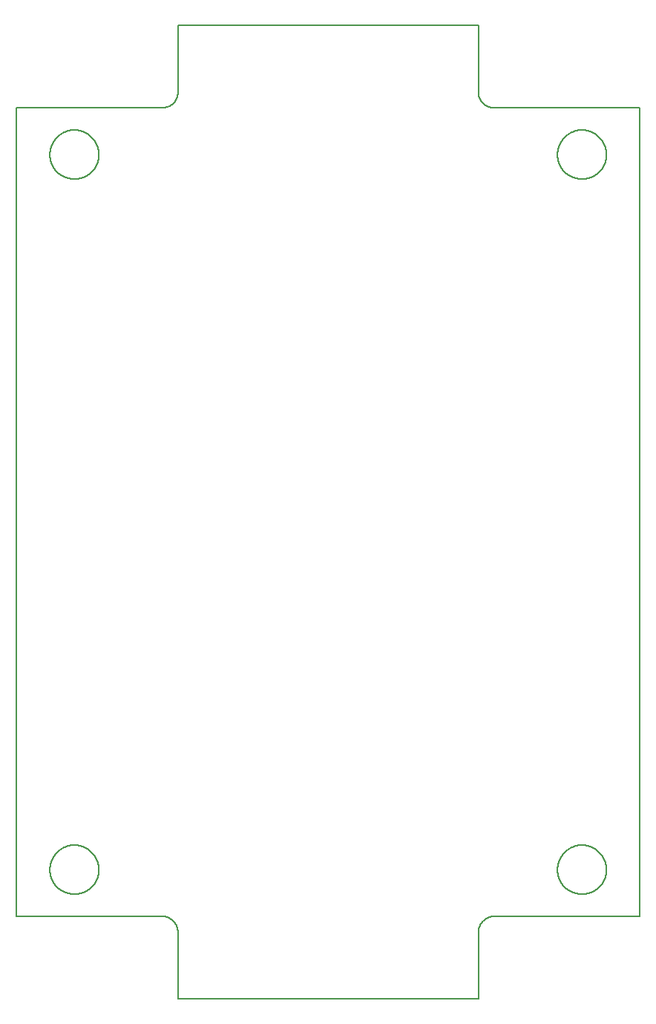
<source format=gbr>
%TF.GenerationSoftware,KiCad,Pcbnew,9.0.0*%
%TF.CreationDate,2025-03-14T13:06:40-07:00*%
%TF.ProjectId,AMS - CANBus - Dinger,414d5320-2d20-4434-914e-427573202d20,rev?*%
%TF.SameCoordinates,Original*%
%TF.FileFunction,Profile,NP*%
%FSLAX46Y46*%
G04 Gerber Fmt 4.6, Leading zero omitted, Abs format (unit mm)*
G04 Created by KiCad (PCBNEW 9.0.0) date 2025-03-14 13:06:40*
%MOMM*%
%LPD*%
G01*
G04 APERTURE LIST*
%ADD10C,0.200000*%
%TA.AperFunction,Profile*%
%ADD11C,0.200000*%
%TD*%
G04 APERTURE END LIST*
D10*
X131965994Y-132700761D02*
X131966034Y-132685657D01*
X131966154Y-132670562D01*
X131966354Y-132655477D01*
X131966633Y-132640401D01*
X131966992Y-132625335D01*
X131967431Y-132610280D01*
X131967950Y-132595234D01*
X131968548Y-132580200D01*
X131969226Y-132565176D01*
X131969983Y-132550163D01*
X131970820Y-132535162D01*
X131971736Y-132520171D01*
X131972732Y-132505193D01*
X131973807Y-132490226D01*
X131974961Y-132475272D01*
X131976194Y-132460330D01*
X131977507Y-132445400D01*
X131978899Y-132430483D01*
X131980369Y-132415579D01*
X131981919Y-132400689D01*
X131983548Y-132385812D01*
X131985255Y-132370949D01*
X131987042Y-132356099D01*
X131988907Y-132341264D01*
X131990851Y-132326444D01*
X131992874Y-132311638D01*
X131994975Y-132296847D01*
X131997155Y-132282072D01*
X131999413Y-132267312D01*
X132001750Y-132252567D01*
X132004166Y-132237839D01*
X132006659Y-132223127D01*
X132009231Y-132208432D01*
X132011881Y-132193753D01*
X132014609Y-132179092D01*
X132017416Y-132164448D01*
X132020300Y-132149821D01*
X132023262Y-132135213D01*
X132026302Y-132120622D01*
X132029420Y-132106051D01*
X132032616Y-132091497D01*
X132035889Y-132076963D01*
X132039240Y-132062449D01*
X132042669Y-132047954D01*
X132046175Y-132033478D01*
X132049758Y-132019023D01*
X132053418Y-132004589D01*
X132057156Y-131990175D01*
X132060971Y-131975783D01*
X132064863Y-131961412D01*
X132068832Y-131947062D01*
X132072878Y-131932735D01*
X132077000Y-131918430D01*
X132081199Y-131904147D01*
X132085475Y-131889888D01*
X132089827Y-131875652D01*
X132094256Y-131861439D01*
X132098761Y-131847250D01*
X132103342Y-131833086D01*
X132107999Y-131818946D01*
X132112732Y-131804831D01*
X132117541Y-131790741D01*
X132122426Y-131776677D01*
X132127386Y-131762639D01*
X132132422Y-131748627D01*
X132137534Y-131734641D01*
X132142720Y-131720683D01*
X132147982Y-131706751D01*
X132153319Y-131692847D01*
X132158731Y-131678971D01*
X132164218Y-131665123D01*
X132169779Y-131651304D01*
X132175415Y-131637514D01*
X132181125Y-131623753D01*
X132186910Y-131610022D01*
X132192768Y-131596321D01*
X132198701Y-131582650D01*
X132204708Y-131569009D01*
X132210788Y-131555400D01*
X132216942Y-131541822D01*
X132223169Y-131528276D01*
X132229469Y-131514763D01*
X132235843Y-131501281D01*
X132242289Y-131487833D01*
X132248808Y-131474418D01*
X132255400Y-131461036D01*
X132262064Y-131447688D01*
X132268800Y-131434375D01*
X132275609Y-131421096D01*
X132282489Y-131407853D01*
X132289441Y-131394645D01*
X132296464Y-131381472D01*
X132303559Y-131368336D01*
X132310725Y-131355237D01*
X132317962Y-131342174D01*
X132325270Y-131329149D01*
X132332648Y-131316161D01*
X132340097Y-131303212D01*
X132347615Y-131290301D01*
X132355204Y-131277429D01*
X132362862Y-131264596D01*
X132370590Y-131251802D01*
X132378387Y-131239049D01*
X132386254Y-131226336D01*
X132394189Y-131213663D01*
X132402192Y-131201032D01*
X132410265Y-131188442D01*
X132418405Y-131175894D01*
X132426613Y-131163388D01*
X132434889Y-131150925D01*
X132443232Y-131138505D01*
X132451643Y-131126128D01*
X132460120Y-131113795D01*
X132468665Y-131101507D01*
X132477275Y-131089262D01*
X132485952Y-131077063D01*
X132494695Y-131064909D01*
X132503503Y-131052801D01*
X132512377Y-131040738D01*
X132521316Y-131028722D01*
X132530320Y-131016753D01*
X132539389Y-131004831D01*
X132548522Y-130992957D01*
X132557718Y-130981130D01*
X132566979Y-130969352D01*
X132576303Y-130957623D01*
X132585691Y-130945942D01*
X132595141Y-130934311D01*
X132604654Y-130922730D01*
X132614229Y-130911199D01*
X132623866Y-130899718D01*
X132633565Y-130888289D01*
X132643325Y-130876910D01*
X132653146Y-130865584D01*
X132663028Y-130854309D01*
X132672971Y-130843087D01*
X132682974Y-130831917D01*
X132693036Y-130820800D01*
X132703159Y-130809737D01*
X132713340Y-130798728D01*
X132723580Y-130787773D01*
X132733879Y-130776872D01*
X132744236Y-130766026D01*
X132754651Y-130755235D01*
X132765123Y-130744500D01*
X132775653Y-130733821D01*
X132786240Y-130723198D01*
X132791554Y-130717908D01*
X132796883Y-130712632D01*
X132802226Y-130707370D01*
X132807582Y-130702122D01*
X132812953Y-130696889D01*
X132818338Y-130691670D01*
X132823736Y-130686466D01*
X132829148Y-130681276D01*
X132834575Y-130676100D01*
X132840014Y-130670939D01*
X132845468Y-130665792D01*
X132850935Y-130660661D01*
X132856416Y-130655543D01*
X132861911Y-130650441D01*
X132867418Y-130645353D01*
X132872940Y-130640280D01*
X132878475Y-130635222D01*
X132884023Y-130630178D01*
X132889585Y-130625150D01*
X132895160Y-130620136D01*
X132900748Y-130615138D01*
X132906349Y-130610154D01*
X132911964Y-130605185D01*
X132917592Y-130600232D01*
X132923232Y-130595294D01*
X132928886Y-130590370D01*
X132934553Y-130585463D01*
X132940233Y-130580570D01*
X132945926Y-130575692D01*
X132951631Y-130570830D01*
X132957350Y-130565984D01*
X132963081Y-130561152D01*
X132968825Y-130556336D01*
X132974581Y-130551536D01*
X132980350Y-130546751D01*
X132986132Y-130541981D01*
X132991926Y-130537228D01*
X132997733Y-130532490D01*
X133003552Y-130527767D01*
X133009384Y-130523060D01*
X133015228Y-130518369D01*
X133021085Y-130513694D01*
X133026953Y-130509035D01*
X133032834Y-130504391D01*
X133038726Y-130499763D01*
X133044632Y-130495151D01*
X133050549Y-130490556D01*
X133056478Y-130485976D01*
X133062419Y-130481412D01*
X133068372Y-130476864D01*
X133074337Y-130472332D01*
X133080314Y-130467817D01*
X133086302Y-130463317D01*
X133092303Y-130458834D01*
X133098315Y-130454367D01*
X133104339Y-130449916D01*
X133110373Y-130445482D01*
X133116421Y-130441064D01*
X133122479Y-130436662D01*
X133128549Y-130432277D01*
X133134630Y-130427908D01*
X133140722Y-130423555D01*
X133146826Y-130419220D01*
X133152942Y-130414900D01*
X133159067Y-130410598D01*
X133165205Y-130406311D01*
X133171354Y-130402042D01*
X133177514Y-130397789D01*
X133183684Y-130393553D01*
X133189866Y-130389333D01*
X133196059Y-130385130D01*
X133202263Y-130380944D01*
X133208477Y-130376775D01*
X133214702Y-130372623D01*
X133220938Y-130368487D01*
X133227185Y-130364369D01*
X133233442Y-130360267D01*
X133239710Y-130356182D01*
X133245988Y-130352115D01*
X133252278Y-130348064D01*
X133258577Y-130344031D01*
X133264887Y-130340014D01*
X133271207Y-130336015D01*
X133277538Y-130332033D01*
X133283879Y-130328068D01*
X133290230Y-130324120D01*
X133296591Y-130320190D01*
X133302963Y-130316276D01*
X133309344Y-130312380D01*
X133315736Y-130308501D01*
X133322137Y-130304640D01*
X133328549Y-130300796D01*
X133334969Y-130296970D01*
X133341401Y-130293160D01*
X133347841Y-130289369D01*
X133354293Y-130285594D01*
X133360753Y-130281838D01*
X133367223Y-130278098D01*
X133373702Y-130274377D01*
X133380192Y-130270673D01*
X133386690Y-130266986D01*
X133393199Y-130263317D01*
X133399716Y-130259666D01*
X133406244Y-130256033D01*
X133412779Y-130252417D01*
X133419326Y-130248819D01*
X133425880Y-130245239D01*
X133432444Y-130241676D01*
X133439017Y-130238132D01*
X133445600Y-130234604D01*
X133452190Y-130231096D01*
X133458791Y-130227604D01*
X133465400Y-130224131D01*
X133472019Y-130220676D01*
X133478645Y-130217239D01*
X133485282Y-130213819D01*
X133491925Y-130210418D01*
X133498579Y-130207034D01*
X133505240Y-130203669D01*
X133511912Y-130200322D01*
X133518590Y-130196993D01*
X133525279Y-130193681D01*
X133531974Y-130190389D01*
X133538679Y-130187113D01*
X133545392Y-130183857D01*
X133552114Y-130180618D01*
X133558842Y-130177399D01*
X133565581Y-130174196D01*
X133572326Y-130171013D01*
X133579082Y-130167847D01*
X133585843Y-130164700D01*
X133592614Y-130161571D01*
X133599392Y-130158461D01*
X133606179Y-130155368D01*
X133612973Y-130152295D01*
X133619776Y-130149239D01*
X133626585Y-130146202D01*
X133633404Y-130143183D01*
X133640229Y-130140183D01*
X133647063Y-130137201D01*
X133653903Y-130134238D01*
X133660753Y-130131293D01*
X133667608Y-130128368D01*
X133674473Y-130125460D01*
X133681343Y-130122571D01*
X133688223Y-130119700D01*
X133695108Y-130116849D01*
X133702003Y-130114015D01*
X133708903Y-130111201D01*
X133715812Y-130108404D01*
X133722726Y-130105627D01*
X133729650Y-130102868D01*
X133736578Y-130100129D01*
X133743516Y-130097407D01*
X133750459Y-130094705D01*
X133757411Y-130092021D01*
X133764367Y-130089356D01*
X133771333Y-130086709D01*
X133778304Y-130084082D01*
X133785283Y-130081473D01*
X133792267Y-130078884D01*
X133799260Y-130076312D01*
X133806258Y-130073761D01*
X133813264Y-130071227D01*
X133820275Y-130068713D01*
X133827295Y-130066217D01*
X133834319Y-130063741D01*
X133841351Y-130061283D01*
X133848388Y-130058845D01*
X133855434Y-130056425D01*
X133862484Y-130054024D01*
X133869542Y-130051642D01*
X133876604Y-130049280D01*
X133883675Y-130046935D01*
X133890750Y-130044611D01*
X133897833Y-130042305D01*
X133904920Y-130040019D01*
X133912015Y-130037751D01*
X133919115Y-130035503D01*
X133926222Y-130033273D01*
X133933333Y-130031063D01*
X133940453Y-130028871D01*
X133947576Y-130026700D01*
X133954707Y-130024546D01*
X133961841Y-130022413D01*
X133968984Y-130020298D01*
X133976130Y-130018203D01*
X133983284Y-130016126D01*
X133990442Y-130014069D01*
X133997607Y-130012031D01*
X134004776Y-130010013D01*
X134011952Y-130008013D01*
X134019132Y-130006033D01*
X134026319Y-130004072D01*
X134033510Y-130002131D01*
X134040708Y-130000208D01*
X134047909Y-129998305D01*
X134055118Y-129996421D01*
X134062330Y-129994557D01*
X134069549Y-129992712D01*
X134076771Y-129990886D01*
X134084001Y-129989079D01*
X134091233Y-129987293D01*
X134098473Y-129985525D01*
X134105716Y-129983776D01*
X134112966Y-129982047D01*
X134120218Y-129980338D01*
X134127478Y-129978647D01*
X134134740Y-129976977D01*
X134142010Y-129975325D01*
X134149282Y-129973693D01*
X134156561Y-129972081D01*
X134163842Y-129970488D01*
X134171131Y-129968914D01*
X134178422Y-129967360D01*
X134185720Y-129965825D01*
X134193020Y-129964310D01*
X134200327Y-129962814D01*
X134207636Y-129961338D01*
X134214952Y-129959881D01*
X134222270Y-129958445D01*
X134229595Y-129957027D01*
X134236922Y-129955629D01*
X134244256Y-129954250D01*
X134251592Y-129952891D01*
X134258934Y-129951552D01*
X134266278Y-129950232D01*
X134273629Y-129948931D01*
X134280982Y-129947651D01*
X134288341Y-129946390D01*
X134295702Y-129945148D01*
X134303069Y-129943926D01*
X134310438Y-129942724D01*
X134317814Y-129941541D01*
X134325191Y-129940378D01*
X134332574Y-129939235D01*
X134339959Y-129938111D01*
X134347350Y-129937007D01*
X134354743Y-129935923D01*
X134362142Y-129934858D01*
X134369542Y-129933813D01*
X134376948Y-129932787D01*
X134384356Y-129931782D01*
X134391770Y-129930795D01*
X134399185Y-129929829D01*
X134406606Y-129928882D01*
X134414028Y-129927956D01*
X134421457Y-129927048D01*
X134428886Y-129926161D01*
X134436321Y-129925293D01*
X134443758Y-129924445D01*
X134451200Y-129923617D01*
X134458643Y-129922809D01*
X134466092Y-129922020D01*
X134473542Y-129921251D01*
X134480998Y-129920502D01*
X134488455Y-129919773D01*
X134495917Y-129919063D01*
X134503380Y-129918373D01*
X134510849Y-129917703D01*
X134518319Y-129917053D01*
X134525794Y-129916423D01*
X134533270Y-129915812D01*
X134540751Y-129915222D01*
X134548233Y-129914651D01*
X134555720Y-129914100D01*
X134563208Y-129913569D01*
X134570702Y-129913057D01*
X134578195Y-129912566D01*
X134585695Y-129912094D01*
X134593194Y-129911643D01*
X134600699Y-129911211D01*
X134608205Y-129910799D01*
X134615715Y-129910407D01*
X134623226Y-129910035D01*
X134630743Y-129909682D01*
X134638259Y-129909350D01*
X134645781Y-129909038D01*
X134653302Y-129908745D01*
X134660829Y-129908472D01*
X134668356Y-129908220D01*
X134675889Y-129907987D01*
X134683421Y-129907774D01*
X134690958Y-129907582D01*
X134698495Y-129907409D01*
X134706037Y-129907256D01*
X134713580Y-129907123D01*
X134721127Y-129907010D01*
X134728674Y-129906917D01*
X134736226Y-129906844D01*
X134743778Y-129906791D01*
X134751334Y-129906758D01*
X134760009Y-129906745D01*
X134760009Y-135494755D02*
X134744905Y-135494715D01*
X134729810Y-135494595D01*
X134714725Y-135494395D01*
X134699649Y-135494116D01*
X134684584Y-135493757D01*
X134669528Y-135493318D01*
X134654483Y-135492799D01*
X134639449Y-135492201D01*
X134624425Y-135491523D01*
X134609412Y-135490766D01*
X134594410Y-135489929D01*
X134579420Y-135489013D01*
X134564442Y-135488017D01*
X134549475Y-135486942D01*
X134534521Y-135485788D01*
X134519579Y-135484555D01*
X134504649Y-135483242D01*
X134489732Y-135481850D01*
X134474829Y-135480380D01*
X134459938Y-135478830D01*
X134445061Y-135477201D01*
X134430198Y-135475494D01*
X134415349Y-135473707D01*
X134400514Y-135471842D01*
X134385693Y-135469898D01*
X134370888Y-135467875D01*
X134356097Y-135465774D01*
X134341321Y-135463594D01*
X134326561Y-135461335D01*
X134311817Y-135458999D01*
X134297089Y-135456583D01*
X134282377Y-135454090D01*
X134267681Y-135451518D01*
X134253003Y-135448868D01*
X134238341Y-135446140D01*
X134223697Y-135443333D01*
X134209071Y-135440449D01*
X134194462Y-135437487D01*
X134179872Y-135434447D01*
X134165300Y-135431329D01*
X134150747Y-135428133D01*
X134136213Y-135424859D01*
X134121698Y-135421509D01*
X134107203Y-135418080D01*
X134092728Y-135414574D01*
X134078273Y-135410991D01*
X134063838Y-135407330D01*
X134049425Y-135403593D01*
X134035032Y-135399778D01*
X134020661Y-135395886D01*
X134006311Y-135391917D01*
X133991984Y-135387871D01*
X133977679Y-135383749D01*
X133963397Y-135379550D01*
X133949137Y-135375274D01*
X133934901Y-135370922D01*
X133920688Y-135366493D01*
X133906500Y-135361988D01*
X133892335Y-135357407D01*
X133878195Y-135352750D01*
X133864080Y-135348017D01*
X133849990Y-135343208D01*
X133835926Y-135338323D01*
X133821888Y-135333362D01*
X133807876Y-135328326D01*
X133793890Y-135323215D01*
X133779931Y-135318028D01*
X133766000Y-135312766D01*
X133752096Y-135307429D01*
X133738220Y-135302017D01*
X133724372Y-135296531D01*
X133710553Y-135290969D01*
X133696762Y-135285333D01*
X133683001Y-135279623D01*
X133669270Y-135273838D01*
X133655569Y-135267980D01*
X133641898Y-135262047D01*
X133628257Y-135256040D01*
X133614648Y-135249960D01*
X133601070Y-135243806D01*
X133587524Y-135237579D01*
X133574010Y-135231279D01*
X133560529Y-135224905D01*
X133547081Y-135218459D01*
X133533665Y-135211940D01*
X133520284Y-135205348D01*
X133506936Y-135198684D01*
X133493622Y-135191948D01*
X133480344Y-135185139D01*
X133467100Y-135178259D01*
X133453892Y-135171307D01*
X133440720Y-135164283D01*
X133427584Y-135157188D01*
X133414484Y-135150022D01*
X133401421Y-135142786D01*
X133388396Y-135135478D01*
X133375408Y-135128100D01*
X133362459Y-135120651D01*
X133349548Y-135113132D01*
X133336675Y-135105544D01*
X133323842Y-135097885D01*
X133311049Y-135090157D01*
X133298295Y-135082360D01*
X133285582Y-135074494D01*
X133272910Y-135066559D01*
X133260278Y-135058555D01*
X133247688Y-135050483D01*
X133235140Y-135042342D01*
X133222634Y-135034134D01*
X133210171Y-135025858D01*
X133197751Y-135017515D01*
X133185374Y-135009104D01*
X133173041Y-135000627D01*
X133160753Y-134992083D01*
X133148508Y-134983472D01*
X133136309Y-134974795D01*
X133124155Y-134966052D01*
X133112046Y-134957244D01*
X133099984Y-134948370D01*
X133087968Y-134939431D01*
X133075999Y-134930427D01*
X133064077Y-134921358D01*
X133052202Y-134912225D01*
X133040376Y-134903029D01*
X133028597Y-134893768D01*
X133016868Y-134884444D01*
X133005187Y-134875056D01*
X132993556Y-134865606D01*
X132981975Y-134856093D01*
X132970444Y-134846518D01*
X132958963Y-134836881D01*
X132947534Y-134827182D01*
X132936155Y-134817422D01*
X132924829Y-134807601D01*
X132913554Y-134797718D01*
X132902331Y-134787776D01*
X132891162Y-134777773D01*
X132880045Y-134767710D01*
X132868982Y-134757588D01*
X132857973Y-134747407D01*
X132847017Y-134737167D01*
X132836117Y-134726868D01*
X132825271Y-134716511D01*
X132814480Y-134706096D01*
X132803745Y-134695623D01*
X132793066Y-134685094D01*
X132782443Y-134674507D01*
X132777152Y-134669192D01*
X132771876Y-134663864D01*
X132766614Y-134658521D01*
X132761367Y-134653164D01*
X132756134Y-134647794D01*
X132750915Y-134642409D01*
X132745710Y-134637011D01*
X132740520Y-134631598D01*
X132735344Y-134626172D01*
X132730183Y-134620732D01*
X132725037Y-134615279D01*
X132719905Y-134609812D01*
X132714788Y-134604331D01*
X132709685Y-134598836D01*
X132704597Y-134593328D01*
X132699524Y-134587807D01*
X132694466Y-134582272D01*
X132689422Y-134576724D01*
X132684394Y-134571162D01*
X132679380Y-134565587D01*
X132674382Y-134559999D01*
X132669398Y-134554398D01*
X132664430Y-134548783D01*
X132659476Y-134543155D01*
X132654538Y-134537515D01*
X132649615Y-134531861D01*
X132644707Y-134526194D01*
X132639814Y-134520514D01*
X132634937Y-134514821D01*
X132630074Y-134509116D01*
X132625228Y-134503397D01*
X132620396Y-134497666D01*
X132615580Y-134491922D01*
X132610780Y-134486166D01*
X132605995Y-134480397D01*
X132601226Y-134474615D01*
X132596472Y-134468821D01*
X132591734Y-134463014D01*
X132587011Y-134457195D01*
X132582304Y-134451363D01*
X132577614Y-134445519D01*
X132572938Y-134439663D01*
X132568279Y-134433794D01*
X132563635Y-134427913D01*
X132559007Y-134422021D01*
X132554395Y-134416115D01*
X132549800Y-134410199D01*
X132545220Y-134404269D01*
X132540656Y-134398328D01*
X132536108Y-134392375D01*
X132531577Y-134386410D01*
X132527061Y-134380433D01*
X132522562Y-134374445D01*
X132518078Y-134368444D01*
X132513611Y-134362433D01*
X132509160Y-134356409D01*
X132504726Y-134350374D01*
X132500308Y-134344327D01*
X132495906Y-134338269D01*
X132491521Y-134332199D01*
X132487152Y-134326118D01*
X132482800Y-134320025D01*
X132478464Y-134313922D01*
X132474144Y-134307806D01*
X132469842Y-134301680D01*
X132465555Y-134295542D01*
X132461286Y-134289394D01*
X132457033Y-134283234D01*
X132452797Y-134277063D01*
X132448577Y-134270881D01*
X132444375Y-134264689D01*
X132440188Y-134258485D01*
X132436019Y-134252271D01*
X132431867Y-134246045D01*
X132427732Y-134239810D01*
X132423613Y-134233563D01*
X132419512Y-134227306D01*
X132415427Y-134221037D01*
X132411359Y-134214759D01*
X132407308Y-134208470D01*
X132403275Y-134202171D01*
X132399259Y-134195861D01*
X132395260Y-134189541D01*
X132391277Y-134183210D01*
X132387312Y-134176870D01*
X132383364Y-134170518D01*
X132379434Y-134164157D01*
X132375520Y-134157785D01*
X132371625Y-134151405D01*
X132367746Y-134145012D01*
X132363885Y-134138612D01*
X132360040Y-134132200D01*
X132356214Y-134125779D01*
X132352405Y-134119347D01*
X132348613Y-134112907D01*
X132344839Y-134106456D01*
X132341082Y-134099996D01*
X132337343Y-134093525D01*
X132333621Y-134087046D01*
X132329917Y-134080556D01*
X132326231Y-134074058D01*
X132322562Y-134067550D01*
X132318911Y-134061033D01*
X132315277Y-134054505D01*
X132311662Y-134047969D01*
X132308063Y-134041423D01*
X132304483Y-134034869D01*
X132300921Y-134028304D01*
X132297376Y-134021732D01*
X132293849Y-134015149D01*
X132290340Y-134008559D01*
X132286849Y-134001958D01*
X132283376Y-133995349D01*
X132279920Y-133988730D01*
X132276483Y-133982104D01*
X132273064Y-133975468D01*
X132269663Y-133968824D01*
X132266279Y-133962170D01*
X132262914Y-133955509D01*
X132259566Y-133948838D01*
X132256238Y-133942159D01*
X132252926Y-133935471D01*
X132249634Y-133928775D01*
X132246358Y-133922070D01*
X132243102Y-133915358D01*
X132239863Y-133908636D01*
X132236643Y-133901907D01*
X132233441Y-133895168D01*
X132230258Y-133888423D01*
X132227092Y-133881668D01*
X132223945Y-133874907D01*
X132220816Y-133868135D01*
X132217706Y-133861358D01*
X132214613Y-133854571D01*
X132211540Y-133847777D01*
X132208484Y-133840974D01*
X132205447Y-133834165D01*
X132202428Y-133827346D01*
X132199428Y-133820521D01*
X132196446Y-133813687D01*
X132193484Y-133806847D01*
X132190539Y-133799997D01*
X132187613Y-133793142D01*
X132184705Y-133786277D01*
X132181816Y-133779407D01*
X132178945Y-133772527D01*
X132176094Y-133765642D01*
X132173260Y-133758748D01*
X132170446Y-133751848D01*
X132167650Y-133744939D01*
X132164873Y-133738025D01*
X132162114Y-133731101D01*
X132159374Y-133724173D01*
X132156652Y-133717235D01*
X132153950Y-133710292D01*
X132151266Y-133703341D01*
X132148602Y-133696384D01*
X132145955Y-133689418D01*
X132143328Y-133682448D01*
X132140719Y-133675468D01*
X132138129Y-133668484D01*
X132135558Y-133661491D01*
X132133006Y-133654494D01*
X132130473Y-133647487D01*
X132127959Y-133640476D01*
X132125463Y-133633457D01*
X132122987Y-133626433D01*
X132120529Y-133619400D01*
X132118090Y-133612364D01*
X132115670Y-133605318D01*
X132113270Y-133598268D01*
X132110888Y-133591210D01*
X132108525Y-133584148D01*
X132106181Y-133577077D01*
X132103857Y-133570002D01*
X132101551Y-133562919D01*
X132099265Y-133555832D01*
X132096997Y-133548737D01*
X132094749Y-133541638D01*
X132092519Y-133534530D01*
X132090309Y-133527419D01*
X132088117Y-133520300D01*
X132085946Y-133513177D01*
X132083792Y-133506046D01*
X132081659Y-133498911D01*
X132079544Y-133491769D01*
X132077449Y-133484623D01*
X132075372Y-133477469D01*
X132073316Y-133470311D01*
X132071277Y-133463146D01*
X132069259Y-133455977D01*
X132067259Y-133448801D01*
X132065280Y-133441621D01*
X132063318Y-133434434D01*
X132061377Y-133427244D01*
X132059455Y-133420046D01*
X132057552Y-133412844D01*
X132055668Y-133405636D01*
X132053804Y-133398424D01*
X132051958Y-133391205D01*
X132050133Y-133383983D01*
X132048326Y-133376753D01*
X132046539Y-133369521D01*
X132044771Y-133362281D01*
X132043023Y-133355038D01*
X132041294Y-133347788D01*
X132039585Y-133340536D01*
X132037894Y-133333276D01*
X132036224Y-133326014D01*
X132034572Y-133318745D01*
X132032940Y-133311473D01*
X132031328Y-133304194D01*
X132029735Y-133296912D01*
X132028161Y-133289624D01*
X132026607Y-133282333D01*
X132025072Y-133275035D01*
X132023557Y-133267735D01*
X132022061Y-133260428D01*
X132020585Y-133253119D01*
X132019129Y-133245803D01*
X132017692Y-133238485D01*
X132016274Y-133231160D01*
X132014876Y-133223833D01*
X132013497Y-133216499D01*
X132012138Y-133209164D01*
X132010799Y-133201821D01*
X132009479Y-133194477D01*
X132008179Y-133187126D01*
X132006898Y-133179774D01*
X132005637Y-133172415D01*
X132004396Y-133165054D01*
X132003174Y-133157687D01*
X132001971Y-133150318D01*
X132000789Y-133142942D01*
X131999626Y-133135565D01*
X131998482Y-133128182D01*
X131997359Y-133120797D01*
X131996254Y-133113406D01*
X131995170Y-133106014D01*
X131994105Y-133098615D01*
X131993060Y-133091215D01*
X131992035Y-133083808D01*
X131991029Y-133076401D01*
X131990043Y-133068987D01*
X131989077Y-133061572D01*
X131988130Y-133054151D01*
X131987203Y-133046729D01*
X131986296Y-133039300D01*
X131985409Y-133031871D01*
X131984541Y-133024436D01*
X131983693Y-133016999D01*
X131982865Y-133009557D01*
X131982057Y-133002114D01*
X131981268Y-132994665D01*
X131980499Y-132987215D01*
X131979750Y-132979759D01*
X131979021Y-132972303D01*
X131978311Y-132964840D01*
X131977621Y-132957377D01*
X131976951Y-132949909D01*
X131976301Y-132942439D01*
X131975671Y-132934964D01*
X131975060Y-132927488D01*
X131974470Y-132920007D01*
X131973899Y-132912525D01*
X131973348Y-132905038D01*
X131972817Y-132897550D01*
X131972306Y-132890057D01*
X131971814Y-132882563D01*
X131971343Y-132875064D01*
X131970891Y-132867564D01*
X131970459Y-132860059D01*
X131970047Y-132852554D01*
X131969655Y-132845043D01*
X131969283Y-132837532D01*
X131968931Y-132830016D01*
X131968599Y-132822500D01*
X131968286Y-132814978D01*
X131967994Y-132807457D01*
X131967721Y-132799930D01*
X131967469Y-132792403D01*
X131967236Y-132784871D01*
X131967023Y-132777339D01*
X131966830Y-132769801D01*
X131966658Y-132762264D01*
X131966505Y-132754722D01*
X131966372Y-132747180D01*
X131966259Y-132739633D01*
X131966166Y-132732086D01*
X131966093Y-132724534D01*
X131966040Y-132716982D01*
X131966007Y-132709426D01*
X131965994Y-132700761D01*
X79642013Y-51166741D02*
X79641973Y-51181845D01*
X79641853Y-51196940D01*
X79641653Y-51212026D01*
X79641374Y-51227102D01*
X79641015Y-51242167D01*
X79640576Y-51257223D01*
X79640057Y-51272268D01*
X79639459Y-51287303D01*
X79638781Y-51302327D01*
X79638024Y-51317340D01*
X79637187Y-51332342D01*
X79636271Y-51347332D01*
X79635275Y-51362310D01*
X79634200Y-51377277D01*
X79633046Y-51392232D01*
X79631813Y-51407174D01*
X79630500Y-51422104D01*
X79629108Y-51437021D01*
X79627638Y-51451925D01*
X79626088Y-51466815D01*
X79624459Y-51481692D01*
X79622752Y-51496556D01*
X79620965Y-51511405D01*
X79619100Y-51526240D01*
X79617156Y-51541061D01*
X79615133Y-51555867D01*
X79613032Y-51570657D01*
X79610852Y-51585433D01*
X79608594Y-51600193D01*
X79606257Y-51614938D01*
X79603841Y-51629666D01*
X79601348Y-51644378D01*
X79598776Y-51659073D01*
X79596126Y-51673752D01*
X79593398Y-51688414D01*
X79590591Y-51703058D01*
X79587707Y-51717684D01*
X79584745Y-51732293D01*
X79581705Y-51746883D01*
X79578587Y-51761455D01*
X79575391Y-51776009D01*
X79572118Y-51790543D01*
X79568767Y-51805058D01*
X79565338Y-51819553D01*
X79561832Y-51834028D01*
X79558249Y-51848483D01*
X79554589Y-51862918D01*
X79550851Y-51877331D01*
X79547036Y-51891724D01*
X79543144Y-51906095D01*
X79539175Y-51920445D01*
X79535130Y-51934772D01*
X79531007Y-51949077D01*
X79526808Y-51963360D01*
X79522532Y-51977619D01*
X79518180Y-51991855D01*
X79513751Y-52006068D01*
X79509247Y-52020257D01*
X79504666Y-52034421D01*
X79500008Y-52048561D01*
X79495275Y-52062676D01*
X79490466Y-52076766D01*
X79485581Y-52090830D01*
X79480621Y-52104869D01*
X79475585Y-52118881D01*
X79470474Y-52132866D01*
X79465287Y-52146825D01*
X79460025Y-52160757D01*
X79454688Y-52174661D01*
X79449276Y-52188537D01*
X79443790Y-52202384D01*
X79438228Y-52216204D01*
X79432592Y-52229994D01*
X79426882Y-52243755D01*
X79421098Y-52257486D01*
X79415239Y-52271188D01*
X79409306Y-52284859D01*
X79403300Y-52298499D01*
X79397220Y-52312108D01*
X79391066Y-52325686D01*
X79384839Y-52339232D01*
X79378538Y-52352746D01*
X79372165Y-52366227D01*
X79365718Y-52379676D01*
X79359199Y-52393091D01*
X79352608Y-52406472D01*
X79345944Y-52419820D01*
X79339207Y-52433133D01*
X79332399Y-52446412D01*
X79325519Y-52459656D01*
X79318567Y-52472864D01*
X79311543Y-52486036D01*
X79304448Y-52499172D01*
X79297282Y-52512272D01*
X79290046Y-52525334D01*
X79282738Y-52538360D01*
X79275360Y-52551347D01*
X79267911Y-52564297D01*
X79260393Y-52577208D01*
X79252804Y-52590080D01*
X79245146Y-52602913D01*
X79237418Y-52615707D01*
X79229621Y-52628460D01*
X79221754Y-52641173D01*
X79213819Y-52653846D01*
X79205816Y-52666477D01*
X79197744Y-52679067D01*
X79189603Y-52691615D01*
X79181395Y-52704120D01*
X79173119Y-52716584D01*
X79164776Y-52729004D01*
X79156365Y-52741380D01*
X79147888Y-52753713D01*
X79139344Y-52766002D01*
X79130733Y-52778246D01*
X79122056Y-52790446D01*
X79113314Y-52802600D01*
X79104505Y-52814708D01*
X79095631Y-52826770D01*
X79086692Y-52838786D01*
X79077688Y-52850756D01*
X79068620Y-52862677D01*
X79059487Y-52874552D01*
X79050290Y-52886378D01*
X79041030Y-52898156D01*
X79031706Y-52909886D01*
X79022318Y-52921566D01*
X79012868Y-52933197D01*
X79003356Y-52944779D01*
X78993781Y-52956310D01*
X78984143Y-52967790D01*
X78974445Y-52979220D01*
X78964684Y-52990598D01*
X78954863Y-53001925D01*
X78944981Y-53013199D01*
X78935039Y-53024422D01*
X78925036Y-53035591D01*
X78914973Y-53046708D01*
X78904851Y-53057771D01*
X78894670Y-53068780D01*
X78884430Y-53079736D01*
X78874131Y-53090636D01*
X78863774Y-53101482D01*
X78853359Y-53112273D01*
X78842887Y-53123008D01*
X78832357Y-53133687D01*
X78821770Y-53144310D01*
X78816456Y-53149600D01*
X78811127Y-53154876D01*
X78805785Y-53160138D01*
X78800428Y-53165386D01*
X78795057Y-53170619D01*
X78789673Y-53175838D01*
X78784274Y-53181042D01*
X78778862Y-53186232D01*
X78773436Y-53191408D01*
X78767996Y-53196569D01*
X78762543Y-53201715D01*
X78757075Y-53206847D01*
X78751595Y-53211964D01*
X78746100Y-53217067D01*
X78740592Y-53222155D01*
X78735071Y-53227228D01*
X78729536Y-53232286D01*
X78723988Y-53237330D01*
X78718426Y-53242358D01*
X78712851Y-53247372D01*
X78707263Y-53252370D01*
X78701662Y-53257354D01*
X78696047Y-53262322D01*
X78690419Y-53267276D01*
X78684779Y-53272214D01*
X78679125Y-53277137D01*
X78673458Y-53282045D01*
X78667778Y-53286938D01*
X78662086Y-53291815D01*
X78656380Y-53296677D01*
X78650662Y-53301524D01*
X78644930Y-53306355D01*
X78639187Y-53311171D01*
X78633430Y-53315972D01*
X78627661Y-53320756D01*
X78621879Y-53325526D01*
X78616085Y-53330279D01*
X78610278Y-53335018D01*
X78604459Y-53339740D01*
X78598627Y-53344447D01*
X78592784Y-53349138D01*
X78586927Y-53353813D01*
X78581059Y-53358472D01*
X78575178Y-53363116D01*
X78569285Y-53367744D01*
X78563380Y-53372356D01*
X78557463Y-53376951D01*
X78551534Y-53381531D01*
X78545593Y-53386095D01*
X78539640Y-53390643D01*
X78533675Y-53395175D01*
X78527698Y-53399690D01*
X78521710Y-53404189D01*
X78515709Y-53408673D01*
X78509698Y-53413140D01*
X78503674Y-53417591D01*
X78497639Y-53422025D01*
X78491592Y-53426443D01*
X78485534Y-53430844D01*
X78479464Y-53435230D01*
X78473383Y-53439599D01*
X78467290Y-53443951D01*
X78461187Y-53448287D01*
X78455071Y-53452606D01*
X78448945Y-53456909D01*
X78442807Y-53461195D01*
X78436659Y-53465465D01*
X78430499Y-53469718D01*
X78424329Y-53473954D01*
X78418147Y-53478174D01*
X78411954Y-53482376D01*
X78405750Y-53486562D01*
X78399536Y-53490731D01*
X78393311Y-53494884D01*
X78387075Y-53499019D01*
X78380828Y-53503138D01*
X78374571Y-53507239D01*
X78368303Y-53511324D01*
X78362025Y-53515391D01*
X78355735Y-53519442D01*
X78349436Y-53523475D01*
X78343126Y-53527492D01*
X78336806Y-53531491D01*
X78330475Y-53535473D01*
X78324135Y-53539438D01*
X78317783Y-53543386D01*
X78311423Y-53547316D01*
X78305051Y-53551230D01*
X78298670Y-53555126D01*
X78292278Y-53559005D01*
X78285877Y-53562866D01*
X78279465Y-53566710D01*
X78273045Y-53570536D01*
X78266613Y-53574346D01*
X78260173Y-53578137D01*
X78253721Y-53581911D01*
X78247262Y-53585668D01*
X78240791Y-53589407D01*
X78234312Y-53593129D01*
X78227822Y-53596833D01*
X78221324Y-53600519D01*
X78214815Y-53604188D01*
X78208298Y-53607839D01*
X78201771Y-53611473D01*
X78195235Y-53615088D01*
X78188689Y-53618687D01*
X78182135Y-53622267D01*
X78175570Y-53625829D01*
X78168998Y-53629374D01*
X78162415Y-53632901D01*
X78155824Y-53636410D01*
X78149223Y-53639901D01*
X78142615Y-53643374D01*
X78135996Y-53646830D01*
X78129370Y-53650266D01*
X78122733Y-53653686D01*
X78116090Y-53657087D01*
X78109436Y-53660471D01*
X78102775Y-53663836D01*
X78096103Y-53667184D01*
X78089425Y-53670512D01*
X78082737Y-53673824D01*
X78076041Y-53677116D01*
X78069336Y-53680391D01*
X78062624Y-53683648D01*
X78055902Y-53686887D01*
X78049173Y-53690106D01*
X78042434Y-53693309D01*
X78035689Y-53696492D01*
X78028934Y-53699658D01*
X78022173Y-53702805D01*
X78015401Y-53705934D01*
X78008624Y-53709044D01*
X78001836Y-53712137D01*
X77995043Y-53715210D01*
X77988240Y-53718266D01*
X77981431Y-53721303D01*
X77974612Y-53724321D01*
X77967787Y-53727321D01*
X77960953Y-53730303D01*
X77954113Y-53733266D01*
X77947263Y-53736211D01*
X77940408Y-53739137D01*
X77933543Y-53742045D01*
X77926673Y-53744933D01*
X77919793Y-53747804D01*
X77912908Y-53750656D01*
X77906014Y-53753489D01*
X77899114Y-53756304D01*
X77892205Y-53759100D01*
X77885290Y-53761877D01*
X77878367Y-53764636D01*
X77871438Y-53767376D01*
X77864501Y-53770097D01*
X77857558Y-53772799D01*
X77850606Y-53775483D01*
X77843649Y-53778148D01*
X77836684Y-53780795D01*
X77829713Y-53783422D01*
X77822734Y-53786031D01*
X77815750Y-53788620D01*
X77808757Y-53791191D01*
X77801759Y-53793743D01*
X77794753Y-53796277D01*
X77787742Y-53798791D01*
X77780723Y-53801287D01*
X77773699Y-53803763D01*
X77766666Y-53806221D01*
X77759629Y-53808659D01*
X77752584Y-53811079D01*
X77745534Y-53813480D01*
X77738476Y-53815862D01*
X77731413Y-53818224D01*
X77724343Y-53820568D01*
X77717268Y-53822893D01*
X77710185Y-53825199D01*
X77703098Y-53827485D01*
X77696002Y-53829753D01*
X77688903Y-53832001D01*
X77681796Y-53834231D01*
X77674684Y-53836441D01*
X77667565Y-53838632D01*
X77660442Y-53840804D01*
X77653311Y-53842957D01*
X77646177Y-53845091D01*
X77639034Y-53847206D01*
X77631888Y-53849301D01*
X77624734Y-53851377D01*
X77617576Y-53853434D01*
X77610411Y-53855472D01*
X77603242Y-53857490D01*
X77596066Y-53859490D01*
X77588886Y-53861470D01*
X77581699Y-53863431D01*
X77574509Y-53865372D01*
X77567310Y-53867295D01*
X77560109Y-53869198D01*
X77552900Y-53871082D01*
X77545689Y-53872946D01*
X77538469Y-53874791D01*
X77531247Y-53876617D01*
X77524018Y-53878424D01*
X77516785Y-53880210D01*
X77509545Y-53881978D01*
X77502303Y-53883726D01*
X77495053Y-53885456D01*
X77487801Y-53887165D01*
X77480541Y-53888856D01*
X77473279Y-53890526D01*
X77466009Y-53892178D01*
X77458737Y-53893809D01*
X77451458Y-53895422D01*
X77444177Y-53897015D01*
X77436888Y-53898589D01*
X77429597Y-53900143D01*
X77422299Y-53901677D01*
X77414999Y-53903192D01*
X77407692Y-53904688D01*
X77400383Y-53906164D01*
X77393067Y-53907621D01*
X77385749Y-53909058D01*
X77378424Y-53910476D01*
X77371097Y-53911874D01*
X77363763Y-53913252D01*
X77356427Y-53914611D01*
X77349085Y-53915951D01*
X77341741Y-53917270D01*
X77334390Y-53918571D01*
X77327038Y-53919851D01*
X77319678Y-53921113D01*
X77312318Y-53922354D01*
X77304950Y-53923576D01*
X77297581Y-53924778D01*
X77290206Y-53925961D01*
X77282829Y-53927124D01*
X77275446Y-53928267D01*
X77268061Y-53929391D01*
X77260670Y-53930495D01*
X77253277Y-53931579D01*
X77245878Y-53932644D01*
X77238478Y-53933689D01*
X77231071Y-53934715D01*
X77223664Y-53935720D01*
X77216250Y-53936707D01*
X77208835Y-53937673D01*
X77201414Y-53938620D01*
X77193991Y-53939546D01*
X77186563Y-53940454D01*
X77179134Y-53941341D01*
X77171698Y-53942209D01*
X77164262Y-53943056D01*
X77156820Y-53943885D01*
X77149376Y-53944693D01*
X77141927Y-53945482D01*
X77134477Y-53946251D01*
X77127022Y-53947000D01*
X77119565Y-53947729D01*
X77112103Y-53948439D01*
X77104640Y-53949128D01*
X77097171Y-53949798D01*
X77089701Y-53950449D01*
X77082226Y-53951079D01*
X77074751Y-53951689D01*
X77067269Y-53952280D01*
X77059787Y-53952851D01*
X77052300Y-53953402D01*
X77044812Y-53953933D01*
X77037319Y-53954444D01*
X77029825Y-53954936D01*
X77022325Y-53955407D01*
X77014826Y-53955859D01*
X77007321Y-53956291D01*
X76999815Y-53956703D01*
X76992305Y-53957095D01*
X76984794Y-53957467D01*
X76977278Y-53957819D01*
X76969761Y-53958151D01*
X76962240Y-53958464D01*
X76954718Y-53958756D01*
X76947191Y-53959029D01*
X76939664Y-53959281D01*
X76932132Y-53959514D01*
X76924600Y-53959727D01*
X76917062Y-53959920D01*
X76909525Y-53960092D01*
X76901983Y-53960245D01*
X76894441Y-53960378D01*
X76886893Y-53960491D01*
X76879346Y-53960584D01*
X76871795Y-53960657D01*
X76864243Y-53960710D01*
X76856686Y-53960743D01*
X76848019Y-53960756D01*
X131965994Y-51166741D02*
X131966034Y-51151637D01*
X131966154Y-51136542D01*
X131966354Y-51121457D01*
X131966633Y-51106382D01*
X131966992Y-51091316D01*
X131967431Y-51076261D01*
X131967950Y-51061216D01*
X131968548Y-51046182D01*
X131969226Y-51031158D01*
X131969983Y-51016145D01*
X131970820Y-51001144D01*
X131971736Y-50986154D01*
X131972732Y-50971176D01*
X131973807Y-50956209D01*
X131974961Y-50941255D01*
X131976194Y-50926313D01*
X131977507Y-50911383D01*
X131978899Y-50896467D01*
X131980369Y-50881563D01*
X131981919Y-50866673D01*
X131983548Y-50851796D01*
X131985255Y-50836933D01*
X131987042Y-50822084D01*
X131988907Y-50807249D01*
X131990851Y-50792429D01*
X131992874Y-50777623D01*
X131994975Y-50762832D01*
X131997155Y-50748057D01*
X131999414Y-50733297D01*
X132001750Y-50718553D01*
X132004166Y-50703825D01*
X132006659Y-50689113D01*
X132009231Y-50674418D01*
X132011881Y-50659740D01*
X132014609Y-50645078D01*
X132017416Y-50630434D01*
X132020300Y-50615808D01*
X132023262Y-50601200D01*
X132026302Y-50586609D01*
X132029420Y-50572038D01*
X132032616Y-50557485D01*
X132035889Y-50542951D01*
X132039240Y-50528436D01*
X132042669Y-50513941D01*
X132046175Y-50499466D01*
X132049758Y-50485011D01*
X132053419Y-50470577D01*
X132057156Y-50456164D01*
X132060971Y-50441771D01*
X132064863Y-50427400D01*
X132068832Y-50413051D01*
X132072878Y-50398724D01*
X132077000Y-50384419D01*
X132081199Y-50370136D01*
X132085475Y-50355877D01*
X132089827Y-50341641D01*
X132094256Y-50327429D01*
X132098761Y-50313240D01*
X132103342Y-50299076D01*
X132107999Y-50284936D01*
X132112732Y-50270821D01*
X132117541Y-50256731D01*
X132122426Y-50242667D01*
X132127387Y-50228629D01*
X132132423Y-50214617D01*
X132137534Y-50200632D01*
X132142721Y-50186673D01*
X132147983Y-50172742D01*
X132153320Y-50158838D01*
X132158731Y-50144962D01*
X132164218Y-50131114D01*
X132169780Y-50117295D01*
X132175415Y-50103505D01*
X132181126Y-50089744D01*
X132186910Y-50076013D01*
X132192769Y-50062312D01*
X132198702Y-50048641D01*
X132204708Y-50035001D01*
X132210789Y-50021392D01*
X132216942Y-50007814D01*
X132223170Y-49994268D01*
X132229470Y-49980755D01*
X132235843Y-49967273D01*
X132242290Y-49953825D01*
X132248809Y-49940410D01*
X132255401Y-49927028D01*
X132262065Y-49913681D01*
X132268801Y-49900367D01*
X132275610Y-49887089D01*
X132282490Y-49873845D01*
X132289442Y-49860637D01*
X132296466Y-49847465D01*
X132303560Y-49834329D01*
X132310726Y-49821230D01*
X132317963Y-49808167D01*
X132325271Y-49795142D01*
X132332649Y-49782155D01*
X132340098Y-49769205D01*
X132347617Y-49756294D01*
X132355205Y-49743422D01*
X132362864Y-49730589D01*
X132370592Y-49717796D01*
X132378389Y-49705042D01*
X132386255Y-49692329D01*
X132394190Y-49679657D01*
X132402194Y-49667025D01*
X132410266Y-49654436D01*
X132418407Y-49641888D01*
X132426615Y-49629382D01*
X132434891Y-49616919D01*
X132443234Y-49604499D01*
X132451645Y-49592122D01*
X132460122Y-49579790D01*
X132468667Y-49567501D01*
X132477277Y-49555257D01*
X132485954Y-49543057D01*
X132494697Y-49530903D01*
X132503506Y-49518795D01*
X132512379Y-49506733D01*
X132521319Y-49494717D01*
X132530323Y-49482748D01*
X132539391Y-49470826D01*
X132548524Y-49458951D01*
X132557721Y-49447125D01*
X132566982Y-49435347D01*
X132576306Y-49423617D01*
X132585693Y-49411937D01*
X132595143Y-49400306D01*
X132604656Y-49388725D01*
X132614231Y-49377194D01*
X132623869Y-49365713D01*
X132633567Y-49354284D01*
X132643328Y-49342905D01*
X132653149Y-49331579D01*
X132663031Y-49320304D01*
X132672974Y-49309082D01*
X132682977Y-49297912D01*
X132693040Y-49286796D01*
X132703162Y-49275732D01*
X132713343Y-49264723D01*
X132723583Y-49253768D01*
X132733882Y-49242867D01*
X132744239Y-49232022D01*
X132754654Y-49221231D01*
X132765127Y-49210496D01*
X132775657Y-49199817D01*
X132786243Y-49189194D01*
X132791558Y-49183904D01*
X132796887Y-49178628D01*
X132802229Y-49173366D01*
X132807586Y-49168118D01*
X132812957Y-49162885D01*
X132818341Y-49157666D01*
X132823740Y-49152461D01*
X132829152Y-49147271D01*
X132834578Y-49142096D01*
X132840018Y-49136935D01*
X132845472Y-49131788D01*
X132850939Y-49126656D01*
X132856420Y-49121539D01*
X132861915Y-49116437D01*
X132867422Y-49111349D01*
X132872944Y-49106276D01*
X132878479Y-49101218D01*
X132884027Y-49096174D01*
X132889589Y-49091146D01*
X132895164Y-49086132D01*
X132900752Y-49081134D01*
X132906354Y-49076150D01*
X132911968Y-49071181D01*
X132917596Y-49066228D01*
X132923237Y-49061290D01*
X132928891Y-49056366D01*
X132934558Y-49051459D01*
X132940238Y-49046566D01*
X132945930Y-49041689D01*
X132951636Y-49036826D01*
X132957354Y-49031980D01*
X132963086Y-49027148D01*
X132968829Y-49022333D01*
X132974586Y-49017532D01*
X132980355Y-49012747D01*
X132986137Y-49007978D01*
X132991931Y-49003224D01*
X132997738Y-48998486D01*
X133003557Y-48993764D01*
X133009389Y-48989057D01*
X133015233Y-48984366D01*
X133021089Y-48979690D01*
X133026958Y-48975031D01*
X133032839Y-48970387D01*
X133038731Y-48965760D01*
X133044637Y-48961148D01*
X133050554Y-48956552D01*
X133056483Y-48951972D01*
X133062424Y-48947408D01*
X133068377Y-48942860D01*
X133074342Y-48938329D01*
X133080319Y-48933813D01*
X133086307Y-48929314D01*
X133092308Y-48924831D01*
X133098320Y-48920364D01*
X133104344Y-48915913D01*
X133110379Y-48911479D01*
X133116426Y-48907060D01*
X133122484Y-48902659D01*
X133128554Y-48898273D01*
X133134635Y-48893905D01*
X133140728Y-48889552D01*
X133146831Y-48885217D01*
X133152947Y-48880897D01*
X133159073Y-48876594D01*
X133165211Y-48872308D01*
X133171359Y-48868039D01*
X133177520Y-48863785D01*
X133183690Y-48859550D01*
X133189872Y-48855330D01*
X133196064Y-48851127D01*
X133202269Y-48846941D01*
X133208483Y-48842772D01*
X133214708Y-48838620D01*
X133220944Y-48834484D01*
X133227191Y-48830366D01*
X133233448Y-48826264D01*
X133239716Y-48822179D01*
X133245994Y-48818112D01*
X133252284Y-48814061D01*
X133258583Y-48810028D01*
X133264893Y-48806011D01*
X133271213Y-48802012D01*
X133277544Y-48798030D01*
X133283885Y-48794065D01*
X133290236Y-48790117D01*
X133296597Y-48786187D01*
X133302969Y-48782273D01*
X133309350Y-48778378D01*
X133315742Y-48774499D01*
X133322143Y-48770638D01*
X133328555Y-48766793D01*
X133334976Y-48762967D01*
X133341408Y-48759158D01*
X133347848Y-48755366D01*
X133354299Y-48751592D01*
X133360759Y-48747835D01*
X133367230Y-48744096D01*
X133373709Y-48740374D01*
X133380199Y-48736670D01*
X133386697Y-48732984D01*
X133393206Y-48729315D01*
X133399723Y-48725664D01*
X133406250Y-48722030D01*
X133412786Y-48718415D01*
X133419332Y-48714816D01*
X133425887Y-48711237D01*
X133432451Y-48707674D01*
X133439024Y-48704129D01*
X133445607Y-48700602D01*
X133452197Y-48697094D01*
X133458798Y-48693602D01*
X133465407Y-48690129D01*
X133472026Y-48686673D01*
X133478652Y-48683237D01*
X133485289Y-48679817D01*
X133491932Y-48676416D01*
X133498586Y-48673032D01*
X133505248Y-48669667D01*
X133511919Y-48666319D01*
X133518597Y-48662991D01*
X133525286Y-48659679D01*
X133531981Y-48656387D01*
X133538687Y-48653111D01*
X133545399Y-48649855D01*
X133552121Y-48646616D01*
X133558850Y-48643397D01*
X133565589Y-48640194D01*
X133572334Y-48637011D01*
X133579089Y-48633845D01*
X133585851Y-48630698D01*
X133592622Y-48627569D01*
X133599399Y-48624459D01*
X133606187Y-48621366D01*
X133612980Y-48618293D01*
X133619784Y-48615237D01*
X133626593Y-48612200D01*
X133633412Y-48609181D01*
X133640237Y-48606182D01*
X133647071Y-48603200D01*
X133653911Y-48600237D01*
X133660761Y-48597292D01*
X133667616Y-48594366D01*
X133674481Y-48591458D01*
X133681351Y-48588569D01*
X133688231Y-48585698D01*
X133695116Y-48582847D01*
X133702011Y-48580013D01*
X133708911Y-48577199D01*
X133715820Y-48574403D01*
X133722734Y-48571626D01*
X133729658Y-48568867D01*
X133736586Y-48566127D01*
X133743524Y-48563406D01*
X133750467Y-48560703D01*
X133757419Y-48558019D01*
X133764375Y-48555355D01*
X133771341Y-48552708D01*
X133778312Y-48550081D01*
X133785291Y-48547472D01*
X133792275Y-48544883D01*
X133799268Y-48542311D01*
X133806266Y-48539760D01*
X133813272Y-48537226D01*
X133820283Y-48534712D01*
X133827303Y-48532216D01*
X133834327Y-48529740D01*
X133841360Y-48527282D01*
X133848397Y-48524844D01*
X133855442Y-48522424D01*
X133862492Y-48520023D01*
X133869550Y-48517641D01*
X133876613Y-48515279D01*
X133883683Y-48512935D01*
X133890758Y-48510610D01*
X133897841Y-48508304D01*
X133904929Y-48506018D01*
X133912024Y-48503750D01*
X133919123Y-48501502D01*
X133926231Y-48499272D01*
X133933342Y-48497062D01*
X133940461Y-48494871D01*
X133947584Y-48492699D01*
X133954715Y-48490546D01*
X133961850Y-48488412D01*
X133968993Y-48486297D01*
X133976139Y-48484202D01*
X133983293Y-48482125D01*
X133990450Y-48480069D01*
X133997616Y-48478031D01*
X134004784Y-48476012D01*
X134011961Y-48474013D01*
X134019141Y-48472033D01*
X134026328Y-48470072D01*
X134033518Y-48468130D01*
X134040717Y-48466208D01*
X134047918Y-48464305D01*
X134055127Y-48462421D01*
X134062339Y-48460557D01*
X134069558Y-48458711D01*
X134076780Y-48456886D01*
X134084010Y-48455079D01*
X134091242Y-48453292D01*
X134098482Y-48451524D01*
X134105725Y-48449776D01*
X134112975Y-48448047D01*
X134120227Y-48446338D01*
X134127487Y-48444647D01*
X134134749Y-48442977D01*
X134142019Y-48441325D01*
X134149291Y-48439693D01*
X134156570Y-48438081D01*
X134163851Y-48436488D01*
X134171140Y-48434914D01*
X134178431Y-48433360D01*
X134185729Y-48431825D01*
X134193029Y-48430310D01*
X134200336Y-48428814D01*
X134207645Y-48427339D01*
X134214961Y-48425882D01*
X134222280Y-48424445D01*
X134229605Y-48423027D01*
X134236932Y-48421629D01*
X134244265Y-48420250D01*
X134251601Y-48418892D01*
X134258943Y-48417552D01*
X134266288Y-48416232D01*
X134273638Y-48414932D01*
X134280991Y-48413651D01*
X134288350Y-48412390D01*
X134295711Y-48411149D01*
X134303078Y-48409927D01*
X134310447Y-48408725D01*
X134317823Y-48407542D01*
X134325200Y-48406379D01*
X134332583Y-48405235D01*
X134339968Y-48404112D01*
X134347359Y-48403007D01*
X134354752Y-48401923D01*
X134362151Y-48400858D01*
X134369551Y-48399813D01*
X134376958Y-48398788D01*
X134384365Y-48397782D01*
X134391779Y-48396796D01*
X134399194Y-48395830D01*
X134406616Y-48394883D01*
X134414038Y-48393957D01*
X134421466Y-48393049D01*
X134428896Y-48392162D01*
X134436331Y-48391294D01*
X134443767Y-48390446D01*
X134451210Y-48389618D01*
X134458653Y-48388810D01*
X134466102Y-48388021D01*
X134473552Y-48387252D01*
X134481008Y-48386503D01*
X134488464Y-48385774D01*
X134495927Y-48385064D01*
X134503390Y-48384374D01*
X134510859Y-48383704D01*
X134518328Y-48383054D01*
X134525803Y-48382424D01*
X134533279Y-48381814D01*
X134540760Y-48381223D01*
X134548242Y-48380652D01*
X134555730Y-48380101D01*
X134563218Y-48379570D01*
X134570711Y-48379059D01*
X134578205Y-48378567D01*
X134585704Y-48378096D01*
X134593204Y-48377644D01*
X134600709Y-48377212D01*
X134608214Y-48376800D01*
X134615725Y-48376408D01*
X134623236Y-48376036D01*
X134630752Y-48375684D01*
X134638269Y-48375352D01*
X134645790Y-48375039D01*
X134653312Y-48374747D01*
X134660839Y-48374474D01*
X134668366Y-48374222D01*
X134675898Y-48373989D01*
X134683431Y-48373776D01*
X134690968Y-48373583D01*
X134698505Y-48373411D01*
X134706047Y-48373258D01*
X134713589Y-48373125D01*
X134721137Y-48373012D01*
X134728684Y-48372919D01*
X134736236Y-48372846D01*
X134743787Y-48372793D01*
X134751344Y-48372760D01*
X134760009Y-48372747D01*
X134760009Y-53960756D02*
X134744905Y-53960716D01*
X134729810Y-53960596D01*
X134714725Y-53960396D01*
X134699649Y-53960117D01*
X134684584Y-53959758D01*
X134669528Y-53959319D01*
X134654483Y-53958800D01*
X134639448Y-53958202D01*
X134624425Y-53957524D01*
X134609412Y-53956767D01*
X134594410Y-53955930D01*
X134579420Y-53955014D01*
X134564442Y-53954018D01*
X134549475Y-53952943D01*
X134534521Y-53951789D01*
X134519579Y-53950556D01*
X134504649Y-53949243D01*
X134489732Y-53947851D01*
X134474829Y-53946381D01*
X134459938Y-53944831D01*
X134445061Y-53943202D01*
X134430198Y-53941495D01*
X134415349Y-53939708D01*
X134400514Y-53937843D01*
X134385693Y-53935899D01*
X134370888Y-53933876D01*
X134356097Y-53931775D01*
X134341321Y-53929595D01*
X134326561Y-53927336D01*
X134311817Y-53925000D01*
X134297089Y-53922584D01*
X134282377Y-53920091D01*
X134267682Y-53917519D01*
X134253003Y-53914869D01*
X134238341Y-53912141D01*
X134223697Y-53909334D01*
X134209071Y-53906450D01*
X134194462Y-53903488D01*
X134179872Y-53900448D01*
X134165300Y-53897330D01*
X134150747Y-53894134D01*
X134136213Y-53890860D01*
X134121698Y-53887510D01*
X134107203Y-53884081D01*
X134092728Y-53880575D01*
X134078273Y-53876992D01*
X134063839Y-53873331D01*
X134049425Y-53869594D01*
X134035032Y-53865779D01*
X134020661Y-53861887D01*
X134006312Y-53857918D01*
X133991984Y-53853872D01*
X133977679Y-53849750D01*
X133963397Y-53845551D01*
X133949137Y-53841275D01*
X133934901Y-53836923D01*
X133920689Y-53832494D01*
X133906500Y-53827989D01*
X133892336Y-53823408D01*
X133878196Y-53818751D01*
X133864081Y-53814018D01*
X133849991Y-53809209D01*
X133835927Y-53804324D01*
X133821888Y-53799363D01*
X133807876Y-53794327D01*
X133793891Y-53789216D01*
X133779932Y-53784029D01*
X133766000Y-53778767D01*
X133752096Y-53773430D01*
X133738220Y-53768019D01*
X133724373Y-53762532D01*
X133710553Y-53756970D01*
X133696763Y-53751335D01*
X133683002Y-53745624D01*
X133669271Y-53739840D01*
X133655570Y-53733981D01*
X133641899Y-53728048D01*
X133628258Y-53722042D01*
X133614649Y-53715961D01*
X133601071Y-53709808D01*
X133587525Y-53703580D01*
X133574011Y-53697280D01*
X133560530Y-53690907D01*
X133547082Y-53684460D01*
X133533666Y-53677941D01*
X133520285Y-53671349D01*
X133506937Y-53664685D01*
X133493624Y-53657949D01*
X133480345Y-53651140D01*
X133467101Y-53644260D01*
X133453893Y-53637308D01*
X133440721Y-53630285D01*
X133427585Y-53623190D01*
X133414485Y-53616024D01*
X133401423Y-53608787D01*
X133388397Y-53601479D01*
X133375410Y-53594101D01*
X133362460Y-53586652D01*
X133349549Y-53579134D01*
X133336677Y-53571545D01*
X133323844Y-53563887D01*
X133311050Y-53556159D01*
X133298297Y-53548361D01*
X133285584Y-53540495D01*
X133272911Y-53532560D01*
X133260280Y-53524556D01*
X133247690Y-53516484D01*
X133235142Y-53508344D01*
X133222636Y-53500136D01*
X133210173Y-53491860D01*
X133197753Y-53483516D01*
X133185376Y-53475106D01*
X133173043Y-53466628D01*
X133160755Y-53458084D01*
X133148510Y-53449473D01*
X133136311Y-53440797D01*
X133124157Y-53432054D01*
X133112048Y-53423245D01*
X133099986Y-53414371D01*
X133087970Y-53405432D01*
X133076001Y-53396428D01*
X133064079Y-53387360D01*
X133052204Y-53378227D01*
X133040378Y-53369030D01*
X133028600Y-53359769D01*
X133016870Y-53350445D01*
X133005190Y-53341058D01*
X132993559Y-53331608D01*
X132981977Y-53322095D01*
X132970446Y-53312520D01*
X132958966Y-53302883D01*
X132947536Y-53293184D01*
X132936158Y-53283424D01*
X132924831Y-53273602D01*
X132913556Y-53263720D01*
X132902334Y-53253777D01*
X132891164Y-53243775D01*
X132880048Y-53233712D01*
X132868985Y-53223590D01*
X132857975Y-53213409D01*
X132847020Y-53203168D01*
X132836119Y-53192869D01*
X132825273Y-53182512D01*
X132814483Y-53172097D01*
X132803748Y-53161625D01*
X132793069Y-53151095D01*
X132782446Y-53140509D01*
X132777155Y-53135194D01*
X132771879Y-53129865D01*
X132766617Y-53124523D01*
X132761370Y-53119166D01*
X132756136Y-53113795D01*
X132750918Y-53108411D01*
X132745713Y-53103012D01*
X132740523Y-53097600D01*
X132735347Y-53092174D01*
X132730186Y-53086734D01*
X132725040Y-53081281D01*
X132719908Y-53075813D01*
X132714791Y-53070332D01*
X132709688Y-53064838D01*
X132704600Y-53059330D01*
X132699527Y-53053809D01*
X132694469Y-53048274D01*
X132689425Y-53042725D01*
X132684397Y-53037164D01*
X132679383Y-53031589D01*
X132674385Y-53026001D01*
X132669401Y-53020399D01*
X132664433Y-53014785D01*
X132659479Y-53009157D01*
X132654541Y-53003516D01*
X132649618Y-52997862D01*
X132644710Y-52992195D01*
X132639817Y-52986515D01*
X132634940Y-52980823D01*
X132630077Y-52975117D01*
X132625231Y-52969399D01*
X132620399Y-52963668D01*
X132615584Y-52957924D01*
X132610783Y-52952167D01*
X132605998Y-52946398D01*
X132601229Y-52940616D01*
X132596475Y-52934822D01*
X132591737Y-52929015D01*
X132587015Y-52923196D01*
X132582308Y-52917364D01*
X132577617Y-52911521D01*
X132572941Y-52905664D01*
X132568282Y-52899796D01*
X132563638Y-52893915D01*
X132559011Y-52888022D01*
X132554399Y-52882117D01*
X132549803Y-52876200D01*
X132545223Y-52870271D01*
X132540659Y-52864330D01*
X132536111Y-52858376D01*
X132531580Y-52852412D01*
X132527064Y-52846435D01*
X132522565Y-52840447D01*
X132518081Y-52834446D01*
X132513615Y-52828434D01*
X132509164Y-52822410D01*
X132504730Y-52816375D01*
X132500311Y-52810328D01*
X132495910Y-52804270D01*
X132491524Y-52798200D01*
X132487156Y-52792119D01*
X132482803Y-52786026D01*
X132478467Y-52779923D01*
X132474148Y-52773807D01*
X132469845Y-52767681D01*
X132465559Y-52761543D01*
X132461289Y-52755395D01*
X132457036Y-52749235D01*
X132452800Y-52743065D01*
X132448580Y-52736883D01*
X132444378Y-52730690D01*
X132440192Y-52724486D01*
X132436023Y-52718272D01*
X132431870Y-52712047D01*
X132427735Y-52705811D01*
X132423616Y-52699564D01*
X132419515Y-52693307D01*
X132415430Y-52687039D01*
X132411363Y-52680761D01*
X132407312Y-52674471D01*
X132403279Y-52668172D01*
X132399262Y-52661862D01*
X132395263Y-52655542D01*
X132391280Y-52649211D01*
X132387316Y-52642871D01*
X132383368Y-52636519D01*
X132379437Y-52630158D01*
X132375524Y-52623786D01*
X132371628Y-52617406D01*
X132367749Y-52611013D01*
X132363888Y-52604613D01*
X132360044Y-52598201D01*
X132356217Y-52591780D01*
X132352408Y-52585348D01*
X132348617Y-52578908D01*
X132344842Y-52572457D01*
X132341086Y-52565997D01*
X132337346Y-52559526D01*
X132333625Y-52553047D01*
X132329920Y-52546557D01*
X132326234Y-52540059D01*
X132322565Y-52533550D01*
X132318914Y-52527033D01*
X132315280Y-52520506D01*
X132311665Y-52513970D01*
X132308067Y-52507424D01*
X132304487Y-52500870D01*
X132300924Y-52494305D01*
X132297380Y-52487733D01*
X132293852Y-52481150D01*
X132290344Y-52474559D01*
X132286852Y-52467958D01*
X132283379Y-52461350D01*
X132279924Y-52454731D01*
X132276487Y-52448105D01*
X132273067Y-52441468D01*
X132269666Y-52434824D01*
X132266282Y-52428170D01*
X132262917Y-52421509D01*
X132259570Y-52414838D01*
X132256241Y-52408160D01*
X132252929Y-52401471D01*
X132249637Y-52394776D01*
X132246362Y-52388070D01*
X132243105Y-52381358D01*
X132239866Y-52374636D01*
X132236647Y-52367907D01*
X132233444Y-52361169D01*
X132230261Y-52354423D01*
X132227095Y-52347668D01*
X132223948Y-52340907D01*
X132220819Y-52334136D01*
X132217709Y-52327358D01*
X132214616Y-52320571D01*
X132211543Y-52313777D01*
X132208487Y-52306974D01*
X132205450Y-52300165D01*
X132202431Y-52293346D01*
X132199432Y-52286521D01*
X132196449Y-52279687D01*
X132193487Y-52272847D01*
X132190542Y-52265997D01*
X132187616Y-52259142D01*
X132184708Y-52252277D01*
X132181819Y-52245407D01*
X132178948Y-52238527D01*
X132176097Y-52231642D01*
X132173263Y-52224747D01*
X132170449Y-52217847D01*
X132167652Y-52210938D01*
X132164876Y-52204024D01*
X132162116Y-52197101D01*
X132159377Y-52190172D01*
X132156655Y-52183234D01*
X132153953Y-52176291D01*
X132151269Y-52169340D01*
X132148604Y-52162383D01*
X132145958Y-52155417D01*
X132143331Y-52148447D01*
X132140722Y-52141467D01*
X132138132Y-52134483D01*
X132135561Y-52127490D01*
X132133009Y-52120493D01*
X132130475Y-52113486D01*
X132127961Y-52106475D01*
X132125466Y-52099456D01*
X132122989Y-52092432D01*
X132120531Y-52085399D01*
X132118093Y-52078362D01*
X132115673Y-52071317D01*
X132113273Y-52064267D01*
X132110891Y-52057209D01*
X132108528Y-52050146D01*
X132106184Y-52043076D01*
X132103860Y-52036001D01*
X132101554Y-52028918D01*
X132099267Y-52021830D01*
X132096999Y-52014735D01*
X132094751Y-52007636D01*
X132092521Y-52000528D01*
X132090311Y-51993417D01*
X132088120Y-51986298D01*
X132085948Y-51979175D01*
X132083795Y-51972044D01*
X132081661Y-51964909D01*
X132079546Y-51957767D01*
X132077451Y-51950620D01*
X132075375Y-51943466D01*
X132073318Y-51936309D01*
X132071280Y-51929144D01*
X132069261Y-51921975D01*
X132067262Y-51914799D01*
X132065282Y-51907619D01*
X132063321Y-51900432D01*
X132061379Y-51893241D01*
X132059457Y-51886043D01*
X132057554Y-51878842D01*
X132055670Y-51871633D01*
X132053806Y-51864421D01*
X132051960Y-51857202D01*
X132050135Y-51849980D01*
X132048328Y-51842750D01*
X132046541Y-51835517D01*
X132044773Y-51828278D01*
X132043025Y-51821035D01*
X132041296Y-51813785D01*
X132039587Y-51806533D01*
X132037896Y-51799273D01*
X132036226Y-51792011D01*
X132034574Y-51784741D01*
X132032942Y-51777469D01*
X132031329Y-51770190D01*
X132029737Y-51762908D01*
X132028163Y-51755620D01*
X132026609Y-51748329D01*
X132025074Y-51741031D01*
X132023559Y-51733731D01*
X132022063Y-51726424D01*
X132020587Y-51719115D01*
X132019130Y-51711799D01*
X132017693Y-51704480D01*
X132016275Y-51697155D01*
X132014878Y-51689828D01*
X132013499Y-51682495D01*
X132012140Y-51675159D01*
X132010800Y-51667817D01*
X132009481Y-51660472D01*
X132008180Y-51653122D01*
X132006900Y-51645769D01*
X132005638Y-51638410D01*
X132004397Y-51631049D01*
X132003175Y-51623682D01*
X132001973Y-51616313D01*
X132000790Y-51608937D01*
X131999627Y-51601560D01*
X131998484Y-51594177D01*
X131997360Y-51586792D01*
X131996256Y-51579401D01*
X131995172Y-51572008D01*
X131994107Y-51564609D01*
X131993062Y-51557209D01*
X131992036Y-51549802D01*
X131991030Y-51542395D01*
X131990044Y-51534981D01*
X131989078Y-51527566D01*
X131988131Y-51520145D01*
X131987205Y-51512722D01*
X131986297Y-51505294D01*
X131985410Y-51497865D01*
X131984542Y-51490429D01*
X131983694Y-51482993D01*
X131982866Y-51475550D01*
X131982058Y-51468107D01*
X131981269Y-51460658D01*
X131980500Y-51453208D01*
X131979751Y-51445752D01*
X131979022Y-51438296D01*
X131978312Y-51430833D01*
X131977622Y-51423370D01*
X131976952Y-51415901D01*
X131976302Y-51408432D01*
X131975672Y-51400957D01*
X131975061Y-51393481D01*
X131974470Y-51385999D01*
X131973900Y-51378518D01*
X131973349Y-51371030D01*
X131972818Y-51363542D01*
X131972306Y-51356049D01*
X131971815Y-51348555D01*
X131971343Y-51341056D01*
X131970892Y-51333556D01*
X131970460Y-51326051D01*
X131970048Y-51318545D01*
X131969656Y-51311035D01*
X131969284Y-51303524D01*
X131968931Y-51296007D01*
X131968599Y-51288491D01*
X131968287Y-51280969D01*
X131967994Y-51273448D01*
X131967721Y-51265921D01*
X131967469Y-51258393D01*
X131967236Y-51250861D01*
X131967023Y-51243329D01*
X131966831Y-51235792D01*
X131966658Y-51228254D01*
X131966505Y-51220712D01*
X131966372Y-51213170D01*
X131966259Y-51205623D01*
X131966166Y-51198076D01*
X131966093Y-51190524D01*
X131966040Y-51182972D01*
X131966007Y-51175415D01*
X131965994Y-51166741D01*
X86880998Y-138034759D02*
X86893045Y-138034799D01*
X86905083Y-138034919D01*
X86917111Y-138035118D01*
X86929129Y-138035398D01*
X86941137Y-138035757D01*
X86953134Y-138036196D01*
X86965121Y-138036714D01*
X86977097Y-138037312D01*
X86989062Y-138037989D01*
X87001015Y-138038746D01*
X87012957Y-138039582D01*
X87024886Y-138040497D01*
X87036803Y-138041491D01*
X87048708Y-138042565D01*
X87060599Y-138043718D01*
X87072477Y-138044949D01*
X87084342Y-138046260D01*
X87096193Y-138047649D01*
X87108030Y-138049118D01*
X87119852Y-138050665D01*
X87131660Y-138052290D01*
X87143452Y-138053995D01*
X87155229Y-138055778D01*
X87166991Y-138057639D01*
X87178736Y-138059579D01*
X87190465Y-138061596D01*
X87202177Y-138063693D01*
X87213872Y-138065867D01*
X87225550Y-138068119D01*
X87237210Y-138070450D01*
X87248852Y-138072858D01*
X87260476Y-138075344D01*
X87272081Y-138077908D01*
X87283666Y-138080549D01*
X87295232Y-138083268D01*
X87306779Y-138086065D01*
X87318305Y-138088938D01*
X87329810Y-138091889D01*
X87341294Y-138094917D01*
X87352757Y-138098023D01*
X87364199Y-138101205D01*
X87375618Y-138104463D01*
X87387014Y-138107799D01*
X87398388Y-138111211D01*
X87409738Y-138114700D01*
X87421065Y-138118265D01*
X87432368Y-138121906D01*
X87443646Y-138125623D01*
X87454899Y-138129416D01*
X87466126Y-138133285D01*
X87477328Y-138137230D01*
X87488504Y-138141250D01*
X87499653Y-138145346D01*
X87510776Y-138149517D01*
X87521870Y-138153763D01*
X87532937Y-138158084D01*
X87543976Y-138162479D01*
X87554986Y-138166950D01*
X87565966Y-138171494D01*
X87576917Y-138176113D01*
X87587838Y-138180806D01*
X87598729Y-138185573D01*
X87609588Y-138190414D01*
X87620416Y-138195328D01*
X87631213Y-138200316D01*
X87641977Y-138205377D01*
X87652708Y-138210510D01*
X87663406Y-138215717D01*
X87674070Y-138220996D01*
X87684700Y-138226347D01*
X87695296Y-138231770D01*
X87705857Y-138237266D01*
X87716382Y-138242833D01*
X87726871Y-138248471D01*
X87737323Y-138254181D01*
X87747739Y-138259961D01*
X87758117Y-138265812D01*
X87768457Y-138271734D01*
X87778759Y-138277726D01*
X87789023Y-138283787D01*
X87799247Y-138289919D01*
X87809431Y-138296120D01*
X87819575Y-138302390D01*
X87829678Y-138308728D01*
X87839740Y-138315136D01*
X87849760Y-138321611D01*
X87859738Y-138328155D01*
X87869674Y-138334766D01*
X87879566Y-138341445D01*
X87889415Y-138348190D01*
X87899220Y-138355003D01*
X87908980Y-138361882D01*
X87918695Y-138368827D01*
X87928365Y-138375837D01*
X87937988Y-138382914D01*
X87947566Y-138390055D01*
X87957096Y-138397261D01*
X87966579Y-138404532D01*
X87976014Y-138411867D01*
X87985401Y-138419265D01*
X87994739Y-138426727D01*
X88004028Y-138434252D01*
X88013267Y-138441839D01*
X88022456Y-138449489D01*
X88031594Y-138457201D01*
X88040681Y-138464974D01*
X88049717Y-138472808D01*
X88058700Y-138480704D01*
X88067631Y-138488659D01*
X88076509Y-138496675D01*
X88085334Y-138504750D01*
X88094105Y-138512884D01*
X88102822Y-138521077D01*
X88111483Y-138529328D01*
X88120090Y-138537638D01*
X88128641Y-138546004D01*
X88137136Y-138554428D01*
X88141363Y-138558662D01*
X88145575Y-138562909D01*
X88149773Y-138567170D01*
X88153957Y-138571446D01*
X88158126Y-138575735D01*
X88162281Y-138580039D01*
X88166422Y-138584356D01*
X88170548Y-138588687D01*
X88174660Y-138593031D01*
X88178757Y-138597390D01*
X88182839Y-138601762D01*
X88186907Y-138606147D01*
X88190960Y-138610546D01*
X88194998Y-138614959D01*
X88199021Y-138619385D01*
X88203030Y-138623824D01*
X88207023Y-138628277D01*
X88211001Y-138632743D01*
X88214965Y-138637222D01*
X88218913Y-138641714D01*
X88222846Y-138646219D01*
X88226764Y-138650737D01*
X88230667Y-138655268D01*
X88234555Y-138659813D01*
X88238427Y-138664369D01*
X88242284Y-138668939D01*
X88246125Y-138673522D01*
X88249951Y-138678117D01*
X88253761Y-138682724D01*
X88257556Y-138687345D01*
X88261335Y-138691978D01*
X88265098Y-138696623D01*
X88268846Y-138701280D01*
X88272578Y-138705951D01*
X88276294Y-138710633D01*
X88279995Y-138715327D01*
X88283679Y-138720033D01*
X88287348Y-138724752D01*
X88291000Y-138729483D01*
X88294637Y-138734226D01*
X88298257Y-138738980D01*
X88301861Y-138743747D01*
X88305449Y-138748525D01*
X88309021Y-138753315D01*
X88312577Y-138758116D01*
X88316116Y-138762930D01*
X88319639Y-138767754D01*
X88323146Y-138772591D01*
X88326636Y-138777438D01*
X88330110Y-138782298D01*
X88333567Y-138787168D01*
X88337008Y-138792050D01*
X88340432Y-138796943D01*
X88343840Y-138801847D01*
X88347231Y-138806762D01*
X88350605Y-138811688D01*
X88353962Y-138816625D01*
X88357303Y-138821574D01*
X88360627Y-138826532D01*
X88363934Y-138831502D01*
X88367224Y-138836482D01*
X88370497Y-138841474D01*
X88373753Y-138846475D01*
X88376993Y-138851488D01*
X88380215Y-138856510D01*
X88383420Y-138861544D01*
X88386608Y-138866587D01*
X88389779Y-138871641D01*
X88392932Y-138876704D01*
X88396069Y-138881779D01*
X88399188Y-138886863D01*
X88402290Y-138891958D01*
X88405374Y-138897062D01*
X88408441Y-138902177D01*
X88411491Y-138907301D01*
X88414524Y-138912435D01*
X88417538Y-138917579D01*
X88420536Y-138922733D01*
X88423515Y-138927896D01*
X88426478Y-138933069D01*
X88429422Y-138938251D01*
X88432349Y-138943444D01*
X88435258Y-138948644D01*
X88438150Y-138953855D01*
X88441024Y-138959075D01*
X88443881Y-138964305D01*
X88446719Y-138969542D01*
X88449540Y-138974791D01*
X88452342Y-138980046D01*
X88455127Y-138985313D01*
X88457894Y-138990586D01*
X88460643Y-138995871D01*
X88463374Y-139001162D01*
X88466087Y-139006464D01*
X88468782Y-139011773D01*
X88471459Y-139017092D01*
X88474118Y-139022418D01*
X88476759Y-139027754D01*
X88479381Y-139033098D01*
X88481986Y-139038451D01*
X88484572Y-139043811D01*
X88487141Y-139049181D01*
X88489690Y-139054557D01*
X88492222Y-139059944D01*
X88494735Y-139065336D01*
X88497231Y-139070739D01*
X88499707Y-139076148D01*
X88502166Y-139081567D01*
X88504605Y-139086991D01*
X88507027Y-139092426D01*
X88509430Y-139097866D01*
X88511815Y-139103316D01*
X88514181Y-139108772D01*
X88516529Y-139114237D01*
X88518857Y-139119708D01*
X88521168Y-139125188D01*
X88523460Y-139130674D01*
X88525734Y-139136170D01*
X88527988Y-139141670D01*
X88530225Y-139147180D01*
X88532442Y-139152695D01*
X88534641Y-139158220D01*
X88536821Y-139163749D01*
X88538982Y-139169288D01*
X88541125Y-139174831D01*
X88543249Y-139180384D01*
X88545354Y-139185941D01*
X88547440Y-139191508D01*
X88549507Y-139197079D01*
X88551556Y-139202659D01*
X88553586Y-139208243D01*
X88555597Y-139213837D01*
X88557589Y-139219434D01*
X88559562Y-139225041D01*
X88561516Y-139230652D01*
X88563451Y-139236271D01*
X88565367Y-139241895D01*
X88567265Y-139247527D01*
X88569143Y-139253163D01*
X88571002Y-139258808D01*
X88572842Y-139264456D01*
X88574663Y-139270113D01*
X88576465Y-139275774D01*
X88578248Y-139281443D01*
X88580012Y-139287116D01*
X88581757Y-139292797D01*
X88583482Y-139298481D01*
X88585189Y-139304174D01*
X88586876Y-139309870D01*
X88588544Y-139315574D01*
X88590193Y-139321282D01*
X88591823Y-139326998D01*
X88593433Y-139332716D01*
X88595025Y-139338443D01*
X88596596Y-139344173D01*
X88598149Y-139349910D01*
X88599683Y-139355651D01*
X88601197Y-139361399D01*
X88602692Y-139367150D01*
X88604167Y-139372909D01*
X88605623Y-139378671D01*
X88607060Y-139384440D01*
X88608478Y-139390212D01*
X88609876Y-139395991D01*
X88611254Y-139401773D01*
X88612614Y-139407562D01*
X88613954Y-139413354D01*
X88615274Y-139419153D01*
X88616575Y-139424954D01*
X88617857Y-139430763D01*
X88619119Y-139436574D01*
X88620362Y-139442392D01*
X88621585Y-139448212D01*
X88622789Y-139454039D01*
X88623973Y-139459869D01*
X88625138Y-139465705D01*
X88626283Y-139471544D01*
X88627409Y-139477389D01*
X88628515Y-139483236D01*
X88629602Y-139489090D01*
X88630668Y-139494946D01*
X88631716Y-139500808D01*
X88632744Y-139506672D01*
X88633752Y-139512543D01*
X88634741Y-139518416D01*
X88635710Y-139524295D01*
X88636659Y-139530176D01*
X88637589Y-139536063D01*
X88638499Y-139541951D01*
X88639390Y-139547846D01*
X88640261Y-139553743D01*
X88641112Y-139559645D01*
X88641943Y-139565549D01*
X88642755Y-139571460D01*
X88643547Y-139577371D01*
X88644320Y-139583289D01*
X88645072Y-139589207D01*
X88645805Y-139595132D01*
X88646519Y-139601058D01*
X88647212Y-139606990D01*
X88647886Y-139612923D01*
X88648540Y-139618862D01*
X88649174Y-139624801D01*
X88649789Y-139630747D01*
X88650383Y-139636693D01*
X88650958Y-139642646D01*
X88651513Y-139648599D01*
X88652049Y-139654557D01*
X88652564Y-139660517D01*
X88653060Y-139666482D01*
X88653535Y-139672447D01*
X88653992Y-139678418D01*
X88654428Y-139684390D01*
X88654844Y-139690367D01*
X88655240Y-139696345D01*
X88655617Y-139702328D01*
X88655974Y-139708311D01*
X88656310Y-139714300D01*
X88656627Y-139720289D01*
X88656924Y-139726284D01*
X88657201Y-139732278D01*
X88657459Y-139738278D01*
X88657696Y-139744278D01*
X88657913Y-139750283D01*
X88658111Y-139756289D01*
X88658288Y-139762299D01*
X88658445Y-139768310D01*
X88658583Y-139774325D01*
X88658701Y-139780340D01*
X88658798Y-139786361D01*
X88658876Y-139792381D01*
X88658933Y-139798406D01*
X88658971Y-139804431D01*
X88658989Y-139810461D01*
X88658990Y-139812751D01*
X134760009Y-129906745D02*
X134775113Y-129906785D01*
X134790208Y-129906905D01*
X134805293Y-129907105D01*
X134820369Y-129907384D01*
X134835434Y-129907743D01*
X134850490Y-129908182D01*
X134865535Y-129908701D01*
X134880569Y-129909299D01*
X134895593Y-129909977D01*
X134910606Y-129910734D01*
X134925607Y-129911571D01*
X134940598Y-129912487D01*
X134955576Y-129913483D01*
X134970543Y-129914558D01*
X134985497Y-129915712D01*
X135000439Y-129916945D01*
X135015369Y-129918258D01*
X135030285Y-129919650D01*
X135045189Y-129921120D01*
X135060080Y-129922670D01*
X135074956Y-129924299D01*
X135089820Y-129926006D01*
X135104669Y-129927793D01*
X135119504Y-129929658D01*
X135134324Y-129931602D01*
X135149130Y-129933625D01*
X135163921Y-129935726D01*
X135178696Y-129937906D01*
X135193456Y-129940164D01*
X135208200Y-129942501D01*
X135222928Y-129944917D01*
X135237640Y-129947410D01*
X135252335Y-129949982D01*
X135267014Y-129952632D01*
X135281675Y-129955360D01*
X135296319Y-129958167D01*
X135310946Y-129961051D01*
X135325554Y-129964013D01*
X135340145Y-129967053D01*
X135354716Y-129970171D01*
X135369269Y-129973367D01*
X135383803Y-129976640D01*
X135398318Y-129979991D01*
X135412813Y-129983420D01*
X135427288Y-129986926D01*
X135441743Y-129990509D01*
X135456177Y-129994170D01*
X135470591Y-129997907D01*
X135484984Y-130001722D01*
X135499355Y-130005614D01*
X135513704Y-130009583D01*
X135528031Y-130013629D01*
X135542336Y-130017751D01*
X135556619Y-130021950D01*
X135570878Y-130026226D01*
X135585114Y-130030578D01*
X135599327Y-130035007D01*
X135613515Y-130039512D01*
X135627679Y-130044093D01*
X135641819Y-130048750D01*
X135655934Y-130053483D01*
X135670024Y-130058292D01*
X135684088Y-130063177D01*
X135698126Y-130068137D01*
X135712138Y-130073173D01*
X135726124Y-130078285D01*
X135740082Y-130083471D01*
X135754014Y-130088733D01*
X135767918Y-130094070D01*
X135781794Y-130099482D01*
X135795641Y-130104969D01*
X135809460Y-130110530D01*
X135823251Y-130116166D01*
X135837011Y-130121876D01*
X135850743Y-130127661D01*
X135864444Y-130133520D01*
X135878115Y-130139452D01*
X135891755Y-130145459D01*
X135905364Y-130151539D01*
X135918942Y-130157693D01*
X135932487Y-130163920D01*
X135946001Y-130170220D01*
X135959482Y-130176594D01*
X135972931Y-130183040D01*
X135986346Y-130189559D01*
X135999728Y-130196151D01*
X136013075Y-130202815D01*
X136026388Y-130209551D01*
X136039667Y-130216360D01*
X136052910Y-130223240D01*
X136066118Y-130230192D01*
X136079291Y-130237216D01*
X136092427Y-130244310D01*
X136105526Y-130251476D01*
X136118588Y-130258713D01*
X136131614Y-130266021D01*
X136144601Y-130273399D01*
X136157551Y-130280848D01*
X136170462Y-130288366D01*
X136183334Y-130295955D01*
X136196167Y-130303613D01*
X136208960Y-130311341D01*
X136221713Y-130319138D01*
X136234426Y-130327005D01*
X136247099Y-130334940D01*
X136259730Y-130342943D01*
X136272320Y-130351016D01*
X136284868Y-130359156D01*
X136297373Y-130367364D01*
X136309836Y-130375640D01*
X136322256Y-130383983D01*
X136334633Y-130392394D01*
X136346966Y-130400871D01*
X136359255Y-130409416D01*
X136371499Y-130418026D01*
X136383698Y-130426703D01*
X136395852Y-130435446D01*
X136407960Y-130444254D01*
X136420023Y-130453128D01*
X136432038Y-130462067D01*
X136444007Y-130471071D01*
X136455929Y-130480140D01*
X136467804Y-130489272D01*
X136479630Y-130498469D01*
X136491408Y-130507730D01*
X136503137Y-130517054D01*
X136514818Y-130526441D01*
X136526449Y-130535892D01*
X136538030Y-130545404D01*
X136549561Y-130554979D01*
X136561041Y-130564617D01*
X136572471Y-130574315D01*
X136583849Y-130584076D01*
X136595176Y-130593897D01*
X136606450Y-130603779D01*
X136617673Y-130613722D01*
X136628842Y-130623724D01*
X136639959Y-130633787D01*
X136651022Y-130643909D01*
X136662031Y-130654091D01*
X136672986Y-130664331D01*
X136683887Y-130674630D01*
X136694732Y-130684987D01*
X136705523Y-130695402D01*
X136716258Y-130705874D01*
X136726937Y-130716404D01*
X136737560Y-130726990D01*
X136742850Y-130732305D01*
X136748126Y-130737634D01*
X136753388Y-130742976D01*
X136758635Y-130748333D01*
X136763869Y-130753704D01*
X136769088Y-130759088D01*
X136774292Y-130764487D01*
X136779482Y-130769899D01*
X136784658Y-130775325D01*
X136789819Y-130780765D01*
X136794965Y-130786218D01*
X136800097Y-130791686D01*
X136805214Y-130797167D01*
X136810317Y-130802661D01*
X136815404Y-130808169D01*
X136820477Y-130813690D01*
X136825536Y-130819225D01*
X136830579Y-130824774D01*
X136835607Y-130830335D01*
X136840621Y-130835910D01*
X136845620Y-130841498D01*
X136850603Y-130847100D01*
X136855572Y-130852714D01*
X136860525Y-130858342D01*
X136865463Y-130863983D01*
X136870386Y-130869637D01*
X136875294Y-130875304D01*
X136880187Y-130880984D01*
X136885064Y-130886676D01*
X136889926Y-130892382D01*
X136894773Y-130898100D01*
X136899604Y-130903831D01*
X136904420Y-130909575D01*
X136909221Y-130915332D01*
X136914005Y-130921101D01*
X136918775Y-130926883D01*
X136923528Y-130932677D01*
X136928267Y-130938484D01*
X136932989Y-130944303D01*
X136937696Y-130950135D01*
X136942387Y-130955978D01*
X136947062Y-130961835D01*
X136951721Y-130967703D01*
X136956365Y-130973584D01*
X136960993Y-130979477D01*
X136965605Y-130985382D01*
X136970200Y-130991299D01*
X136974780Y-130997228D01*
X136979344Y-131003169D01*
X136983892Y-131009123D01*
X136988423Y-131015087D01*
X136992939Y-131021064D01*
X136997438Y-131027052D01*
X137001922Y-131033053D01*
X137006388Y-131039065D01*
X137010839Y-131045089D01*
X137015273Y-131051124D01*
X137019692Y-131057171D01*
X137024093Y-131063229D01*
X137028479Y-131069299D01*
X137032847Y-131075380D01*
X137037200Y-131081473D01*
X137041535Y-131087576D01*
X137045855Y-131093692D01*
X137050157Y-131099818D01*
X137054444Y-131105956D01*
X137058713Y-131112104D01*
X137062966Y-131118264D01*
X137067202Y-131124434D01*
X137071422Y-131130617D01*
X137075624Y-131136809D01*
X137079811Y-131143013D01*
X137083979Y-131149227D01*
X137088132Y-131155453D01*
X137092267Y-131161688D01*
X137096386Y-131167935D01*
X137100487Y-131174192D01*
X137104572Y-131180461D01*
X137108639Y-131186739D01*
X137112690Y-131193028D01*
X137116723Y-131199327D01*
X137120740Y-131205638D01*
X137124739Y-131211957D01*
X137128721Y-131218288D01*
X137132686Y-131224629D01*
X137136634Y-131230980D01*
X137140564Y-131237341D01*
X137144478Y-131243713D01*
X137148373Y-131250094D01*
X137152253Y-131256486D01*
X137156113Y-131262887D01*
X137159958Y-131269299D01*
X137163784Y-131275720D01*
X137167593Y-131282151D01*
X137171385Y-131288592D01*
X137175159Y-131295043D01*
X137178916Y-131301503D01*
X137182655Y-131307973D01*
X137186376Y-131314452D01*
X137190081Y-131320942D01*
X137193767Y-131327440D01*
X137197436Y-131333949D01*
X137201087Y-131340466D01*
X137204721Y-131346994D01*
X137208336Y-131353530D01*
X137211934Y-131360076D01*
X137215514Y-131366630D01*
X137219077Y-131373195D01*
X137222621Y-131379767D01*
X137226149Y-131386350D01*
X137229657Y-131392941D01*
X137233149Y-131399542D01*
X137236621Y-131406150D01*
X137240077Y-131412769D01*
X137243514Y-131419395D01*
X137246934Y-131426032D01*
X137250335Y-131432676D01*
X137253719Y-131439330D01*
X137257083Y-131445991D01*
X137260431Y-131452662D01*
X137263760Y-131459340D01*
X137267071Y-131466029D01*
X137270364Y-131472724D01*
X137273639Y-131479430D01*
X137276895Y-131486142D01*
X137280134Y-131492864D01*
X137283354Y-131499593D01*
X137286556Y-131506332D01*
X137289740Y-131513077D01*
X137292905Y-131519832D01*
X137296052Y-131526593D01*
X137299181Y-131533365D01*
X137302292Y-131540142D01*
X137305384Y-131546930D01*
X137308457Y-131553723D01*
X137311513Y-131560527D01*
X137314550Y-131567336D01*
X137317569Y-131574155D01*
X137320569Y-131580979D01*
X137323551Y-131587814D01*
X137326513Y-131594654D01*
X137329458Y-131601504D01*
X137332384Y-131608359D01*
X137335292Y-131615224D01*
X137338181Y-131622094D01*
X137341052Y-131628974D01*
X137343903Y-131635859D01*
X137346737Y-131642753D01*
X137349551Y-131649653D01*
X137352347Y-131656562D01*
X137355124Y-131663477D01*
X137357883Y-131670400D01*
X137360623Y-131677329D01*
X137363344Y-131684267D01*
X137366047Y-131691210D01*
X137368731Y-131698161D01*
X137371395Y-131705118D01*
X137374042Y-131712084D01*
X137376669Y-131719054D01*
X137379278Y-131726034D01*
X137381867Y-131733018D01*
X137384439Y-131740011D01*
X137386990Y-131747009D01*
X137389524Y-131754015D01*
X137392038Y-131761026D01*
X137394534Y-131768046D01*
X137397010Y-131775070D01*
X137399468Y-131782102D01*
X137401906Y-131789139D01*
X137404326Y-131796185D01*
X137406727Y-131803235D01*
X137409109Y-131810293D01*
X137411471Y-131817355D01*
X137413815Y-131824426D01*
X137416140Y-131831501D01*
X137418446Y-131838584D01*
X137420732Y-131845671D01*
X137423000Y-131852767D01*
X137425248Y-131859866D01*
X137427478Y-131866974D01*
X137429688Y-131874085D01*
X137431879Y-131881204D01*
X137434051Y-131888327D01*
X137436204Y-131895458D01*
X137438338Y-131902593D01*
X137440453Y-131909736D01*
X137442548Y-131916882D01*
X137444624Y-131924036D01*
X137446681Y-131931193D01*
X137448719Y-131938359D01*
X137450737Y-131945528D01*
X137452737Y-131952704D01*
X137454717Y-131959884D01*
X137456678Y-131967071D01*
X137458619Y-131974262D01*
X137460542Y-131981460D01*
X137462445Y-131988661D01*
X137464329Y-131995870D01*
X137466193Y-132003082D01*
X137468038Y-132010301D01*
X137469864Y-132017523D01*
X137471671Y-132024753D01*
X137473457Y-132031986D01*
X137475225Y-132039226D01*
X137476973Y-132046468D01*
X137478703Y-132053718D01*
X137480412Y-132060971D01*
X137482102Y-132068230D01*
X137483773Y-132075493D01*
X137485425Y-132082762D01*
X137487056Y-132090034D01*
X137488669Y-132097314D01*
X137490262Y-132104595D01*
X137491836Y-132111884D01*
X137493389Y-132119175D01*
X137494924Y-132126473D01*
X137496439Y-132133773D01*
X137497935Y-132141080D01*
X137499411Y-132148389D01*
X137500868Y-132155705D01*
X137502305Y-132163024D01*
X137503723Y-132170349D01*
X137505121Y-132177676D01*
X137506499Y-132185009D01*
X137507858Y-132192345D01*
X137509198Y-132199688D01*
X137510517Y-132207032D01*
X137511818Y-132214383D01*
X137513098Y-132221735D01*
X137514360Y-132229095D01*
X137515601Y-132236456D01*
X137516823Y-132243823D01*
X137518025Y-132251192D01*
X137519208Y-132258568D01*
X137520371Y-132265945D01*
X137521514Y-132273328D01*
X137522638Y-132280713D01*
X137523742Y-132288104D01*
X137524826Y-132295497D01*
X137525891Y-132302896D01*
X137526936Y-132310296D01*
X137527962Y-132317703D01*
X137528967Y-132325111D01*
X137529954Y-132332524D01*
X137530920Y-132339940D01*
X137531866Y-132347361D01*
X137532793Y-132354783D01*
X137533701Y-132362212D01*
X137534588Y-132369641D01*
X137535456Y-132377077D01*
X137536303Y-132384513D01*
X137537132Y-132391955D01*
X137537940Y-132399399D01*
X137538729Y-132406848D01*
X137539498Y-132414298D01*
X137540247Y-132421754D01*
X137540976Y-132429211D01*
X137541686Y-132436673D01*
X137542375Y-132444136D01*
X137543045Y-132451605D01*
X137543695Y-132459075D01*
X137544326Y-132466550D01*
X137544936Y-132474026D01*
X137545527Y-132481507D01*
X137546098Y-132488989D01*
X137546649Y-132496477D01*
X137547180Y-132503965D01*
X137547691Y-132511458D01*
X137548183Y-132518952D01*
X137548654Y-132526451D01*
X137549106Y-132533951D01*
X137549538Y-132541456D01*
X137549950Y-132548962D01*
X137550342Y-132556473D01*
X137550714Y-132563984D01*
X137551066Y-132571500D01*
X137551398Y-132579016D01*
X137551711Y-132586538D01*
X137552003Y-132594060D01*
X137552276Y-132601587D01*
X137552528Y-132609114D01*
X137552761Y-132616646D01*
X137552974Y-132624179D01*
X137553167Y-132631716D01*
X137553339Y-132639254D01*
X137553492Y-132646796D01*
X137553625Y-132654338D01*
X137553738Y-132661885D01*
X137553831Y-132669433D01*
X137553904Y-132676985D01*
X137553957Y-132684537D01*
X137553990Y-132692093D01*
X137554003Y-132700761D01*
X79642013Y-132700761D02*
X79641973Y-132715865D01*
X79641853Y-132730960D01*
X79641653Y-132746045D01*
X79641374Y-132761121D01*
X79641015Y-132776186D01*
X79640576Y-132791242D01*
X79640057Y-132806287D01*
X79639459Y-132821321D01*
X79638781Y-132836345D01*
X79638024Y-132851358D01*
X79637187Y-132866359D01*
X79636271Y-132881349D01*
X79635275Y-132896328D01*
X79634200Y-132911294D01*
X79633046Y-132926249D01*
X79631813Y-132941191D01*
X79630500Y-132956120D01*
X79629108Y-132971037D01*
X79627638Y-132985941D01*
X79626088Y-133000831D01*
X79624459Y-133015708D01*
X79622752Y-133030571D01*
X79620965Y-133045421D01*
X79619100Y-133060256D01*
X79617156Y-133075076D01*
X79615133Y-133089882D01*
X79613032Y-133104672D01*
X79610852Y-133119448D01*
X79608594Y-133134208D01*
X79606257Y-133148952D01*
X79603841Y-133163680D01*
X79601348Y-133178392D01*
X79598776Y-133193087D01*
X79596126Y-133207766D01*
X79593398Y-133222427D01*
X79590591Y-133237071D01*
X79587707Y-133251698D01*
X79584745Y-133266306D01*
X79581705Y-133280896D01*
X79578587Y-133295468D01*
X79575391Y-133310021D01*
X79572118Y-133324555D01*
X79568767Y-133339070D01*
X79565338Y-133353565D01*
X79561832Y-133368040D01*
X79558249Y-133382495D01*
X79554588Y-133396929D01*
X79550851Y-133411343D01*
X79547036Y-133425736D01*
X79543144Y-133440107D01*
X79539175Y-133454456D01*
X79535129Y-133468783D01*
X79531007Y-133483088D01*
X79526808Y-133497371D01*
X79522532Y-133511630D01*
X79518180Y-133525866D01*
X79513751Y-133540079D01*
X79509246Y-133554267D01*
X79504665Y-133568432D01*
X79500008Y-133582571D01*
X79495275Y-133596686D01*
X79490466Y-133610776D01*
X79485581Y-133624840D01*
X79480621Y-133638879D01*
X79475585Y-133652891D01*
X79470473Y-133666876D01*
X79465287Y-133680835D01*
X79460025Y-133694766D01*
X79454688Y-133708670D01*
X79449276Y-133722546D01*
X79443789Y-133736394D01*
X79438228Y-133750213D01*
X79432592Y-133764003D01*
X79426882Y-133777764D01*
X79421097Y-133791495D01*
X79415238Y-133805196D01*
X79409306Y-133818867D01*
X79403299Y-133832507D01*
X79397219Y-133846117D01*
X79391065Y-133859694D01*
X79384838Y-133873240D01*
X79378537Y-133886754D01*
X79372164Y-133900235D01*
X79365718Y-133913684D01*
X79359198Y-133927099D01*
X79352607Y-133940480D01*
X79345943Y-133953828D01*
X79339206Y-133967141D01*
X79332398Y-133980420D01*
X79325518Y-133993663D01*
X79318566Y-134006871D01*
X79311542Y-134020044D01*
X79304447Y-134033180D01*
X79297281Y-134046279D01*
X79290044Y-134059342D01*
X79282737Y-134072367D01*
X79275358Y-134085354D01*
X79267910Y-134098304D01*
X79260391Y-134111215D01*
X79252803Y-134124087D01*
X79245144Y-134136920D01*
X79237416Y-134149713D01*
X79229619Y-134162467D01*
X79221753Y-134175180D01*
X79213818Y-134187852D01*
X79205814Y-134200484D01*
X79197742Y-134213073D01*
X79189602Y-134225621D01*
X79181393Y-134238127D01*
X79173117Y-134250590D01*
X79164774Y-134263010D01*
X79156364Y-134275387D01*
X79147886Y-134287720D01*
X79139342Y-134300008D01*
X79130731Y-134312253D01*
X79122054Y-134324452D01*
X79113311Y-134336606D01*
X79104503Y-134348714D01*
X79095629Y-134360777D01*
X79086690Y-134372792D01*
X79077686Y-134384762D01*
X79068618Y-134396683D01*
X79059485Y-134408558D01*
X79050288Y-134420384D01*
X79041027Y-134432162D01*
X79031703Y-134443892D01*
X79022316Y-134455572D01*
X79012866Y-134467203D01*
X79003353Y-134478784D01*
X78993778Y-134490315D01*
X78984141Y-134501796D01*
X78974442Y-134513225D01*
X78964682Y-134524604D01*
X78954860Y-134535930D01*
X78944978Y-134547205D01*
X78935035Y-134558427D01*
X78925033Y-134569597D01*
X78914970Y-134580713D01*
X78904848Y-134591776D01*
X78894667Y-134602786D01*
X78884426Y-134613741D01*
X78874127Y-134624641D01*
X78863770Y-134635487D01*
X78853356Y-134646278D01*
X78842883Y-134657013D01*
X78832353Y-134667692D01*
X78821767Y-134678315D01*
X78816452Y-134683605D01*
X78811123Y-134688881D01*
X78805781Y-134694143D01*
X78800424Y-134699390D01*
X78795053Y-134704624D01*
X78789669Y-134709843D01*
X78784270Y-134715047D01*
X78778858Y-134720237D01*
X78773432Y-134725413D01*
X78767992Y-134730574D01*
X78762539Y-134735720D01*
X78757071Y-134740852D01*
X78751591Y-134745969D01*
X78746096Y-134751072D01*
X78740588Y-134756159D01*
X78735067Y-134761233D01*
X78729532Y-134766291D01*
X78723983Y-134771334D01*
X78718422Y-134776363D01*
X78712847Y-134781376D01*
X78707259Y-134786375D01*
X78701657Y-134791358D01*
X78696043Y-134796327D01*
X78690415Y-134801280D01*
X78684774Y-134806218D01*
X78679120Y-134811142D01*
X78673454Y-134816049D01*
X78667774Y-134820942D01*
X78662081Y-134825820D01*
X78656375Y-134830682D01*
X78650657Y-134835528D01*
X78644926Y-134840360D01*
X78639182Y-134845175D01*
X78633425Y-134849976D01*
X78627656Y-134854761D01*
X78621874Y-134859530D01*
X78616080Y-134864284D01*
X78610273Y-134869022D01*
X78604454Y-134873744D01*
X78598623Y-134878451D01*
X78592779Y-134883142D01*
X78586922Y-134887817D01*
X78581054Y-134892477D01*
X78575173Y-134897120D01*
X78569280Y-134901748D01*
X78563375Y-134906360D01*
X78557458Y-134910956D01*
X78551529Y-134915536D01*
X78545588Y-134920099D01*
X78539635Y-134924647D01*
X78533670Y-134929179D01*
X78527693Y-134933694D01*
X78521705Y-134938194D01*
X78515704Y-134942677D01*
X78509692Y-134947144D01*
X78503668Y-134951595D01*
X78497634Y-134956029D01*
X78491586Y-134960447D01*
X78485528Y-134964848D01*
X78479458Y-134969234D01*
X78473378Y-134973603D01*
X78467285Y-134977955D01*
X78461181Y-134982291D01*
X78455066Y-134986610D01*
X78448940Y-134990913D01*
X78442802Y-134995199D01*
X78436653Y-134999469D01*
X78430493Y-135003722D01*
X78424323Y-135007958D01*
X78418141Y-135012177D01*
X78411948Y-135016380D01*
X78405744Y-135020566D01*
X78399530Y-135024735D01*
X78393305Y-135028888D01*
X78387069Y-135033023D01*
X78380822Y-135037141D01*
X78374565Y-135041243D01*
X78368297Y-135045327D01*
X78362019Y-135049395D01*
X78355729Y-135053446D01*
X78349430Y-135057479D01*
X78343120Y-135061495D01*
X78336800Y-135065494D01*
X78330469Y-135069477D01*
X78324129Y-135073441D01*
X78317777Y-135077390D01*
X78311417Y-135081320D01*
X78305045Y-135085233D01*
X78298664Y-135089129D01*
X78292272Y-135093008D01*
X78285871Y-135096869D01*
X78279459Y-135100713D01*
X78273038Y-135104539D01*
X78266606Y-135108349D01*
X78260166Y-135112140D01*
X78253715Y-135115915D01*
X78247255Y-135119671D01*
X78240784Y-135123411D01*
X78234305Y-135127132D01*
X78227815Y-135130836D01*
X78221317Y-135134522D01*
X78214809Y-135138192D01*
X78208292Y-135141842D01*
X78201764Y-135145476D01*
X78195228Y-135149091D01*
X78188682Y-135152690D01*
X78182128Y-135156270D01*
X78175563Y-135159833D01*
X78168991Y-135163377D01*
X78162408Y-135166904D01*
X78155817Y-135170413D01*
X78149216Y-135173904D01*
X78142608Y-135177377D01*
X78135989Y-135180833D01*
X78129363Y-135184269D01*
X78122726Y-135187689D01*
X78116083Y-135191090D01*
X78109429Y-135194474D01*
X78102767Y-135197839D01*
X78096096Y-135201186D01*
X78089418Y-135204515D01*
X78082729Y-135207827D01*
X78076034Y-135211119D01*
X78069329Y-135214394D01*
X78062617Y-135217651D01*
X78055894Y-135220889D01*
X78049166Y-135224109D01*
X78042427Y-135227312D01*
X78035682Y-135230495D01*
X78028927Y-135233661D01*
X78022165Y-135236807D01*
X78015394Y-135239937D01*
X78008616Y-135243047D01*
X78001829Y-135246139D01*
X77995035Y-135249213D01*
X77988232Y-135252269D01*
X77981423Y-135255305D01*
X77974604Y-135258324D01*
X77967779Y-135261324D01*
X77960945Y-135264306D01*
X77954105Y-135267269D01*
X77947255Y-135270214D01*
X77940400Y-135273139D01*
X77933535Y-135276047D01*
X77926665Y-135278936D01*
X77919785Y-135281807D01*
X77912900Y-135284658D01*
X77906006Y-135287492D01*
X77899106Y-135290306D01*
X77892197Y-135293102D01*
X77885283Y-135295879D01*
X77878359Y-135298638D01*
X77871430Y-135301378D01*
X77864493Y-135304099D01*
X77857550Y-135306802D01*
X77850598Y-135309486D01*
X77843641Y-135312150D01*
X77836676Y-135314797D01*
X77829705Y-135317424D01*
X77822726Y-135320033D01*
X77815742Y-135322622D01*
X77808749Y-135325194D01*
X77801751Y-135327745D01*
X77794745Y-135330279D01*
X77787734Y-135332793D01*
X77780714Y-135335289D01*
X77773690Y-135337765D01*
X77766658Y-135340223D01*
X77759621Y-135342661D01*
X77752575Y-135345081D01*
X77745525Y-135347481D01*
X77738467Y-135349864D01*
X77731405Y-135352226D01*
X77724334Y-135354570D01*
X77717259Y-135356894D01*
X77710176Y-135359200D01*
X77703089Y-135361487D01*
X77695994Y-135363755D01*
X77688895Y-135366003D01*
X77681787Y-135368232D01*
X77674676Y-135370442D01*
X77667557Y-135372634D01*
X77660434Y-135374806D01*
X77653303Y-135376959D01*
X77646168Y-135379092D01*
X77639025Y-135381207D01*
X77631879Y-135383302D01*
X77624725Y-135385379D01*
X77617568Y-135387435D01*
X77610402Y-135389474D01*
X77603234Y-135391492D01*
X77596057Y-135393492D01*
X77588878Y-135395471D01*
X77581690Y-135397432D01*
X77574500Y-135399374D01*
X77567302Y-135401296D01*
X77560100Y-135403199D01*
X77552892Y-135405083D01*
X77545680Y-135406947D01*
X77538461Y-135408793D01*
X77531238Y-135410618D01*
X77524009Y-135412425D01*
X77516776Y-135414212D01*
X77509537Y-135415980D01*
X77502294Y-135417728D01*
X77495044Y-135419457D01*
X77487792Y-135421166D01*
X77480532Y-135422857D01*
X77473270Y-135424527D01*
X77466000Y-135426179D01*
X77458728Y-135427810D01*
X77451449Y-135429423D01*
X77444168Y-135431016D01*
X77436879Y-135432590D01*
X77429588Y-135434143D01*
X77422290Y-135435678D01*
X77414990Y-135437193D01*
X77407683Y-135438689D01*
X77400374Y-135440165D01*
X77393058Y-135441622D01*
X77385740Y-135443059D01*
X77378415Y-135444477D01*
X77371088Y-135445874D01*
X77363754Y-135447253D01*
X77356418Y-135448612D01*
X77349076Y-135449951D01*
X77341732Y-135451271D01*
X77334381Y-135452572D01*
X77327028Y-135453852D01*
X77319669Y-135455113D01*
X77312308Y-135456355D01*
X77304941Y-135457577D01*
X77297572Y-135458779D01*
X77290197Y-135459961D01*
X77282820Y-135461124D01*
X77275436Y-135462268D01*
X77268051Y-135463391D01*
X77260660Y-135464496D01*
X77253268Y-135465580D01*
X77245869Y-135466645D01*
X77238469Y-135467690D01*
X77231062Y-135468715D01*
X77223654Y-135469721D01*
X77216241Y-135470707D01*
X77208826Y-135471673D01*
X77201404Y-135472620D01*
X77193982Y-135473546D01*
X77186554Y-135474454D01*
X77179124Y-135475341D01*
X77171689Y-135476209D01*
X77164253Y-135477057D01*
X77156810Y-135477885D01*
X77149367Y-135478693D01*
X77141918Y-135479482D01*
X77134468Y-135480251D01*
X77127012Y-135481000D01*
X77119556Y-135481729D01*
X77112093Y-135482439D01*
X77104630Y-135483128D01*
X77097161Y-135483798D01*
X77089692Y-135484448D01*
X77082217Y-135485079D01*
X77074741Y-135485689D01*
X77067260Y-135486280D01*
X77059778Y-135486851D01*
X77052290Y-135487402D01*
X77044803Y-135487933D01*
X77037309Y-135488444D01*
X77029815Y-135488935D01*
X77022316Y-135489407D01*
X77014816Y-135489858D01*
X77007311Y-135490290D01*
X76999806Y-135490702D01*
X76992295Y-135491094D01*
X76984784Y-135491466D01*
X76977268Y-135491818D01*
X76969752Y-135492151D01*
X76962230Y-135492463D01*
X76954708Y-135492756D01*
X76947181Y-135493028D01*
X76939654Y-135493281D01*
X76932122Y-135493513D01*
X76924590Y-135493726D01*
X76917053Y-135493919D01*
X76909516Y-135494092D01*
X76901973Y-135494244D01*
X76894431Y-135494377D01*
X76886884Y-135494490D01*
X76879337Y-135494583D01*
X76871785Y-135494656D01*
X76864233Y-135494709D01*
X76856677Y-135494742D01*
X76848019Y-135494755D01*
D11*
X88658990Y-139812751D02*
X88658990Y-147432764D01*
D10*
X88658990Y-44054750D02*
X88658950Y-44066797D01*
X88658830Y-44078835D01*
X88658631Y-44090863D01*
X88658351Y-44102881D01*
X88657992Y-44114889D01*
X88657553Y-44126887D01*
X88657035Y-44138873D01*
X88656437Y-44150849D01*
X88655760Y-44162814D01*
X88655003Y-44174767D01*
X88654167Y-44186709D01*
X88653252Y-44198638D01*
X88652258Y-44210555D01*
X88651184Y-44222460D01*
X88650031Y-44234351D01*
X88648800Y-44246230D01*
X88647489Y-44258094D01*
X88646100Y-44269945D01*
X88644631Y-44281782D01*
X88643084Y-44293605D01*
X88641459Y-44305412D01*
X88639754Y-44317205D01*
X88637971Y-44328982D01*
X88636110Y-44340743D01*
X88634170Y-44352489D01*
X88632152Y-44364218D01*
X88630056Y-44375930D01*
X88627882Y-44387625D01*
X88625630Y-44399303D01*
X88623299Y-44410964D01*
X88620891Y-44422606D01*
X88618405Y-44434229D01*
X88615841Y-44445834D01*
X88613200Y-44457420D01*
X88610481Y-44468986D01*
X88607684Y-44480532D01*
X88604810Y-44492059D01*
X88601859Y-44503564D01*
X88598831Y-44515049D01*
X88595726Y-44526512D01*
X88592544Y-44537953D01*
X88589285Y-44549372D01*
X88585950Y-44560769D01*
X88582538Y-44572143D01*
X88579049Y-44583493D01*
X88575484Y-44594820D01*
X88571843Y-44606123D01*
X88568126Y-44617401D01*
X88564332Y-44628654D01*
X88560463Y-44639882D01*
X88556519Y-44651084D01*
X88552498Y-44662260D01*
X88548403Y-44673409D01*
X88544232Y-44684532D01*
X88539986Y-44695626D01*
X88535665Y-44706693D01*
X88531269Y-44717732D01*
X88526799Y-44728742D01*
X88522254Y-44739723D01*
X88517635Y-44750674D01*
X88512942Y-44761595D01*
X88508175Y-44772486D01*
X88503334Y-44783345D01*
X88498420Y-44794174D01*
X88493432Y-44804970D01*
X88488372Y-44815734D01*
X88483238Y-44826466D01*
X88478032Y-44837164D01*
X88472752Y-44847828D01*
X88467401Y-44858459D01*
X88461978Y-44869054D01*
X88456482Y-44879615D01*
X88450915Y-44890140D01*
X88445277Y-44900629D01*
X88439568Y-44911082D01*
X88433787Y-44921498D01*
X88427936Y-44931876D01*
X88422014Y-44942217D01*
X88416022Y-44952519D01*
X88409961Y-44962782D01*
X88403829Y-44973006D01*
X88397628Y-44983191D01*
X88391358Y-44993335D01*
X88385020Y-45003438D01*
X88378612Y-45013500D01*
X88372137Y-45023521D01*
X88365593Y-45033499D01*
X88358982Y-45043435D01*
X88352303Y-45053327D01*
X88345557Y-45063176D01*
X88338745Y-45072981D01*
X88331866Y-45082741D01*
X88324921Y-45092457D01*
X88317910Y-45102127D01*
X88310834Y-45111750D01*
X88303692Y-45121328D01*
X88296486Y-45130858D01*
X88289216Y-45140342D01*
X88281881Y-45149777D01*
X88274482Y-45159164D01*
X88267020Y-45168502D01*
X88259496Y-45177791D01*
X88251908Y-45187030D01*
X88244258Y-45196219D01*
X88236546Y-45205357D01*
X88228773Y-45214445D01*
X88220939Y-45223480D01*
X88213044Y-45232464D01*
X88205088Y-45241395D01*
X88197073Y-45250273D01*
X88188997Y-45259098D01*
X88180863Y-45267869D01*
X88172670Y-45276586D01*
X88164419Y-45285248D01*
X88156109Y-45293855D01*
X88147743Y-45302406D01*
X88139319Y-45310901D01*
X88135085Y-45315128D01*
X88130838Y-45319340D01*
X88126577Y-45323538D01*
X88122301Y-45327722D01*
X88118012Y-45331892D01*
X88113708Y-45336047D01*
X88109391Y-45340187D01*
X88105060Y-45344314D01*
X88100716Y-45348425D01*
X88096357Y-45352522D01*
X88091985Y-45356605D01*
X88087600Y-45360672D01*
X88083201Y-45364725D01*
X88078788Y-45368764D01*
X88074362Y-45372787D01*
X88069923Y-45376796D01*
X88065470Y-45380789D01*
X88061004Y-45384768D01*
X88056525Y-45388731D01*
X88052033Y-45392680D01*
X88047528Y-45396613D01*
X88043010Y-45400531D01*
X88038479Y-45404434D01*
X88033934Y-45408321D01*
X88029378Y-45412193D01*
X88024808Y-45416050D01*
X88020225Y-45419891D01*
X88015630Y-45423718D01*
X88011022Y-45427528D01*
X88006402Y-45431323D01*
X88001769Y-45435102D01*
X87997124Y-45438865D01*
X87992467Y-45442613D01*
X87987796Y-45446345D01*
X87983114Y-45450061D01*
X87978420Y-45453762D01*
X87973713Y-45457446D01*
X87968995Y-45461115D01*
X87964264Y-45464767D01*
X87959521Y-45468404D01*
X87954767Y-45472024D01*
X87950000Y-45475629D01*
X87945222Y-45479217D01*
X87940432Y-45482789D01*
X87935631Y-45486344D01*
X87930817Y-45489884D01*
X87925993Y-45493407D01*
X87921156Y-45496914D01*
X87916309Y-45500404D01*
X87911449Y-45503878D01*
X87906579Y-45507335D01*
X87901697Y-45510776D01*
X87896804Y-45514200D01*
X87891900Y-45517608D01*
X87886985Y-45520999D01*
X87882059Y-45524373D01*
X87877122Y-45527730D01*
X87872173Y-45531072D01*
X87867215Y-45534395D01*
X87862245Y-45537703D01*
X87857265Y-45540992D01*
X87852273Y-45544266D01*
X87847272Y-45547522D01*
X87842259Y-45550761D01*
X87837237Y-45553983D01*
X87832204Y-45557189D01*
X87827161Y-45560376D01*
X87822106Y-45563548D01*
X87817043Y-45566701D01*
X87811968Y-45569838D01*
X87806884Y-45572957D01*
X87801789Y-45576059D01*
X87796685Y-45579143D01*
X87791570Y-45582211D01*
X87786447Y-45585260D01*
X87781312Y-45588293D01*
X87776169Y-45591307D01*
X87771014Y-45594305D01*
X87765852Y-45597284D01*
X87760678Y-45600247D01*
X87755497Y-45603191D01*
X87750304Y-45606119D01*
X87745103Y-45609028D01*
X87739892Y-45611920D01*
X87734673Y-45614794D01*
X87729443Y-45617650D01*
X87724205Y-45620488D01*
X87718957Y-45623309D01*
X87713701Y-45626112D01*
X87708435Y-45628897D01*
X87703161Y-45631664D01*
X87697877Y-45634413D01*
X87692586Y-45637144D01*
X87687284Y-45639857D01*
X87681975Y-45642552D01*
X87676656Y-45645229D01*
X87671330Y-45647888D01*
X87665994Y-45650529D01*
X87660650Y-45653151D01*
X87655297Y-45655756D01*
X87649937Y-45658342D01*
X87644567Y-45660911D01*
X87639191Y-45663461D01*
X87633805Y-45665993D01*
X87628412Y-45668506D01*
X87623009Y-45671001D01*
X87617600Y-45673477D01*
X87612182Y-45675936D01*
X87606757Y-45678376D01*
X87601323Y-45680798D01*
X87595882Y-45683200D01*
X87590432Y-45685585D01*
X87584977Y-45687951D01*
X87579512Y-45690299D01*
X87574041Y-45692628D01*
X87568560Y-45694939D01*
X87563074Y-45697231D01*
X87557579Y-45699505D01*
X87552078Y-45701759D01*
X87546569Y-45703996D01*
X87541053Y-45706213D01*
X87535529Y-45708412D01*
X87530000Y-45710592D01*
X87524461Y-45712753D01*
X87518918Y-45714896D01*
X87513365Y-45717020D01*
X87507808Y-45719125D01*
X87502241Y-45721211D01*
X87496670Y-45723279D01*
X87491090Y-45725328D01*
X87485506Y-45727357D01*
X87479913Y-45729368D01*
X87474315Y-45731360D01*
X87468709Y-45733333D01*
X87463098Y-45735287D01*
X87457478Y-45737223D01*
X87451855Y-45739139D01*
X87446223Y-45741036D01*
X87440587Y-45742914D01*
X87434942Y-45744774D01*
X87429293Y-45746614D01*
X87423637Y-45748435D01*
X87417976Y-45750237D01*
X87412307Y-45752020D01*
X87406634Y-45753784D01*
X87400953Y-45755529D01*
X87395269Y-45757254D01*
X87389576Y-45758961D01*
X87383880Y-45760648D01*
X87378176Y-45762316D01*
X87372468Y-45763965D01*
X87366753Y-45765595D01*
X87361034Y-45767205D01*
X87355308Y-45768797D01*
X87349578Y-45770368D01*
X87343840Y-45771921D01*
X87338100Y-45773455D01*
X87332352Y-45774969D01*
X87326601Y-45776464D01*
X87320842Y-45777940D01*
X87315080Y-45779395D01*
X87309311Y-45780833D01*
X87303539Y-45782250D01*
X87297760Y-45783648D01*
X87291978Y-45785027D01*
X87286189Y-45786386D01*
X87280398Y-45787726D01*
X87274599Y-45789047D01*
X87268797Y-45790348D01*
X87262989Y-45791630D01*
X87257178Y-45792892D01*
X87251360Y-45794135D01*
X87245540Y-45795358D01*
X87239712Y-45796562D01*
X87233883Y-45797746D01*
X87228047Y-45798911D01*
X87222208Y-45800056D01*
X87216363Y-45801182D01*
X87210516Y-45802287D01*
X87204662Y-45803374D01*
X87198806Y-45804441D01*
X87192944Y-45805489D01*
X87187080Y-45806517D01*
X87181209Y-45807525D01*
X87175337Y-45808514D01*
X87169458Y-45809483D01*
X87163577Y-45810432D01*
X87157690Y-45811362D01*
X87151801Y-45812272D01*
X87145907Y-45813163D01*
X87140010Y-45814034D01*
X87134108Y-45814885D01*
X87128204Y-45815716D01*
X87122294Y-45816528D01*
X87116382Y-45817320D01*
X87110465Y-45818093D01*
X87104546Y-45818845D01*
X87098621Y-45819579D01*
X87092695Y-45820292D01*
X87086764Y-45820985D01*
X87080831Y-45821659D01*
X87074892Y-45822313D01*
X87068952Y-45822947D01*
X87063007Y-45823562D01*
X87057060Y-45824157D01*
X87051108Y-45824732D01*
X87045155Y-45825287D01*
X87039197Y-45825822D01*
X87033238Y-45826337D01*
X87027273Y-45826833D01*
X87021307Y-45827309D01*
X87015336Y-45827765D01*
X87009364Y-45828201D01*
X87003387Y-45828617D01*
X86997410Y-45829014D01*
X86991427Y-45829391D01*
X86985444Y-45829747D01*
X86979455Y-45830084D01*
X86973466Y-45830401D01*
X86967471Y-45830698D01*
X86961477Y-45830975D01*
X86955477Y-45831232D01*
X86949477Y-45831470D01*
X86943472Y-45831687D01*
X86937467Y-45831884D01*
X86931457Y-45832062D01*
X86925446Y-45832219D01*
X86919431Y-45832357D01*
X86913415Y-45832474D01*
X86907395Y-45832572D01*
X86901375Y-45832650D01*
X86895350Y-45832707D01*
X86889325Y-45832745D01*
X86883295Y-45832763D01*
X86880998Y-45832764D01*
X76848019Y-135494755D02*
X76832915Y-135494715D01*
X76817820Y-135494595D01*
X76802734Y-135494395D01*
X76787658Y-135494116D01*
X76772593Y-135493757D01*
X76757537Y-135493318D01*
X76742492Y-135492799D01*
X76727457Y-135492201D01*
X76712433Y-135491523D01*
X76697420Y-135490766D01*
X76682418Y-135489929D01*
X76667428Y-135489013D01*
X76652449Y-135488017D01*
X76637483Y-135486942D01*
X76622528Y-135485788D01*
X76607586Y-135484555D01*
X76592656Y-135483242D01*
X76577739Y-135481850D01*
X76562835Y-135480380D01*
X76547945Y-135478830D01*
X76533067Y-135477201D01*
X76518204Y-135475494D01*
X76503355Y-135473707D01*
X76488520Y-135471842D01*
X76473699Y-135469898D01*
X76458893Y-135467875D01*
X76444102Y-135465774D01*
X76429327Y-135463594D01*
X76414567Y-135461336D01*
X76399822Y-135458999D01*
X76385094Y-135456583D01*
X76370382Y-135454090D01*
X76355686Y-135451518D01*
X76341008Y-135448868D01*
X76326346Y-135446140D01*
X76311702Y-135443333D01*
X76297075Y-135440449D01*
X76282467Y-135437487D01*
X76267876Y-135434447D01*
X76253304Y-135431329D01*
X76238751Y-135428133D01*
X76224217Y-135424860D01*
X76209702Y-135421509D01*
X76195207Y-135418080D01*
X76180732Y-135414574D01*
X76166277Y-135410991D01*
X76151842Y-135407331D01*
X76137428Y-135403593D01*
X76123036Y-135399778D01*
X76108665Y-135395886D01*
X76094315Y-135391917D01*
X76079988Y-135387872D01*
X76065682Y-135383749D01*
X76051400Y-135379550D01*
X76037140Y-135375274D01*
X76022904Y-135370922D01*
X76008692Y-135366493D01*
X75994503Y-135361989D01*
X75980338Y-135357408D01*
X75966198Y-135352750D01*
X75952083Y-135348017D01*
X75937994Y-135343208D01*
X75923929Y-135338323D01*
X75909891Y-135333363D01*
X75895879Y-135328327D01*
X75881893Y-135323216D01*
X75867934Y-135318029D01*
X75854003Y-135312767D01*
X75840099Y-135307430D01*
X75826223Y-135302018D01*
X75812375Y-135296532D01*
X75798556Y-135290970D01*
X75784766Y-135285334D01*
X75771005Y-135279624D01*
X75757273Y-135273840D01*
X75743572Y-135267981D01*
X75729901Y-135262048D01*
X75716261Y-135256042D01*
X75702651Y-135249962D01*
X75689074Y-135243808D01*
X75675528Y-135237581D01*
X75662014Y-135231280D01*
X75648532Y-135224907D01*
X75635084Y-135218461D01*
X75621669Y-135211941D01*
X75608287Y-135205350D01*
X75594939Y-135198686D01*
X75581626Y-135191949D01*
X75568347Y-135185141D01*
X75555104Y-135178261D01*
X75541896Y-135171309D01*
X75528723Y-135164285D01*
X75515587Y-135157190D01*
X75502488Y-135150025D01*
X75489425Y-135142788D01*
X75476400Y-135135480D01*
X75463412Y-135128102D01*
X75450463Y-135120653D01*
X75437552Y-135113135D01*
X75424679Y-135105546D01*
X75411846Y-135097888D01*
X75399053Y-135090160D01*
X75386299Y-135082363D01*
X75373586Y-135074496D01*
X75360914Y-135066561D01*
X75348282Y-135058558D01*
X75335693Y-135050486D01*
X75323145Y-135042345D01*
X75310639Y-135034137D01*
X75298176Y-135025861D01*
X75285756Y-135017518D01*
X75273379Y-135009108D01*
X75261046Y-135000630D01*
X75248757Y-134992086D01*
X75236513Y-134983475D01*
X75224314Y-134974798D01*
X75212160Y-134966056D01*
X75200051Y-134957247D01*
X75187989Y-134948373D01*
X75175973Y-134939434D01*
X75164004Y-134930431D01*
X75152082Y-134921362D01*
X75140207Y-134912229D01*
X75128381Y-134903033D01*
X75116603Y-134893772D01*
X75104873Y-134884448D01*
X75093193Y-134875061D01*
X75081562Y-134865610D01*
X75069981Y-134856098D01*
X75058450Y-134846523D01*
X75046969Y-134836886D01*
X75035540Y-134827187D01*
X75024161Y-134817427D01*
X75012835Y-134807605D01*
X75001560Y-134797723D01*
X74990337Y-134787781D01*
X74979168Y-134777778D01*
X74968051Y-134767715D01*
X74956988Y-134757593D01*
X74945979Y-134747412D01*
X74935024Y-134737172D01*
X74924123Y-134726873D01*
X74913277Y-134716516D01*
X74902487Y-134706101D01*
X74891752Y-134695629D01*
X74881072Y-134685099D01*
X74870449Y-134674513D01*
X74865159Y-134669198D01*
X74859883Y-134663869D01*
X74854621Y-134658527D01*
X74849374Y-134653170D01*
X74844141Y-134647800D01*
X74838922Y-134642415D01*
X74833717Y-134637017D01*
X74828527Y-134631604D01*
X74823351Y-134626178D01*
X74818190Y-134620738D01*
X74813044Y-134615285D01*
X74807912Y-134609818D01*
X74802795Y-134604337D01*
X74797692Y-134598842D01*
X74792604Y-134593335D01*
X74787531Y-134587813D01*
X74782473Y-134582278D01*
X74777430Y-134576730D01*
X74772401Y-134571168D01*
X74767388Y-134565593D01*
X74762389Y-134560005D01*
X74757406Y-134554404D01*
X74752437Y-134548789D01*
X74747484Y-134543162D01*
X74742545Y-134537521D01*
X74737622Y-134531867D01*
X74732714Y-134526200D01*
X74727821Y-134520520D01*
X74722944Y-134514828D01*
X74718082Y-134509122D01*
X74713235Y-134503404D01*
X74708404Y-134497673D01*
X74703588Y-134491929D01*
X74698788Y-134486172D01*
X74694003Y-134480403D01*
X74689233Y-134474621D01*
X74684480Y-134468827D01*
X74679742Y-134463020D01*
X74675019Y-134457201D01*
X74670312Y-134451370D01*
X74665622Y-134445526D01*
X74660946Y-134439669D01*
X74656287Y-134433801D01*
X74651643Y-134427920D01*
X74647016Y-134422028D01*
X74642403Y-134416122D01*
X74637808Y-134410206D01*
X74633228Y-134404276D01*
X74628664Y-134398335D01*
X74624116Y-134392382D01*
X74619585Y-134386418D01*
X74615069Y-134380440D01*
X74610570Y-134374452D01*
X74606086Y-134368452D01*
X74601620Y-134362440D01*
X74597169Y-134356416D01*
X74592735Y-134350381D01*
X74588316Y-134344334D01*
X74583915Y-134338276D01*
X74579529Y-134332206D01*
X74575161Y-134326125D01*
X74570808Y-134320032D01*
X74566472Y-134313929D01*
X74562153Y-134307813D01*
X74557850Y-134301688D01*
X74553564Y-134295550D01*
X74549294Y-134289401D01*
X74545041Y-134283241D01*
X74540805Y-134277071D01*
X74536586Y-134270889D01*
X74532383Y-134264697D01*
X74528197Y-134258493D01*
X74524028Y-134252279D01*
X74519875Y-134246053D01*
X74515740Y-134239817D01*
X74511622Y-134233570D01*
X74507520Y-134227314D01*
X74503435Y-134221045D01*
X74499368Y-134214767D01*
X74495317Y-134208478D01*
X74491284Y-134202179D01*
X74487267Y-134195868D01*
X74483268Y-134189549D01*
X74479286Y-134183218D01*
X74475321Y-134176877D01*
X74471373Y-134170526D01*
X74467443Y-134164165D01*
X74463529Y-134157793D01*
X74459634Y-134151412D01*
X74455755Y-134145020D01*
X74451894Y-134138620D01*
X74448049Y-134132208D01*
X74444223Y-134125787D01*
X74440414Y-134119355D01*
X74436622Y-134112915D01*
X74432848Y-134106464D01*
X74429091Y-134100004D01*
X74425352Y-134093533D01*
X74421631Y-134087054D01*
X74417926Y-134080564D01*
X74414240Y-134074066D01*
X74410571Y-134067558D01*
X74406920Y-134061041D01*
X74403286Y-134054513D01*
X74399671Y-134047977D01*
X74396073Y-134041431D01*
X74392493Y-134034877D01*
X74388930Y-134028312D01*
X74385386Y-134021740D01*
X74381858Y-134015157D01*
X74378350Y-134008567D01*
X74374858Y-134001966D01*
X74371385Y-133995357D01*
X74367930Y-133988738D01*
X74364493Y-133982112D01*
X74361073Y-133975476D01*
X74357672Y-133968832D01*
X74354288Y-133962178D01*
X74350923Y-133955517D01*
X74347576Y-133948846D01*
X74344247Y-133942167D01*
X74340935Y-133935479D01*
X74337643Y-133928784D01*
X74334368Y-133922078D01*
X74331111Y-133915366D01*
X74327873Y-133908644D01*
X74324653Y-133901915D01*
X74321450Y-133895177D01*
X74318267Y-133888431D01*
X74315101Y-133881676D01*
X74311954Y-133874915D01*
X74308825Y-133868144D01*
X74305715Y-133861366D01*
X74302622Y-133854579D01*
X74299549Y-133847785D01*
X74296493Y-133840982D01*
X74293457Y-133834173D01*
X74290438Y-133827354D01*
X74287438Y-133820529D01*
X74284456Y-133813695D01*
X74281493Y-133806855D01*
X74278548Y-133800005D01*
X74275622Y-133793150D01*
X74272714Y-133786285D01*
X74269826Y-133779415D01*
X74266955Y-133772536D01*
X74264103Y-133765650D01*
X74261270Y-133758756D01*
X74258455Y-133751856D01*
X74255659Y-133744947D01*
X74252882Y-133738033D01*
X74250123Y-133731109D01*
X74247384Y-133724181D01*
X74244662Y-133717243D01*
X74241960Y-133710300D01*
X74239276Y-133703349D01*
X74236611Y-133696392D01*
X74233964Y-133689426D01*
X74231337Y-133682456D01*
X74228728Y-133675476D01*
X74226139Y-133668492D01*
X74223568Y-133661499D01*
X74221016Y-133654502D01*
X74218482Y-133647495D01*
X74215968Y-133640484D01*
X74213473Y-133633465D01*
X74210996Y-133626441D01*
X74208538Y-133619408D01*
X74206100Y-133612371D01*
X74203680Y-133605326D01*
X74201280Y-133598276D01*
X74198897Y-133591218D01*
X74196535Y-133584156D01*
X74194191Y-133577085D01*
X74191867Y-133570010D01*
X74189561Y-133562927D01*
X74187274Y-133555840D01*
X74185006Y-133548745D01*
X74182758Y-133541645D01*
X74180528Y-133534538D01*
X74178318Y-133527427D01*
X74176127Y-133520308D01*
X74173955Y-133513185D01*
X74171802Y-133506054D01*
X74169669Y-133498919D01*
X74167554Y-133491776D01*
X74165458Y-133484630D01*
X74163382Y-133477476D01*
X74161325Y-133470319D01*
X74159287Y-133463153D01*
X74157269Y-133455985D01*
X74155269Y-133448808D01*
X74153289Y-133441629D01*
X74151328Y-133434441D01*
X74149387Y-133427251D01*
X74147464Y-133420053D01*
X74145561Y-133412852D01*
X74143677Y-133405643D01*
X74141813Y-133398431D01*
X74139968Y-133391212D01*
X74138142Y-133383990D01*
X74136336Y-133376760D01*
X74134549Y-133369528D01*
X74132781Y-133362288D01*
X74131033Y-133355045D01*
X74129303Y-133347795D01*
X74127594Y-133340543D01*
X74125904Y-133333283D01*
X74124233Y-133326021D01*
X74122581Y-133318751D01*
X74120950Y-133311480D01*
X74119337Y-133304200D01*
X74117744Y-133296919D01*
X74116170Y-133289630D01*
X74114617Y-133282340D01*
X74113082Y-133275042D01*
X74111567Y-133267742D01*
X74110071Y-133260435D01*
X74108595Y-133253125D01*
X74107138Y-133245809D01*
X74105701Y-133238491D01*
X74104283Y-133231166D01*
X74102885Y-133223839D01*
X74101507Y-133216506D01*
X74100148Y-133209170D01*
X74098808Y-133201828D01*
X74097489Y-133194483D01*
X74096188Y-133187133D01*
X74094908Y-133179780D01*
X74093646Y-133172421D01*
X74092405Y-133165060D01*
X74091183Y-133157693D01*
X74089981Y-133150324D01*
X74088798Y-133142948D01*
X74087635Y-133135571D01*
X74086492Y-133128188D01*
X74085368Y-133120803D01*
X74084264Y-133113412D01*
X74083180Y-133106019D01*
X74082115Y-133098620D01*
X74081070Y-133091220D01*
X74080044Y-133083814D01*
X74079039Y-133076406D01*
X74078052Y-133068992D01*
X74077086Y-133061577D01*
X74076140Y-133054156D01*
X74075213Y-133046734D01*
X74074305Y-133039306D01*
X74073418Y-133031876D01*
X74072550Y-133024441D01*
X74071703Y-133017004D01*
X74070874Y-133009562D01*
X74070066Y-133002119D01*
X74069277Y-132994670D01*
X74068508Y-132987220D01*
X74067759Y-132979764D01*
X74067030Y-132972307D01*
X74066320Y-132964845D01*
X74065631Y-132957382D01*
X74064961Y-132949913D01*
X74064311Y-132942444D01*
X74063680Y-132934969D01*
X74063070Y-132927493D01*
X74062479Y-132920012D01*
X74061908Y-132912530D01*
X74061357Y-132905042D01*
X74060826Y-132897554D01*
X74060315Y-132890061D01*
X74059823Y-132882567D01*
X74059352Y-132875068D01*
X74058900Y-132867568D01*
X74058468Y-132860063D01*
X74058056Y-132852558D01*
X74057664Y-132845047D01*
X74057292Y-132837536D01*
X74056940Y-132830020D01*
X74056608Y-132822504D01*
X74056295Y-132814982D01*
X74056003Y-132807460D01*
X74055730Y-132799933D01*
X74055478Y-132792406D01*
X74055245Y-132784874D01*
X74055032Y-132777342D01*
X74054839Y-132769805D01*
X74054667Y-132762267D01*
X74054514Y-132754725D01*
X74054381Y-132747183D01*
X74054268Y-132739636D01*
X74054175Y-132732089D01*
X74054102Y-132724537D01*
X74054049Y-132716985D01*
X74054016Y-132709429D01*
X74054003Y-132700761D01*
X76848019Y-129906745D02*
X76863123Y-129906785D01*
X76878218Y-129906905D01*
X76893303Y-129907105D01*
X76908379Y-129907384D01*
X76923444Y-129907743D01*
X76938500Y-129908182D01*
X76953545Y-129908701D01*
X76968579Y-129909299D01*
X76983603Y-129909977D01*
X76998616Y-129910734D01*
X77013617Y-129911571D01*
X77028607Y-129912487D01*
X77043586Y-129913483D01*
X77058552Y-129914558D01*
X77073507Y-129915712D01*
X77088449Y-129916945D01*
X77103379Y-129918258D01*
X77118295Y-129919650D01*
X77133199Y-129921120D01*
X77148089Y-129922670D01*
X77162966Y-129924299D01*
X77177829Y-129926006D01*
X77192679Y-129927793D01*
X77207514Y-129929658D01*
X77222334Y-129931602D01*
X77237140Y-129933625D01*
X77251930Y-129935726D01*
X77266706Y-129937906D01*
X77281466Y-129940164D01*
X77296210Y-129942501D01*
X77310938Y-129944917D01*
X77325650Y-129947410D01*
X77340345Y-129949982D01*
X77355024Y-129952632D01*
X77369685Y-129955360D01*
X77384329Y-129958167D01*
X77398956Y-129961051D01*
X77413564Y-129964013D01*
X77428154Y-129967053D01*
X77442726Y-129970171D01*
X77457279Y-129973367D01*
X77471813Y-129976640D01*
X77486328Y-129979991D01*
X77500823Y-129983420D01*
X77515298Y-129986926D01*
X77529753Y-129990509D01*
X77544187Y-129994170D01*
X77558601Y-129997907D01*
X77572993Y-130001722D01*
X77587364Y-130005614D01*
X77601714Y-130009583D01*
X77616041Y-130013629D01*
X77630346Y-130017751D01*
X77644628Y-130021950D01*
X77658888Y-130026226D01*
X77673124Y-130030578D01*
X77687336Y-130035007D01*
X77701525Y-130039512D01*
X77715689Y-130044093D01*
X77729829Y-130048750D01*
X77743944Y-130053483D01*
X77758034Y-130058292D01*
X77772098Y-130063177D01*
X77786136Y-130068137D01*
X77800148Y-130073173D01*
X77814133Y-130078285D01*
X77828092Y-130083471D01*
X77842024Y-130088733D01*
X77855927Y-130094070D01*
X77869803Y-130099482D01*
X77883651Y-130104969D01*
X77897470Y-130110530D01*
X77911260Y-130116166D01*
X77925021Y-130121876D01*
X77938752Y-130127661D01*
X77952453Y-130133520D01*
X77966124Y-130139452D01*
X77979764Y-130145459D01*
X77993374Y-130151539D01*
X78006951Y-130157693D01*
X78020497Y-130163920D01*
X78034011Y-130170220D01*
X78047492Y-130176594D01*
X78060941Y-130183040D01*
X78074356Y-130189559D01*
X78087737Y-130196151D01*
X78101085Y-130202815D01*
X78114398Y-130209551D01*
X78127677Y-130216360D01*
X78140920Y-130223240D01*
X78154128Y-130230192D01*
X78167300Y-130237216D01*
X78180436Y-130244310D01*
X78193536Y-130251476D01*
X78206598Y-130258713D01*
X78219623Y-130266021D01*
X78232611Y-130273399D01*
X78245560Y-130280848D01*
X78258471Y-130288366D01*
X78271343Y-130295955D01*
X78284176Y-130303614D01*
X78296970Y-130311341D01*
X78309723Y-130319139D01*
X78322436Y-130327005D01*
X78335109Y-130334940D01*
X78347740Y-130342944D01*
X78360330Y-130351016D01*
X78372877Y-130359156D01*
X78385383Y-130367364D01*
X78397846Y-130375640D01*
X78410266Y-130383983D01*
X78422643Y-130392394D01*
X78434976Y-130400871D01*
X78447264Y-130409416D01*
X78459508Y-130418026D01*
X78471708Y-130426703D01*
X78483862Y-130435446D01*
X78495970Y-130444255D01*
X78508032Y-130453128D01*
X78520048Y-130462067D01*
X78532017Y-130471071D01*
X78543939Y-130480140D01*
X78555813Y-130489273D01*
X78567640Y-130498470D01*
X78579418Y-130507730D01*
X78591147Y-130517054D01*
X78602828Y-130526442D01*
X78614459Y-130535892D01*
X78626040Y-130545405D01*
X78637571Y-130554980D01*
X78649051Y-130564617D01*
X78660481Y-130574316D01*
X78671859Y-130584076D01*
X78683186Y-130593897D01*
X78694460Y-130603779D01*
X78705682Y-130613722D01*
X78716852Y-130623725D01*
X78727968Y-130633787D01*
X78739032Y-130643909D01*
X78750041Y-130654091D01*
X78760996Y-130664331D01*
X78771896Y-130674630D01*
X78782742Y-130684987D01*
X78793533Y-130695402D01*
X78804268Y-130705874D01*
X78814947Y-130716404D01*
X78825570Y-130726991D01*
X78830860Y-130732305D01*
X78836136Y-130737634D01*
X78841398Y-130742977D01*
X78846645Y-130748333D01*
X78851879Y-130753704D01*
X78857097Y-130759089D01*
X78862302Y-130764487D01*
X78867492Y-130769899D01*
X78872667Y-130775325D01*
X78877829Y-130780765D01*
X78882975Y-130786219D01*
X78888107Y-130791686D01*
X78893224Y-130797167D01*
X78898327Y-130802661D01*
X78903414Y-130808169D01*
X78908487Y-130813691D01*
X78913546Y-130819226D01*
X78918589Y-130824774D01*
X78923617Y-130830335D01*
X78928631Y-130835910D01*
X78933629Y-130841499D01*
X78938613Y-130847100D01*
X78943581Y-130852715D01*
X78948535Y-130858342D01*
X78953473Y-130863983D01*
X78958396Y-130869637D01*
X78963304Y-130875304D01*
X78968197Y-130880984D01*
X78973074Y-130886676D01*
X78977936Y-130892382D01*
X78982783Y-130898100D01*
X78987614Y-130903832D01*
X78992430Y-130909575D01*
X78997231Y-130915332D01*
X79002015Y-130921101D01*
X79006785Y-130926883D01*
X79011538Y-130932677D01*
X79016277Y-130938484D01*
X79020999Y-130944303D01*
X79025706Y-130950135D01*
X79030397Y-130955979D01*
X79035072Y-130961835D01*
X79039731Y-130967703D01*
X79044375Y-130973584D01*
X79049003Y-130979477D01*
X79053615Y-130985382D01*
X79058210Y-130991299D01*
X79062790Y-130997229D01*
X79067354Y-131003170D01*
X79071902Y-131009123D01*
X79076433Y-131015087D01*
X79080949Y-131021065D01*
X79085448Y-131027053D01*
X79089932Y-131033053D01*
X79094398Y-131039065D01*
X79098849Y-131045089D01*
X79103283Y-131051124D01*
X79107702Y-131057171D01*
X79112103Y-131063229D01*
X79116488Y-131069299D01*
X79120857Y-131075380D01*
X79125210Y-131081473D01*
X79129545Y-131087577D01*
X79133865Y-131093692D01*
X79138167Y-131099818D01*
X79142454Y-131105956D01*
X79146723Y-131112104D01*
X79150976Y-131118264D01*
X79155212Y-131124435D01*
X79159432Y-131130617D01*
X79163634Y-131136809D01*
X79167821Y-131143013D01*
X79171989Y-131149227D01*
X79176142Y-131155453D01*
X79180277Y-131161689D01*
X79184396Y-131167936D01*
X79188497Y-131174193D01*
X79192582Y-131180461D01*
X79196649Y-131186739D01*
X79200700Y-131193029D01*
X79204733Y-131199327D01*
X79208750Y-131205638D01*
X79212749Y-131211958D01*
X79216731Y-131218289D01*
X79220696Y-131224629D01*
X79224644Y-131230981D01*
X79228574Y-131237341D01*
X79232488Y-131243713D01*
X79236383Y-131250094D01*
X79240263Y-131256486D01*
X79244123Y-131262887D01*
X79247968Y-131269299D01*
X79251794Y-131275720D01*
X79255603Y-131282152D01*
X79259395Y-131288592D01*
X79263169Y-131295043D01*
X79266926Y-131301503D01*
X79270665Y-131307974D01*
X79274386Y-131314453D01*
X79278091Y-131320943D01*
X79281777Y-131327441D01*
X79285446Y-131333950D01*
X79289097Y-131340467D01*
X79292731Y-131346994D01*
X79296346Y-131353530D01*
X79299944Y-131360076D01*
X79303524Y-131366630D01*
X79307087Y-131373195D01*
X79310631Y-131379768D01*
X79314159Y-131386350D01*
X79317667Y-131392941D01*
X79321159Y-131399542D01*
X79324631Y-131406151D01*
X79328087Y-131412769D01*
X79331524Y-131419396D01*
X79334944Y-131426032D01*
X79338345Y-131432676D01*
X79341729Y-131439330D01*
X79345093Y-131445991D01*
X79348441Y-131452663D01*
X79351770Y-131459341D01*
X79355081Y-131466029D01*
X79358374Y-131472725D01*
X79361649Y-131479430D01*
X79364905Y-131486142D01*
X79368144Y-131492864D01*
X79371364Y-131499593D01*
X79374566Y-131506332D01*
X79377750Y-131513077D01*
X79380915Y-131519832D01*
X79384062Y-131526594D01*
X79387191Y-131533365D01*
X79390302Y-131540143D01*
X79393394Y-131546930D01*
X79396468Y-131553724D01*
X79399523Y-131560527D01*
X79402560Y-131567336D01*
X79405579Y-131574155D01*
X79408579Y-131580980D01*
X79411561Y-131587814D01*
X79414523Y-131594654D01*
X79417468Y-131601504D01*
X79420394Y-131608359D01*
X79423302Y-131615224D01*
X79426191Y-131622094D01*
X79429062Y-131628974D01*
X79431913Y-131635859D01*
X79434747Y-131642754D01*
X79437561Y-131649654D01*
X79440357Y-131656563D01*
X79443134Y-131663477D01*
X79445893Y-131670401D01*
X79448633Y-131677329D01*
X79451354Y-131684267D01*
X79454057Y-131691210D01*
X79456741Y-131698162D01*
X79459405Y-131705119D01*
X79462052Y-131712084D01*
X79464679Y-131719055D01*
X79467288Y-131726034D01*
X79469877Y-131733018D01*
X79472449Y-131740011D01*
X79475000Y-131747009D01*
X79477534Y-131754016D01*
X79480048Y-131761026D01*
X79482544Y-131768046D01*
X79485020Y-131775070D01*
X79487478Y-131782103D01*
X79489916Y-131789140D01*
X79492336Y-131796185D01*
X79494737Y-131803235D01*
X79497119Y-131810293D01*
X79499481Y-131817356D01*
X79501825Y-131824427D01*
X79504150Y-131831501D01*
X79506456Y-131838585D01*
X79508742Y-131845672D01*
X79511010Y-131852767D01*
X79513258Y-131859866D01*
X79515488Y-131866974D01*
X79517698Y-131874085D01*
X79519889Y-131881204D01*
X79522061Y-131888328D01*
X79524214Y-131895459D01*
X79526348Y-131902593D01*
X79528463Y-131909736D01*
X79530558Y-131916882D01*
X79532634Y-131924036D01*
X79534691Y-131931194D01*
X79536729Y-131938359D01*
X79538747Y-131945528D01*
X79540747Y-131952704D01*
X79542727Y-131959884D01*
X79544688Y-131967071D01*
X79546629Y-131974262D01*
X79548552Y-131981460D01*
X79550455Y-131988662D01*
X79552339Y-131995870D01*
X79554203Y-132003082D01*
X79556048Y-132010302D01*
X79557874Y-132017524D01*
X79559681Y-132024753D01*
X79561467Y-132031986D01*
X79563235Y-132039226D01*
X79564983Y-132046468D01*
X79566713Y-132053718D01*
X79568422Y-132060971D01*
X79570112Y-132068231D01*
X79571783Y-132075493D01*
X79573435Y-132082763D01*
X79575066Y-132090035D01*
X79576679Y-132097314D01*
X79578272Y-132104595D01*
X79579846Y-132111884D01*
X79581400Y-132119175D01*
X79582934Y-132126473D01*
X79584449Y-132133773D01*
X79585945Y-132141080D01*
X79587421Y-132148390D01*
X79588878Y-132155706D01*
X79590315Y-132163024D01*
X79591733Y-132170349D01*
X79593131Y-132177676D01*
X79594509Y-132185010D01*
X79595868Y-132192345D01*
X79597208Y-132199688D01*
X79598527Y-132207032D01*
X79599828Y-132214383D01*
X79601108Y-132221736D01*
X79602370Y-132229095D01*
X79603611Y-132236456D01*
X79604833Y-132243823D01*
X79606035Y-132251192D01*
X79607218Y-132258568D01*
X79608381Y-132265945D01*
X79609524Y-132273328D01*
X79610648Y-132280713D01*
X79611752Y-132288105D01*
X79612836Y-132295497D01*
X79613901Y-132302896D01*
X79614946Y-132310297D01*
X79615972Y-132317703D01*
X79616977Y-132325111D01*
X79617964Y-132332525D01*
X79618930Y-132339940D01*
X79619876Y-132347361D01*
X79620803Y-132354783D01*
X79621711Y-132362212D01*
X79622598Y-132369641D01*
X79623466Y-132377077D01*
X79624313Y-132384513D01*
X79625142Y-132391956D01*
X79625950Y-132399399D01*
X79626739Y-132406848D01*
X79627508Y-132414298D01*
X79628257Y-132421754D01*
X79628986Y-132429211D01*
X79629696Y-132436673D01*
X79630385Y-132444136D01*
X79631055Y-132451605D01*
X79631705Y-132459075D01*
X79632336Y-132466550D01*
X79632946Y-132474026D01*
X79633537Y-132481507D01*
X79634108Y-132488989D01*
X79634659Y-132496477D01*
X79635190Y-132503965D01*
X79635701Y-132511458D01*
X79636193Y-132518952D01*
X79636664Y-132526452D01*
X79637116Y-132533951D01*
X79637548Y-132541457D01*
X79637960Y-132548962D01*
X79638352Y-132556473D01*
X79638724Y-132563984D01*
X79639076Y-132571500D01*
X79639408Y-132579017D01*
X79639721Y-132586538D01*
X79640013Y-132594060D01*
X79640286Y-132601587D01*
X79640538Y-132609114D01*
X79640771Y-132616647D01*
X79640984Y-132624179D01*
X79641177Y-132631716D01*
X79641349Y-132639254D01*
X79641502Y-132646796D01*
X79641635Y-132654338D01*
X79641748Y-132661886D01*
X79641841Y-132669433D01*
X79641914Y-132676985D01*
X79641967Y-132684537D01*
X79642000Y-132692093D01*
X79642013Y-132700761D01*
X74054003Y-51166741D02*
X74054043Y-51151637D01*
X74054163Y-51136542D01*
X74054363Y-51121457D01*
X74054642Y-51106381D01*
X74055001Y-51091316D01*
X74055440Y-51076260D01*
X74055959Y-51061215D01*
X74056557Y-51046181D01*
X74057235Y-51031157D01*
X74057992Y-51016144D01*
X74058829Y-51001143D01*
X74059745Y-50986152D01*
X74060741Y-50971174D01*
X74061816Y-50956207D01*
X74062970Y-50941253D01*
X74064203Y-50926311D01*
X74065516Y-50911381D01*
X74066908Y-50896465D01*
X74068378Y-50881561D01*
X74069928Y-50866670D01*
X74071557Y-50851794D01*
X74073264Y-50836930D01*
X74075051Y-50822081D01*
X74076916Y-50807246D01*
X74078860Y-50792426D01*
X74080883Y-50777620D01*
X74082984Y-50762829D01*
X74085164Y-50748054D01*
X74087422Y-50733294D01*
X74089759Y-50718550D01*
X74092175Y-50703822D01*
X74094668Y-50689110D01*
X74097240Y-50674415D01*
X74099890Y-50659736D01*
X74102618Y-50645075D01*
X74105425Y-50630431D01*
X74108309Y-50615804D01*
X74111271Y-50601196D01*
X74114311Y-50586605D01*
X74117429Y-50572034D01*
X74120625Y-50557481D01*
X74123898Y-50542947D01*
X74127249Y-50528432D01*
X74130678Y-50513937D01*
X74134184Y-50499462D01*
X74137767Y-50485007D01*
X74141428Y-50470573D01*
X74145165Y-50456159D01*
X74148980Y-50441766D01*
X74152872Y-50427395D01*
X74156841Y-50413046D01*
X74160887Y-50398719D01*
X74165009Y-50384414D01*
X74169208Y-50370131D01*
X74173484Y-50355872D01*
X74177836Y-50341636D01*
X74182265Y-50327423D01*
X74186770Y-50313235D01*
X74191351Y-50299071D01*
X74196008Y-50284931D01*
X74200741Y-50270816D01*
X74205550Y-50256726D01*
X74210435Y-50242662D01*
X74215395Y-50228624D01*
X74220431Y-50214612D01*
X74225543Y-50200626D01*
X74230729Y-50186668D01*
X74235991Y-50172736D01*
X74241328Y-50158832D01*
X74246740Y-50144956D01*
X74252227Y-50131109D01*
X74257788Y-50117290D01*
X74263424Y-50103499D01*
X74269134Y-50089739D01*
X74274919Y-50076007D01*
X74280778Y-50062306D01*
X74286710Y-50048635D01*
X74292717Y-50034995D01*
X74298797Y-50021386D01*
X74304951Y-50007808D01*
X74311178Y-49994263D01*
X74317478Y-49980749D01*
X74323852Y-49967268D01*
X74330298Y-49953819D01*
X74336817Y-49940404D01*
X74343409Y-49927022D01*
X74350073Y-49913675D01*
X74356809Y-49900362D01*
X74363618Y-49887083D01*
X74370498Y-49873840D01*
X74377450Y-49860632D01*
X74384474Y-49847459D01*
X74391568Y-49834323D01*
X74398734Y-49821224D01*
X74405971Y-49808162D01*
X74413279Y-49795136D01*
X74420657Y-49782149D01*
X74428106Y-49769199D01*
X74435624Y-49756288D01*
X74443213Y-49743416D01*
X74450871Y-49730583D01*
X74458599Y-49717790D01*
X74466396Y-49705037D01*
X74474263Y-49692324D01*
X74482198Y-49679651D01*
X74490201Y-49667020D01*
X74498274Y-49654430D01*
X74506414Y-49641882D01*
X74514622Y-49629377D01*
X74522898Y-49616914D01*
X74531241Y-49604494D01*
X74539652Y-49592117D01*
X74548129Y-49579784D01*
X74556674Y-49567495D01*
X74565284Y-49555251D01*
X74573961Y-49543052D01*
X74582704Y-49530898D01*
X74591512Y-49518790D01*
X74600386Y-49506727D01*
X74609325Y-49494712D01*
X74618329Y-49482743D01*
X74627398Y-49470821D01*
X74636530Y-49458946D01*
X74645727Y-49447120D01*
X74654988Y-49435342D01*
X74664312Y-49423613D01*
X74673699Y-49411932D01*
X74683150Y-49400301D01*
X74692662Y-49388720D01*
X74702237Y-49377189D01*
X74711875Y-49365709D01*
X74721573Y-49354279D01*
X74731334Y-49342901D01*
X74741155Y-49331574D01*
X74751037Y-49320300D01*
X74760980Y-49309077D01*
X74770982Y-49297908D01*
X74781045Y-49286791D01*
X74791167Y-49275728D01*
X74801349Y-49264719D01*
X74811589Y-49253764D01*
X74821888Y-49242863D01*
X74832245Y-49232018D01*
X74842660Y-49221227D01*
X74853132Y-49210492D01*
X74863662Y-49199813D01*
X74874248Y-49189190D01*
X74879563Y-49183900D01*
X74884892Y-49178624D01*
X74890234Y-49173362D01*
X74895591Y-49168115D01*
X74900962Y-49162881D01*
X74906346Y-49157662D01*
X74911745Y-49152458D01*
X74917157Y-49147268D01*
X74922583Y-49142092D01*
X74928023Y-49136931D01*
X74933476Y-49131785D01*
X74938944Y-49126653D01*
X74944425Y-49121536D01*
X74949919Y-49116433D01*
X74955427Y-49111346D01*
X74960948Y-49106273D01*
X74966483Y-49101214D01*
X74972032Y-49096171D01*
X74977593Y-49091143D01*
X74983168Y-49086129D01*
X74988756Y-49081130D01*
X74994358Y-49076147D01*
X74999972Y-49071178D01*
X75005600Y-49066225D01*
X75011241Y-49061287D01*
X75016895Y-49056364D01*
X75022562Y-49051456D01*
X75028242Y-49046563D01*
X75033934Y-49041686D01*
X75039640Y-49036824D01*
X75045358Y-49031977D01*
X75051089Y-49027146D01*
X75056833Y-49022330D01*
X75062590Y-49017529D01*
X75068359Y-49012745D01*
X75074141Y-49007975D01*
X75079935Y-49003222D01*
X75085742Y-48998483D01*
X75091561Y-48993761D01*
X75097393Y-48989054D01*
X75103236Y-48984363D01*
X75109093Y-48979688D01*
X75114961Y-48975029D01*
X75120842Y-48970385D01*
X75126735Y-48965757D01*
X75132640Y-48961145D01*
X75138557Y-48956550D01*
X75144486Y-48951970D01*
X75150427Y-48947406D01*
X75156381Y-48942858D01*
X75162345Y-48938327D01*
X75168322Y-48933811D01*
X75174310Y-48929312D01*
X75180311Y-48924828D01*
X75186323Y-48920362D01*
X75192347Y-48915911D01*
X75198382Y-48911477D01*
X75204429Y-48907058D01*
X75210487Y-48902657D01*
X75216557Y-48898271D01*
X75222638Y-48893903D01*
X75228731Y-48889550D01*
X75234834Y-48885215D01*
X75240950Y-48880895D01*
X75247076Y-48876593D01*
X75253214Y-48872306D01*
X75259362Y-48868037D01*
X75265522Y-48863784D01*
X75271692Y-48859548D01*
X75277875Y-48855328D01*
X75284067Y-48851126D01*
X75290271Y-48846939D01*
X75296485Y-48842771D01*
X75302711Y-48838618D01*
X75308946Y-48834483D01*
X75315193Y-48830364D01*
X75321450Y-48826263D01*
X75327719Y-48822178D01*
X75333997Y-48818111D01*
X75340286Y-48814060D01*
X75346585Y-48810027D01*
X75352896Y-48806010D01*
X75359215Y-48802011D01*
X75365546Y-48798029D01*
X75371887Y-48794064D01*
X75378238Y-48790116D01*
X75384599Y-48786186D01*
X75390971Y-48782272D01*
X75397352Y-48778377D01*
X75403744Y-48774497D01*
X75410145Y-48770637D01*
X75416557Y-48766792D01*
X75422978Y-48762966D01*
X75429409Y-48759157D01*
X75435850Y-48755365D01*
X75442301Y-48751591D01*
X75448761Y-48747834D01*
X75455231Y-48744095D01*
X75461710Y-48740374D01*
X75468200Y-48736669D01*
X75474698Y-48732983D01*
X75481207Y-48729314D01*
X75487724Y-48725663D01*
X75494252Y-48722029D01*
X75500788Y-48718414D01*
X75507334Y-48714816D01*
X75513888Y-48711236D01*
X75520453Y-48707673D01*
X75527025Y-48704129D01*
X75533608Y-48700601D01*
X75540199Y-48697093D01*
X75546800Y-48693601D01*
X75553408Y-48690129D01*
X75560027Y-48686673D01*
X75566653Y-48683236D01*
X75573290Y-48679816D01*
X75579934Y-48676415D01*
X75586588Y-48673031D01*
X75593249Y-48669667D01*
X75599920Y-48666319D01*
X75606598Y-48662990D01*
X75613287Y-48659679D01*
X75619982Y-48656386D01*
X75626688Y-48653111D01*
X75633400Y-48649855D01*
X75640122Y-48646616D01*
X75646851Y-48643396D01*
X75653590Y-48640194D01*
X75660335Y-48637010D01*
X75667090Y-48633845D01*
X75673851Y-48630698D01*
X75680623Y-48627569D01*
X75687400Y-48624458D01*
X75694188Y-48621366D01*
X75700981Y-48618293D01*
X75707785Y-48615237D01*
X75714594Y-48612200D01*
X75721413Y-48609181D01*
X75728237Y-48606181D01*
X75735072Y-48603199D01*
X75741912Y-48600237D01*
X75748762Y-48597292D01*
X75755617Y-48594366D01*
X75762482Y-48591458D01*
X75769352Y-48588569D01*
X75776232Y-48585698D01*
X75783117Y-48582847D01*
X75790011Y-48580013D01*
X75796911Y-48577199D01*
X75803820Y-48574403D01*
X75810735Y-48571626D01*
X75817658Y-48568867D01*
X75824587Y-48566127D01*
X75831525Y-48563406D01*
X75838468Y-48560703D01*
X75845419Y-48558019D01*
X75852376Y-48555355D01*
X75859342Y-48552708D01*
X75866312Y-48550081D01*
X75873292Y-48547472D01*
X75880276Y-48544883D01*
X75887269Y-48542311D01*
X75894267Y-48539760D01*
X75901273Y-48537226D01*
X75908284Y-48534712D01*
X75915304Y-48532216D01*
X75922328Y-48529740D01*
X75929360Y-48527282D01*
X75936397Y-48524844D01*
X75943443Y-48522424D01*
X75950493Y-48520023D01*
X75957551Y-48517641D01*
X75964613Y-48515279D01*
X75971684Y-48512935D01*
X75978759Y-48510610D01*
X75985842Y-48508304D01*
X75992929Y-48506018D01*
X76000025Y-48503750D01*
X76007124Y-48501502D01*
X76014232Y-48499272D01*
X76021343Y-48497062D01*
X76028462Y-48494871D01*
X76035585Y-48492699D01*
X76042716Y-48490546D01*
X76049851Y-48488412D01*
X76056994Y-48486297D01*
X76064140Y-48484202D01*
X76071294Y-48482126D01*
X76078451Y-48480069D01*
X76085617Y-48478031D01*
X76092786Y-48476013D01*
X76099962Y-48474013D01*
X76107142Y-48472033D01*
X76114329Y-48470072D01*
X76121520Y-48468131D01*
X76128718Y-48466208D01*
X76135919Y-48464305D01*
X76143128Y-48462421D01*
X76150340Y-48460557D01*
X76157559Y-48458712D01*
X76164781Y-48456886D01*
X76172011Y-48455079D01*
X76179244Y-48453293D01*
X76186484Y-48451525D01*
X76193726Y-48449777D01*
X76200976Y-48448047D01*
X76208229Y-48446338D01*
X76215488Y-48444648D01*
X76222751Y-48442977D01*
X76230020Y-48441325D01*
X76237292Y-48439694D01*
X76244572Y-48438081D01*
X76251853Y-48436488D01*
X76259142Y-48434914D01*
X76266433Y-48433361D01*
X76273731Y-48431826D01*
X76281031Y-48430311D01*
X76288338Y-48428815D01*
X76295647Y-48427339D01*
X76302963Y-48425882D01*
X76310282Y-48424445D01*
X76317607Y-48423027D01*
X76324934Y-48421629D01*
X76332267Y-48420251D01*
X76339603Y-48418892D01*
X76346946Y-48417552D01*
X76354290Y-48416233D01*
X76361641Y-48414932D01*
X76368993Y-48413652D01*
X76376353Y-48412390D01*
X76383714Y-48411149D01*
X76391081Y-48409927D01*
X76398450Y-48408725D01*
X76405826Y-48407542D01*
X76413203Y-48406379D01*
X76420586Y-48405236D01*
X76427971Y-48404112D01*
X76435362Y-48403008D01*
X76442755Y-48401924D01*
X76450154Y-48400859D01*
X76457554Y-48399814D01*
X76464961Y-48398788D01*
X76472369Y-48397783D01*
X76479782Y-48396796D01*
X76487198Y-48395830D01*
X76494619Y-48394884D01*
X76502041Y-48393957D01*
X76509470Y-48393049D01*
X76516899Y-48392162D01*
X76524335Y-48391294D01*
X76531771Y-48390447D01*
X76539213Y-48389618D01*
X76546657Y-48388810D01*
X76554106Y-48388021D01*
X76561556Y-48387252D01*
X76569012Y-48386503D01*
X76576469Y-48385774D01*
X76583931Y-48385064D01*
X76591394Y-48384375D01*
X76598863Y-48383705D01*
X76606333Y-48383055D01*
X76613808Y-48382424D01*
X76621284Y-48381814D01*
X76628765Y-48381223D01*
X76636247Y-48380652D01*
X76643735Y-48380101D01*
X76651223Y-48379570D01*
X76658716Y-48379059D01*
X76666210Y-48378567D01*
X76673709Y-48378096D01*
X76681209Y-48377644D01*
X76688714Y-48377212D01*
X76696220Y-48376800D01*
X76703731Y-48376408D01*
X76711242Y-48376036D01*
X76718758Y-48375684D01*
X76726274Y-48375352D01*
X76733796Y-48375039D01*
X76741318Y-48374747D01*
X76748845Y-48374474D01*
X76756372Y-48374222D01*
X76763904Y-48373989D01*
X76771437Y-48373776D01*
X76778974Y-48373583D01*
X76786512Y-48373411D01*
X76794054Y-48373258D01*
X76801596Y-48373125D01*
X76809143Y-48373012D01*
X76816691Y-48372919D01*
X76824243Y-48372846D01*
X76831794Y-48372793D01*
X76839351Y-48372760D01*
X76848019Y-48372747D01*
X122948995Y-139812751D02*
X122949035Y-139800704D01*
X122949155Y-139788666D01*
X122949354Y-139776638D01*
X122949634Y-139764620D01*
X122949993Y-139752612D01*
X122950432Y-139740615D01*
X122950950Y-139728628D01*
X122951548Y-139716652D01*
X122952225Y-139704687D01*
X122952982Y-139692734D01*
X122953818Y-139680792D01*
X122954733Y-139668863D01*
X122955727Y-139656946D01*
X122956801Y-139645041D01*
X122957954Y-139633150D01*
X122959185Y-139621272D01*
X122960496Y-139609407D01*
X122961885Y-139597556D01*
X122963354Y-139585719D01*
X122964901Y-139573897D01*
X122966526Y-139562089D01*
X122968231Y-139550297D01*
X122970014Y-139538520D01*
X122971875Y-139526758D01*
X122973815Y-139515013D01*
X122975832Y-139503284D01*
X122977929Y-139491572D01*
X122980103Y-139479877D01*
X122982355Y-139468199D01*
X122984686Y-139456539D01*
X122987094Y-139444897D01*
X122989580Y-139433273D01*
X122992144Y-139421668D01*
X122994785Y-139410083D01*
X122997504Y-139398517D01*
X123000301Y-139386970D01*
X123003174Y-139375444D01*
X123006125Y-139363939D01*
X123009153Y-139352455D01*
X123012259Y-139340992D01*
X123015441Y-139329550D01*
X123018699Y-139318131D01*
X123022035Y-139306735D01*
X123025447Y-139295361D01*
X123028936Y-139284011D01*
X123032501Y-139272684D01*
X123036142Y-139261381D01*
X123039859Y-139250103D01*
X123043652Y-139238850D01*
X123047521Y-139227623D01*
X123051466Y-139216421D01*
X123055486Y-139205245D01*
X123059582Y-139194096D01*
X123063753Y-139182973D01*
X123067999Y-139171879D01*
X123072320Y-139160812D01*
X123076715Y-139149773D01*
X123081186Y-139138763D01*
X123085730Y-139127783D01*
X123090349Y-139116832D01*
X123095042Y-139105911D01*
X123099809Y-139095020D01*
X123104650Y-139084161D01*
X123109564Y-139073333D01*
X123114552Y-139062536D01*
X123119613Y-139051772D01*
X123124746Y-139041041D01*
X123129953Y-139030343D01*
X123135232Y-139019679D01*
X123140583Y-139009049D01*
X123146006Y-138998453D01*
X123151502Y-138987892D01*
X123157069Y-138977367D01*
X123162707Y-138966878D01*
X123168417Y-138956426D01*
X123174197Y-138946010D01*
X123180048Y-138935632D01*
X123185970Y-138925292D01*
X123191962Y-138914990D01*
X123198023Y-138904726D01*
X123204155Y-138894502D01*
X123210356Y-138884318D01*
X123216626Y-138874174D01*
X123222964Y-138864071D01*
X123229372Y-138854009D01*
X123235847Y-138843989D01*
X123242391Y-138834011D01*
X123249002Y-138824075D01*
X123255681Y-138814183D01*
X123262426Y-138804334D01*
X123269239Y-138794529D01*
X123276118Y-138784769D01*
X123283063Y-138775054D01*
X123290073Y-138765384D01*
X123297150Y-138755761D01*
X123304291Y-138746183D01*
X123311497Y-138736653D01*
X123318768Y-138727170D01*
X123326103Y-138717735D01*
X123333501Y-138708348D01*
X123340963Y-138699010D01*
X123348488Y-138689721D01*
X123356075Y-138680482D01*
X123363725Y-138671293D01*
X123371437Y-138662155D01*
X123379210Y-138653068D01*
X123387044Y-138644032D01*
X123394940Y-138635049D01*
X123402895Y-138626118D01*
X123410911Y-138617240D01*
X123418986Y-138608415D01*
X123427120Y-138599644D01*
X123435313Y-138590927D01*
X123443564Y-138582266D01*
X123451874Y-138573659D01*
X123460240Y-138565108D01*
X123468664Y-138556613D01*
X123472898Y-138552386D01*
X123477145Y-138548174D01*
X123481406Y-138543976D01*
X123485682Y-138539792D01*
X123489971Y-138535623D01*
X123494275Y-138531468D01*
X123498592Y-138527327D01*
X123502923Y-138523201D01*
X123507267Y-138519089D01*
X123511626Y-138514992D01*
X123515998Y-138510910D01*
X123520383Y-138506842D01*
X123524782Y-138502789D01*
X123529195Y-138498751D01*
X123533621Y-138494728D01*
X123538060Y-138490719D01*
X123542513Y-138486726D01*
X123546979Y-138482748D01*
X123551458Y-138478784D01*
X123555950Y-138474836D01*
X123560455Y-138470903D01*
X123564973Y-138466985D01*
X123569504Y-138463082D01*
X123574049Y-138459194D01*
X123578605Y-138455322D01*
X123583175Y-138451465D01*
X123587758Y-138447624D01*
X123592353Y-138443798D01*
X123596960Y-138439988D01*
X123601581Y-138436193D01*
X123606214Y-138432414D01*
X123610859Y-138428651D01*
X123615516Y-138424903D01*
X123620187Y-138421171D01*
X123624869Y-138417455D01*
X123629563Y-138413754D01*
X123634269Y-138410070D01*
X123638988Y-138406401D01*
X123643719Y-138402749D01*
X123648462Y-138399112D01*
X123653216Y-138395492D01*
X123657983Y-138391888D01*
X123662761Y-138388300D01*
X123667551Y-138384728D01*
X123672352Y-138381172D01*
X123677166Y-138377633D01*
X123681990Y-138374110D01*
X123686827Y-138370603D01*
X123691674Y-138367113D01*
X123696534Y-138363639D01*
X123701404Y-138360182D01*
X123706286Y-138356741D01*
X123711179Y-138353317D01*
X123716083Y-138349909D01*
X123720998Y-138346518D01*
X123725924Y-138343144D01*
X123730861Y-138339787D01*
X123735810Y-138336446D01*
X123740768Y-138333122D01*
X123745738Y-138329815D01*
X123750718Y-138326525D01*
X123755710Y-138323252D01*
X123760711Y-138319996D01*
X123765724Y-138316756D01*
X123770746Y-138313534D01*
X123775780Y-138310329D01*
X123780823Y-138307141D01*
X123785877Y-138303970D01*
X123790940Y-138300817D01*
X123796015Y-138297680D01*
X123801099Y-138294561D01*
X123806194Y-138291459D01*
X123811298Y-138288375D01*
X123816413Y-138285308D01*
X123821537Y-138282258D01*
X123826671Y-138279225D01*
X123831815Y-138276211D01*
X123836969Y-138273213D01*
X123842132Y-138270234D01*
X123847305Y-138267271D01*
X123852487Y-138264327D01*
X123857680Y-138261400D01*
X123862880Y-138258491D01*
X123868091Y-138255599D01*
X123873311Y-138252725D01*
X123878541Y-138249868D01*
X123883778Y-138247030D01*
X123889027Y-138244209D01*
X123894282Y-138241407D01*
X123899549Y-138238622D01*
X123904822Y-138235855D01*
X123910107Y-138233106D01*
X123915398Y-138230375D01*
X123920700Y-138227662D01*
X123926009Y-138224967D01*
X123931328Y-138222290D01*
X123936654Y-138219631D01*
X123941990Y-138216990D01*
X123947334Y-138214368D01*
X123952687Y-138211763D01*
X123958047Y-138209177D01*
X123963417Y-138206608D01*
X123968793Y-138204059D01*
X123974180Y-138201527D01*
X123979572Y-138199014D01*
X123984975Y-138196518D01*
X123990384Y-138194042D01*
X123995803Y-138191583D01*
X124001227Y-138189144D01*
X124006662Y-138186722D01*
X124012102Y-138184319D01*
X124017552Y-138181934D01*
X124023008Y-138179568D01*
X124028473Y-138177220D01*
X124033944Y-138174892D01*
X124039424Y-138172581D01*
X124044910Y-138170289D01*
X124050406Y-138168015D01*
X124055906Y-138165761D01*
X124061416Y-138163524D01*
X124066931Y-138161307D01*
X124072456Y-138159108D01*
X124077985Y-138156928D01*
X124083524Y-138154767D01*
X124089067Y-138152624D01*
X124094620Y-138150500D01*
X124100177Y-138148395D01*
X124105744Y-138146309D01*
X124111315Y-138144242D01*
X124116895Y-138142193D01*
X124122479Y-138140163D01*
X124128073Y-138138152D01*
X124133670Y-138136160D01*
X124139277Y-138134187D01*
X124144888Y-138132233D01*
X124150507Y-138130298D01*
X124156131Y-138128382D01*
X124161763Y-138126484D01*
X124167399Y-138124606D01*
X124173044Y-138122747D01*
X124178692Y-138120907D01*
X124184349Y-138119086D01*
X124190010Y-138117284D01*
X124195679Y-138115501D01*
X124201352Y-138113737D01*
X124207033Y-138111992D01*
X124212717Y-138110267D01*
X124218410Y-138108560D01*
X124224106Y-138106873D01*
X124229810Y-138105205D01*
X124235518Y-138103556D01*
X124241234Y-138101926D01*
X124246952Y-138100316D01*
X124252679Y-138098724D01*
X124258409Y-138097153D01*
X124264146Y-138095600D01*
X124269887Y-138094066D01*
X124275635Y-138092552D01*
X124281386Y-138091057D01*
X124287145Y-138089582D01*
X124292907Y-138088126D01*
X124298676Y-138086689D01*
X124304448Y-138085271D01*
X124310227Y-138083873D01*
X124316009Y-138082495D01*
X124321798Y-138081135D01*
X124327590Y-138079795D01*
X124333389Y-138078475D01*
X124339190Y-138077174D01*
X124344999Y-138075892D01*
X124350810Y-138074630D01*
X124356628Y-138073387D01*
X124362448Y-138072164D01*
X124368275Y-138070960D01*
X124374105Y-138069776D01*
X124379941Y-138068611D01*
X124385780Y-138067466D01*
X124391625Y-138066340D01*
X124397472Y-138065234D01*
X124403326Y-138064147D01*
X124409182Y-138063081D01*
X124415044Y-138062033D01*
X124420908Y-138061005D01*
X124426779Y-138059997D01*
X124432652Y-138059008D01*
X124438531Y-138058039D01*
X124444412Y-138057090D01*
X124450299Y-138056160D01*
X124456187Y-138055250D01*
X124462082Y-138054359D01*
X124467979Y-138053488D01*
X124473881Y-138052637D01*
X124479785Y-138051806D01*
X124485696Y-138050994D01*
X124491607Y-138050202D01*
X124497525Y-138049429D01*
X124503443Y-138048677D01*
X124509368Y-138047944D01*
X124515294Y-138047230D01*
X124521226Y-138046537D01*
X124527159Y-138045863D01*
X124533098Y-138045209D01*
X124539037Y-138044575D01*
X124544983Y-138043960D01*
X124550929Y-138043366D01*
X124556882Y-138042791D01*
X124562835Y-138042236D01*
X124568793Y-138041700D01*
X124574753Y-138041185D01*
X124580718Y-138040689D01*
X124586683Y-138040214D01*
X124592654Y-138039757D01*
X124598626Y-138039321D01*
X124604603Y-138038905D01*
X124610581Y-138038509D01*
X124616564Y-138038132D01*
X124622547Y-138037775D01*
X124628536Y-138037439D01*
X124634525Y-138037122D01*
X124640520Y-138036825D01*
X124646514Y-138036548D01*
X124652514Y-138036290D01*
X124658514Y-138036053D01*
X124664519Y-138035836D01*
X124670525Y-138035638D01*
X124676535Y-138035461D01*
X124682546Y-138035304D01*
X124688561Y-138035166D01*
X124694576Y-138035048D01*
X124700597Y-138034951D01*
X124706617Y-138034873D01*
X124712642Y-138034816D01*
X124718667Y-138034778D01*
X124724697Y-138034760D01*
X124726987Y-138034759D01*
X137554003Y-132700761D02*
X137553963Y-132715865D01*
X137553843Y-132730960D01*
X137553643Y-132746045D01*
X137553364Y-132761121D01*
X137553005Y-132776186D01*
X137552566Y-132791242D01*
X137552047Y-132806287D01*
X137551449Y-132821321D01*
X137550771Y-132836345D01*
X137550014Y-132851358D01*
X137549177Y-132866359D01*
X137548261Y-132881349D01*
X137547265Y-132896328D01*
X137546190Y-132911294D01*
X137545036Y-132926249D01*
X137543803Y-132941191D01*
X137542490Y-132956121D01*
X137541098Y-132971037D01*
X137539628Y-132985941D01*
X137538078Y-133000831D01*
X137536449Y-133015708D01*
X137534742Y-133030572D01*
X137532955Y-133045421D01*
X137531090Y-133060256D01*
X137529146Y-133075076D01*
X137527123Y-133089882D01*
X137525022Y-133104672D01*
X137522842Y-133119448D01*
X137520584Y-133134208D01*
X137518247Y-133148952D01*
X137515831Y-133163680D01*
X137513338Y-133178392D01*
X137510766Y-133193087D01*
X137508116Y-133207766D01*
X137505388Y-133222427D01*
X137502581Y-133237071D01*
X137499697Y-133251698D01*
X137496735Y-133266306D01*
X137493695Y-133280897D01*
X137490577Y-133295468D01*
X137487381Y-133310021D01*
X137484108Y-133324555D01*
X137480757Y-133339070D01*
X137477328Y-133353565D01*
X137473822Y-133368040D01*
X137470239Y-133382495D01*
X137466578Y-133396930D01*
X137462841Y-133411343D01*
X137459026Y-133425736D01*
X137455134Y-133440107D01*
X137451165Y-133454456D01*
X137447119Y-133468784D01*
X137442997Y-133483089D01*
X137438798Y-133497371D01*
X137434522Y-133511630D01*
X137430170Y-133525866D01*
X137425741Y-133540079D01*
X137421236Y-133554268D01*
X137416655Y-133568432D01*
X137411998Y-133582572D01*
X137407265Y-133596687D01*
X137402456Y-133610776D01*
X137397571Y-133624841D01*
X137392611Y-133638879D01*
X137387575Y-133652891D01*
X137382463Y-133666876D01*
X137377277Y-133680835D01*
X137372015Y-133694766D01*
X137366678Y-133708670D01*
X137361266Y-133722546D01*
X137355779Y-133736394D01*
X137350218Y-133750213D01*
X137344582Y-133764003D01*
X137338872Y-133777764D01*
X137333087Y-133791495D01*
X137327228Y-133805197D01*
X137321296Y-133818868D01*
X137315289Y-133832508D01*
X137309209Y-133846117D01*
X137303055Y-133859695D01*
X137296828Y-133873240D01*
X137290527Y-133886754D01*
X137284154Y-133900236D01*
X137277708Y-133913684D01*
X137271189Y-133927099D01*
X137264597Y-133940481D01*
X137257933Y-133953828D01*
X137251196Y-133967142D01*
X137244388Y-133980420D01*
X137237508Y-133993664D01*
X137230556Y-134006872D01*
X137223532Y-134020044D01*
X137216437Y-134033180D01*
X137209271Y-134046279D01*
X137202034Y-134059342D01*
X137194727Y-134072367D01*
X137187349Y-134085355D01*
X137179900Y-134098304D01*
X137172381Y-134111215D01*
X137164793Y-134124087D01*
X137157134Y-134136920D01*
X137149406Y-134149714D01*
X137141609Y-134162467D01*
X137133743Y-134175180D01*
X137125808Y-134187853D01*
X137117804Y-134200484D01*
X137109732Y-134213074D01*
X137101592Y-134225622D01*
X137093383Y-134238127D01*
X137085108Y-134250590D01*
X137076764Y-134263010D01*
X137068354Y-134275387D01*
X137059876Y-134287720D01*
X137051332Y-134300009D01*
X137042721Y-134312253D01*
X137034044Y-134324452D01*
X137025302Y-134336606D01*
X137016493Y-134348715D01*
X137007619Y-134360777D01*
X136998680Y-134372793D01*
X136989676Y-134384762D01*
X136980608Y-134396684D01*
X136971475Y-134408558D01*
X136962278Y-134420384D01*
X136953017Y-134432163D01*
X136943693Y-134443892D01*
X136934306Y-134455572D01*
X136924856Y-134467203D01*
X136915343Y-134478784D01*
X136905768Y-134490315D01*
X136896131Y-134501796D01*
X136886432Y-134513225D01*
X136876672Y-134524604D01*
X136866850Y-134535930D01*
X136856968Y-134547205D01*
X136847026Y-134558427D01*
X136837023Y-134569597D01*
X136826960Y-134580713D01*
X136816838Y-134591777D01*
X136806657Y-134602786D01*
X136796416Y-134613741D01*
X136786118Y-134624642D01*
X136775761Y-134635487D01*
X136765346Y-134646278D01*
X136754873Y-134657013D01*
X136744343Y-134667692D01*
X136733757Y-134678315D01*
X136728442Y-134683605D01*
X136723114Y-134688881D01*
X136717771Y-134694143D01*
X136712414Y-134699391D01*
X136707044Y-134704624D01*
X136701659Y-134709843D01*
X136696261Y-134715047D01*
X136690848Y-134720237D01*
X136685422Y-134725413D01*
X136679982Y-134730574D01*
X136674529Y-134735720D01*
X136669062Y-134740852D01*
X136663581Y-134745969D01*
X136658086Y-134751072D01*
X136652578Y-134756160D01*
X136647057Y-134761233D01*
X136641522Y-134766291D01*
X136635974Y-134771334D01*
X136630412Y-134776363D01*
X136624837Y-134781376D01*
X136619249Y-134786375D01*
X136613647Y-134791359D01*
X136608033Y-134796327D01*
X136602405Y-134801280D01*
X136596764Y-134806219D01*
X136591110Y-134811142D01*
X136585444Y-134816050D01*
X136579764Y-134820942D01*
X136574071Y-134825820D01*
X136568366Y-134830682D01*
X136562647Y-134835528D01*
X136556916Y-134840360D01*
X136551172Y-134845176D01*
X136545416Y-134849976D01*
X136539647Y-134854761D01*
X136533865Y-134859530D01*
X136528071Y-134864284D01*
X136522264Y-134869022D01*
X136516445Y-134873744D01*
X136510613Y-134878451D01*
X136504769Y-134883142D01*
X136498913Y-134887818D01*
X136493044Y-134892477D01*
X136487163Y-134897121D01*
X136481271Y-134901748D01*
X136475365Y-134906360D01*
X136469448Y-134910956D01*
X136463519Y-134915536D01*
X136457578Y-134920099D01*
X136451625Y-134924647D01*
X136445660Y-134929179D01*
X136439683Y-134933695D01*
X136433695Y-134938194D01*
X136427694Y-134942677D01*
X136421683Y-134947144D01*
X136415659Y-134951595D01*
X136409624Y-134956029D01*
X136403577Y-134960447D01*
X136397519Y-134964849D01*
X136391449Y-134969234D01*
X136385368Y-134973603D01*
X136379275Y-134977955D01*
X136373171Y-134982291D01*
X136367056Y-134986610D01*
X136360930Y-134990913D01*
X136354792Y-134995199D01*
X136348644Y-134999469D01*
X136342484Y-135003722D01*
X136336313Y-135007958D01*
X136330131Y-135012178D01*
X136323939Y-135016380D01*
X136317735Y-135020566D01*
X136311521Y-135024735D01*
X136305295Y-135028888D01*
X136299060Y-135033023D01*
X136292812Y-135037141D01*
X136286556Y-135041243D01*
X136280287Y-135045328D01*
X136274009Y-135049395D01*
X136267720Y-135053446D01*
X136261421Y-135057479D01*
X136255110Y-135061496D01*
X136248791Y-135065494D01*
X136242459Y-135069477D01*
X136236119Y-135073442D01*
X136229768Y-135077390D01*
X136223407Y-135081320D01*
X136217035Y-135085233D01*
X136210654Y-135089129D01*
X136204262Y-135093008D01*
X136197861Y-135096869D01*
X136191449Y-135100713D01*
X136185028Y-135104540D01*
X136178597Y-135108349D01*
X136172156Y-135112140D01*
X136165705Y-135115915D01*
X136159245Y-135119671D01*
X136152775Y-135123411D01*
X136146296Y-135127132D01*
X136139806Y-135130836D01*
X136133308Y-135134522D01*
X136126799Y-135138192D01*
X136120282Y-135141842D01*
X136113754Y-135145476D01*
X136107219Y-135149092D01*
X136100672Y-135152690D01*
X136094118Y-135156270D01*
X136087554Y-135159833D01*
X136080981Y-135163377D01*
X136074398Y-135166904D01*
X136067808Y-135170413D01*
X136061207Y-135173904D01*
X136054598Y-135177377D01*
X136047980Y-135180833D01*
X136041353Y-135184270D01*
X136034717Y-135187689D01*
X136028073Y-135191090D01*
X136021419Y-135194474D01*
X136014758Y-135197839D01*
X136008087Y-135201186D01*
X136001408Y-135204515D01*
X135994720Y-135207827D01*
X135988024Y-135211119D01*
X135981319Y-135214394D01*
X135974607Y-135217651D01*
X135967885Y-135220889D01*
X135961156Y-135224109D01*
X135954417Y-135227312D01*
X135947672Y-135230495D01*
X135940917Y-135233661D01*
X135934156Y-135236807D01*
X135927384Y-135239937D01*
X135920607Y-135243047D01*
X135913819Y-135246139D01*
X135907026Y-135249213D01*
X135900223Y-135252269D01*
X135893413Y-135255305D01*
X135886595Y-135258324D01*
X135879770Y-135261324D01*
X135872936Y-135264306D01*
X135866095Y-135267269D01*
X135859246Y-135270214D01*
X135852390Y-135273139D01*
X135845526Y-135276047D01*
X135838655Y-135278936D01*
X135831776Y-135281807D01*
X135824891Y-135284658D01*
X135817996Y-135287492D01*
X135811096Y-135290306D01*
X135804187Y-135293102D01*
X135797273Y-135295879D01*
X135790349Y-135298638D01*
X135783421Y-135301378D01*
X135776483Y-135304099D01*
X135769540Y-135306802D01*
X135762589Y-135309486D01*
X135755632Y-135312150D01*
X135748666Y-135314797D01*
X135741696Y-135317424D01*
X135734716Y-135320033D01*
X135727732Y-135322622D01*
X135720739Y-135325194D01*
X135713741Y-135327745D01*
X135706735Y-135330279D01*
X135699724Y-135332793D01*
X135692705Y-135335289D01*
X135685681Y-135337765D01*
X135678648Y-135340223D01*
X135671611Y-135342661D01*
X135664566Y-135345081D01*
X135657516Y-135347481D01*
X135650458Y-135349864D01*
X135643395Y-135352226D01*
X135636325Y-135354570D01*
X135629250Y-135356894D01*
X135622167Y-135359200D01*
X135615080Y-135361487D01*
X135607984Y-135363755D01*
X135600885Y-135366003D01*
X135593778Y-135368232D01*
X135586666Y-135370442D01*
X135579547Y-135372634D01*
X135572424Y-135374806D01*
X135565293Y-135376959D01*
X135558158Y-135379092D01*
X135551016Y-135381207D01*
X135543870Y-135383302D01*
X135536716Y-135385379D01*
X135529558Y-135387435D01*
X135522393Y-135389474D01*
X135515224Y-135391492D01*
X135508048Y-135393492D01*
X135500868Y-135395471D01*
X135493681Y-135397432D01*
X135486490Y-135399374D01*
X135479292Y-135401296D01*
X135472091Y-135403199D01*
X135464882Y-135405083D01*
X135457670Y-135406947D01*
X135450451Y-135408793D01*
X135443229Y-135410618D01*
X135435999Y-135412425D01*
X135428767Y-135414212D01*
X135421527Y-135415980D01*
X135414284Y-135417728D01*
X135407035Y-135419457D01*
X135399782Y-135421166D01*
X135392522Y-135422857D01*
X135385260Y-135424527D01*
X135377990Y-135426179D01*
X135370718Y-135427810D01*
X135363439Y-135429423D01*
X135356158Y-135431016D01*
X135348869Y-135432590D01*
X135341578Y-135434143D01*
X135334281Y-135435678D01*
X135326980Y-135437193D01*
X135319673Y-135438689D01*
X135312364Y-135440165D01*
X135305048Y-135441622D01*
X135297730Y-135443059D01*
X135290405Y-135444477D01*
X135283078Y-135445874D01*
X135275744Y-135447253D01*
X135268409Y-135448612D01*
X135261066Y-135449951D01*
X135253722Y-135451271D01*
X135246371Y-135452572D01*
X135239019Y-135453852D01*
X135231660Y-135455113D01*
X135224299Y-135456355D01*
X135216931Y-135457577D01*
X135209562Y-135458779D01*
X135202187Y-135459961D01*
X135194810Y-135461124D01*
X135187427Y-135462268D01*
X135180042Y-135463391D01*
X135172651Y-135464496D01*
X135165258Y-135465580D01*
X135157859Y-135466645D01*
X135150459Y-135467690D01*
X135143052Y-135468715D01*
X135135645Y-135469721D01*
X135128231Y-135470707D01*
X135120816Y-135471673D01*
X135113395Y-135472620D01*
X135105972Y-135473546D01*
X135098544Y-135474454D01*
X135091115Y-135475341D01*
X135083679Y-135476209D01*
X135076243Y-135477057D01*
X135068801Y-135477885D01*
X135061357Y-135478693D01*
X135053908Y-135479482D01*
X135046458Y-135480251D01*
X135039003Y-135481000D01*
X135031546Y-135481729D01*
X135024084Y-135482439D01*
X135016620Y-135483128D01*
X135009152Y-135483798D01*
X135001682Y-135484448D01*
X134994207Y-135485079D01*
X134986731Y-135485689D01*
X134979250Y-135486280D01*
X134971768Y-135486851D01*
X134964281Y-135487402D01*
X134956793Y-135487933D01*
X134949299Y-135488444D01*
X134941806Y-135488935D01*
X134934306Y-135489407D01*
X134926807Y-135489858D01*
X134919302Y-135490290D01*
X134911796Y-135490702D01*
X134904286Y-135491094D01*
X134896775Y-135491466D01*
X134889258Y-135491818D01*
X134881742Y-135492151D01*
X134874220Y-135492463D01*
X134866699Y-135492756D01*
X134859172Y-135493028D01*
X134851645Y-135493281D01*
X134844112Y-135493513D01*
X134836580Y-135493726D01*
X134829043Y-135493919D01*
X134821506Y-135494092D01*
X134813963Y-135494244D01*
X134806421Y-135494377D01*
X134798874Y-135494490D01*
X134791327Y-135494583D01*
X134783775Y-135494656D01*
X134776223Y-135494709D01*
X134768667Y-135494742D01*
X134760009Y-135494755D01*
D11*
X86880998Y-45832764D02*
X70244007Y-45832764D01*
X141363999Y-45832764D02*
X124726987Y-45832764D01*
D10*
X76848019Y-48372747D02*
X76863123Y-48372787D01*
X76878218Y-48372907D01*
X76893303Y-48373107D01*
X76908379Y-48373386D01*
X76923444Y-48373745D01*
X76938500Y-48374184D01*
X76953545Y-48374703D01*
X76968579Y-48375301D01*
X76983603Y-48375979D01*
X76998616Y-48376736D01*
X77013617Y-48377573D01*
X77028607Y-48378489D01*
X77043586Y-48379485D01*
X77058552Y-48380560D01*
X77073507Y-48381714D01*
X77088449Y-48382947D01*
X77103379Y-48384260D01*
X77118295Y-48385652D01*
X77133199Y-48387122D01*
X77148089Y-48388672D01*
X77162966Y-48390301D01*
X77177830Y-48392008D01*
X77192679Y-48393795D01*
X77207514Y-48395660D01*
X77222334Y-48397604D01*
X77237140Y-48399627D01*
X77251930Y-48401728D01*
X77266706Y-48403908D01*
X77281466Y-48406166D01*
X77296210Y-48408503D01*
X77310938Y-48410919D01*
X77325650Y-48413412D01*
X77340345Y-48415984D01*
X77355024Y-48418634D01*
X77369685Y-48421362D01*
X77384329Y-48424169D01*
X77398956Y-48427053D01*
X77413564Y-48430015D01*
X77428155Y-48433055D01*
X77442726Y-48436173D01*
X77457279Y-48439369D01*
X77471813Y-48442642D01*
X77486328Y-48445993D01*
X77500823Y-48449422D01*
X77515298Y-48452928D01*
X77529753Y-48456511D01*
X77544188Y-48460172D01*
X77558601Y-48463909D01*
X77572994Y-48467724D01*
X77587365Y-48471616D01*
X77601714Y-48475585D01*
X77616042Y-48479631D01*
X77630347Y-48483753D01*
X77644629Y-48487952D01*
X77658888Y-48492228D01*
X77673124Y-48496580D01*
X77687337Y-48501009D01*
X77701526Y-48505514D01*
X77715690Y-48510095D01*
X77729830Y-48514752D01*
X77743945Y-48519485D01*
X77758034Y-48524294D01*
X77772099Y-48529179D01*
X77786137Y-48534139D01*
X77800149Y-48539175D01*
X77814134Y-48544287D01*
X77828093Y-48549473D01*
X77842024Y-48554735D01*
X77855928Y-48560072D01*
X77869804Y-48565484D01*
X77883652Y-48570971D01*
X77897471Y-48576532D01*
X77911261Y-48582168D01*
X77925022Y-48587878D01*
X77938753Y-48593663D01*
X77952455Y-48599522D01*
X77966126Y-48605454D01*
X77979766Y-48611461D01*
X77993375Y-48617541D01*
X78006953Y-48623695D01*
X78020498Y-48629922D01*
X78034012Y-48636223D01*
X78047494Y-48642596D01*
X78060942Y-48649042D01*
X78074357Y-48655561D01*
X78087739Y-48662153D01*
X78101086Y-48668817D01*
X78114400Y-48675554D01*
X78127678Y-48682362D01*
X78140922Y-48689242D01*
X78154130Y-48696194D01*
X78167302Y-48703218D01*
X78180438Y-48710313D01*
X78193537Y-48717479D01*
X78206600Y-48724716D01*
X78219625Y-48732023D01*
X78232613Y-48739401D01*
X78245562Y-48746850D01*
X78258473Y-48754369D01*
X78271345Y-48761957D01*
X78284178Y-48769616D01*
X78296972Y-48777344D01*
X78309725Y-48785141D01*
X78322438Y-48793007D01*
X78335111Y-48800942D01*
X78347742Y-48808946D01*
X78360332Y-48817018D01*
X78372880Y-48825158D01*
X78385385Y-48833367D01*
X78397848Y-48841642D01*
X78410268Y-48849986D01*
X78422645Y-48858396D01*
X78434978Y-48866874D01*
X78447267Y-48875418D01*
X78459511Y-48884029D01*
X78471710Y-48892706D01*
X78483864Y-48901448D01*
X78495973Y-48910257D01*
X78508035Y-48919131D01*
X78520051Y-48928070D01*
X78532020Y-48937074D01*
X78543942Y-48946142D01*
X78555816Y-48955275D01*
X78567642Y-48964472D01*
X78579421Y-48973733D01*
X78591150Y-48983057D01*
X78602830Y-48992444D01*
X78614461Y-49001894D01*
X78626042Y-49011407D01*
X78637573Y-49020982D01*
X78649054Y-49030619D01*
X78660483Y-49040318D01*
X78671862Y-49050078D01*
X78683188Y-49059900D01*
X78694463Y-49069782D01*
X78705685Y-49079724D01*
X78716855Y-49089727D01*
X78727971Y-49099790D01*
X78739035Y-49109912D01*
X78750044Y-49120093D01*
X78760999Y-49130334D01*
X78771900Y-49140632D01*
X78782745Y-49150989D01*
X78793536Y-49161404D01*
X78804271Y-49171877D01*
X78814950Y-49182407D01*
X78825573Y-49192993D01*
X78830863Y-49198308D01*
X78836139Y-49203636D01*
X78841401Y-49208979D01*
X78846649Y-49214336D01*
X78851882Y-49219706D01*
X78857101Y-49225091D01*
X78862305Y-49230489D01*
X78867495Y-49235902D01*
X78872671Y-49241328D01*
X78877832Y-49246768D01*
X78882978Y-49252221D01*
X78888110Y-49257688D01*
X78893227Y-49263169D01*
X78898330Y-49268664D01*
X78903418Y-49274172D01*
X78908491Y-49279693D01*
X78913549Y-49285228D01*
X78918592Y-49290776D01*
X78923621Y-49296338D01*
X78928634Y-49301913D01*
X78933633Y-49307501D01*
X78938617Y-49313103D01*
X78943585Y-49318717D01*
X78948538Y-49324345D01*
X78953477Y-49329986D01*
X78958400Y-49335640D01*
X78963308Y-49341306D01*
X78968200Y-49346986D01*
X78973078Y-49352679D01*
X78977940Y-49358384D01*
X78982786Y-49364103D01*
X78987618Y-49369834D01*
X78992434Y-49375578D01*
X78997234Y-49381334D01*
X79002019Y-49387103D01*
X79006788Y-49392885D01*
X79011542Y-49398679D01*
X79016280Y-49404486D01*
X79021002Y-49410305D01*
X79025709Y-49416137D01*
X79030400Y-49421981D01*
X79035076Y-49427837D01*
X79039735Y-49433706D01*
X79044379Y-49439587D01*
X79049006Y-49445479D01*
X79053618Y-49451385D01*
X79058214Y-49457302D01*
X79062794Y-49463231D01*
X79067357Y-49469172D01*
X79071905Y-49475125D01*
X79076437Y-49481090D01*
X79080953Y-49487067D01*
X79085452Y-49493055D01*
X79089935Y-49499056D01*
X79094402Y-49505067D01*
X79098853Y-49511091D01*
X79103287Y-49517126D01*
X79107705Y-49523173D01*
X79112107Y-49529231D01*
X79116492Y-49535301D01*
X79120861Y-49541382D01*
X79125213Y-49547475D01*
X79129549Y-49553579D01*
X79133868Y-49559694D01*
X79138171Y-49565820D01*
X79142457Y-49571958D01*
X79146727Y-49578106D01*
X79150980Y-49584266D01*
X79155216Y-49590437D01*
X79159436Y-49596619D01*
X79163638Y-49602811D01*
X79167824Y-49609015D01*
X79171993Y-49615229D01*
X79176146Y-49621455D01*
X79180281Y-49627690D01*
X79184399Y-49633938D01*
X79188501Y-49640194D01*
X79192586Y-49646463D01*
X79196653Y-49652741D01*
X79200704Y-49659030D01*
X79204737Y-49665329D01*
X79208754Y-49671640D01*
X79212752Y-49677959D01*
X79216735Y-49684291D01*
X79220700Y-49690631D01*
X79224648Y-49696982D01*
X79228578Y-49703343D01*
X79232491Y-49709715D01*
X79236387Y-49716096D01*
X79240266Y-49722488D01*
X79244127Y-49728889D01*
X79247971Y-49735301D01*
X79251798Y-49741722D01*
X79255607Y-49748153D01*
X79259398Y-49754594D01*
X79263173Y-49761045D01*
X79266929Y-49767505D01*
X79270669Y-49773975D01*
X79274390Y-49780454D01*
X79278094Y-49786944D01*
X79281780Y-49793442D01*
X79285450Y-49799951D01*
X79289100Y-49806468D01*
X79292734Y-49812996D01*
X79296350Y-49819531D01*
X79299948Y-49826078D01*
X79303528Y-49832632D01*
X79307091Y-49839196D01*
X79310635Y-49845769D01*
X79314162Y-49852352D01*
X79317671Y-49858942D01*
X79321162Y-49865543D01*
X79324635Y-49872152D01*
X79328091Y-49878770D01*
X79331528Y-49885397D01*
X79334947Y-49892033D01*
X79338348Y-49898677D01*
X79341732Y-49905331D01*
X79345097Y-49911992D01*
X79348444Y-49918663D01*
X79351773Y-49925342D01*
X79355085Y-49932030D01*
X79358377Y-49938726D01*
X79361652Y-49945431D01*
X79364909Y-49952143D01*
X79368147Y-49958865D01*
X79371367Y-49965594D01*
X79374570Y-49972333D01*
X79377753Y-49979078D01*
X79380919Y-49985833D01*
X79384065Y-49992594D01*
X79387195Y-49999366D01*
X79390305Y-50006143D01*
X79393397Y-50012931D01*
X79396471Y-50019724D01*
X79399527Y-50026527D01*
X79402563Y-50033337D01*
X79405582Y-50040155D01*
X79408582Y-50046980D01*
X79411564Y-50053814D01*
X79414527Y-50060655D01*
X79417472Y-50067504D01*
X79420397Y-50074360D01*
X79423305Y-50081224D01*
X79426194Y-50088095D01*
X79429065Y-50094974D01*
X79431916Y-50101859D01*
X79434750Y-50108754D01*
X79437564Y-50115654D01*
X79440360Y-50122563D01*
X79443137Y-50129477D01*
X79445896Y-50136401D01*
X79448636Y-50143329D01*
X79451357Y-50150267D01*
X79454060Y-50157210D01*
X79456744Y-50164161D01*
X79459408Y-50171118D01*
X79462055Y-50178084D01*
X79464682Y-50185054D01*
X79467291Y-50192034D01*
X79469880Y-50199018D01*
X79472452Y-50206011D01*
X79475003Y-50213009D01*
X79477537Y-50220015D01*
X79480051Y-50227026D01*
X79482547Y-50234045D01*
X79485023Y-50241069D01*
X79487481Y-50248102D01*
X79489919Y-50255139D01*
X79492339Y-50262184D01*
X79494739Y-50269234D01*
X79497122Y-50276292D01*
X79499484Y-50283355D01*
X79501828Y-50290425D01*
X79504152Y-50297500D01*
X79506458Y-50304583D01*
X79508745Y-50311670D01*
X79511013Y-50318766D01*
X79513261Y-50325865D01*
X79515490Y-50332972D01*
X79517700Y-50340084D01*
X79519892Y-50347203D01*
X79522064Y-50354326D01*
X79524217Y-50361457D01*
X79526350Y-50368592D01*
X79528465Y-50375734D01*
X79530560Y-50382880D01*
X79532637Y-50390034D01*
X79534693Y-50397192D01*
X79536732Y-50404357D01*
X79538750Y-50411526D01*
X79540750Y-50418702D01*
X79542729Y-50425882D01*
X79544690Y-50433069D01*
X79546632Y-50440260D01*
X79548554Y-50447458D01*
X79550457Y-50454659D01*
X79552341Y-50461868D01*
X79554205Y-50469080D01*
X79556051Y-50476299D01*
X79557876Y-50483521D01*
X79559683Y-50490751D01*
X79561470Y-50497983D01*
X79563238Y-50505223D01*
X79564986Y-50512466D01*
X79566715Y-50519715D01*
X79568424Y-50526968D01*
X79570115Y-50534228D01*
X79571785Y-50541490D01*
X79573437Y-50548760D01*
X79575068Y-50556032D01*
X79576681Y-50563311D01*
X79578274Y-50570592D01*
X79579848Y-50577881D01*
X79581401Y-50585172D01*
X79582936Y-50592469D01*
X79584451Y-50599770D01*
X79585947Y-50607077D01*
X79587423Y-50614386D01*
X79588880Y-50621702D01*
X79590317Y-50629020D01*
X79591735Y-50636345D01*
X79593132Y-50643672D01*
X79594511Y-50651006D01*
X79595870Y-50658341D01*
X79597209Y-50665684D01*
X79598529Y-50673028D01*
X79599830Y-50680379D01*
X79601110Y-50687731D01*
X79602371Y-50695090D01*
X79603613Y-50702451D01*
X79604835Y-50709819D01*
X79606037Y-50717188D01*
X79607219Y-50724563D01*
X79608382Y-50731940D01*
X79609526Y-50739323D01*
X79610649Y-50746708D01*
X79611754Y-50754099D01*
X79612838Y-50761492D01*
X79613903Y-50768891D01*
X79614948Y-50776291D01*
X79615973Y-50783698D01*
X79616979Y-50791105D01*
X79617965Y-50798519D01*
X79618931Y-50805934D01*
X79619878Y-50813355D01*
X79620804Y-50820778D01*
X79621712Y-50828206D01*
X79622599Y-50835635D01*
X79623467Y-50843071D01*
X79624315Y-50850507D01*
X79625143Y-50857949D01*
X79625951Y-50865393D01*
X79626740Y-50872842D01*
X79627509Y-50880292D01*
X79628258Y-50887747D01*
X79628987Y-50895204D01*
X79629697Y-50902666D01*
X79630386Y-50910130D01*
X79631056Y-50917598D01*
X79631706Y-50925068D01*
X79632337Y-50932543D01*
X79632947Y-50940019D01*
X79633538Y-50947500D01*
X79634109Y-50954982D01*
X79634660Y-50962469D01*
X79635191Y-50969957D01*
X79635702Y-50977451D01*
X79636193Y-50984944D01*
X79636665Y-50992444D01*
X79637116Y-50999943D01*
X79637548Y-51007448D01*
X79637960Y-51014954D01*
X79638352Y-51022464D01*
X79638724Y-51029975D01*
X79639076Y-51037492D01*
X79639409Y-51045008D01*
X79639721Y-51052530D01*
X79640014Y-51060051D01*
X79640286Y-51067578D01*
X79640539Y-51075105D01*
X79640771Y-51082638D01*
X79640984Y-51090170D01*
X79641177Y-51097707D01*
X79641350Y-51105244D01*
X79641502Y-51112787D01*
X79641635Y-51120329D01*
X79641748Y-51127876D01*
X79641841Y-51135423D01*
X79641914Y-51142975D01*
X79641967Y-51150527D01*
X79642000Y-51158083D01*
X79642013Y-51166741D01*
X137554003Y-51166741D02*
X137553963Y-51181845D01*
X137553843Y-51196940D01*
X137553643Y-51212026D01*
X137553364Y-51227102D01*
X137553005Y-51242167D01*
X137552566Y-51257223D01*
X137552047Y-51272268D01*
X137551449Y-51287303D01*
X137550771Y-51302327D01*
X137550014Y-51317340D01*
X137549177Y-51332342D01*
X137548261Y-51347332D01*
X137547265Y-51362311D01*
X137546190Y-51377277D01*
X137545036Y-51392232D01*
X137543803Y-51407174D01*
X137542490Y-51422104D01*
X137541098Y-51437021D01*
X137539628Y-51451925D01*
X137538078Y-51466815D01*
X137536449Y-51481692D01*
X137534742Y-51496556D01*
X137532955Y-51511405D01*
X137531090Y-51526240D01*
X137529146Y-51541061D01*
X137527123Y-51555867D01*
X137525022Y-51570658D01*
X137522842Y-51585433D01*
X137520584Y-51600193D01*
X137518247Y-51614938D01*
X137515831Y-51629666D01*
X137513338Y-51644378D01*
X137510766Y-51659074D01*
X137508116Y-51673752D01*
X137505388Y-51688414D01*
X137502581Y-51703058D01*
X137499697Y-51717685D01*
X137496735Y-51732293D01*
X137493695Y-51746884D01*
X137490577Y-51761456D01*
X137487381Y-51776009D01*
X137484108Y-51790543D01*
X137480757Y-51805058D01*
X137477328Y-51819553D01*
X137473822Y-51834028D01*
X137470239Y-51848483D01*
X137466579Y-51862918D01*
X137462841Y-51877331D01*
X137459026Y-51891724D01*
X137455134Y-51906095D01*
X137451165Y-51920445D01*
X137447120Y-51934772D01*
X137442997Y-51949077D01*
X137438798Y-51963360D01*
X137434522Y-51977619D01*
X137430170Y-51991856D01*
X137425741Y-52006068D01*
X137421237Y-52020257D01*
X137416656Y-52034421D01*
X137411998Y-52048561D01*
X137407265Y-52062676D01*
X137402456Y-52076766D01*
X137397571Y-52090830D01*
X137392611Y-52104869D01*
X137387575Y-52118881D01*
X137382464Y-52132867D01*
X137377277Y-52146825D01*
X137372015Y-52160757D01*
X137366678Y-52174661D01*
X137361266Y-52188537D01*
X137355780Y-52202385D01*
X137350218Y-52216204D01*
X137344582Y-52229994D01*
X137338872Y-52243755D01*
X137333088Y-52257487D01*
X137327229Y-52271188D01*
X137321296Y-52284859D01*
X137315290Y-52298499D01*
X137309210Y-52312108D01*
X137303056Y-52325686D01*
X137296829Y-52339232D01*
X137290528Y-52352746D01*
X137284155Y-52366227D01*
X137277709Y-52379676D01*
X137271189Y-52393091D01*
X137264598Y-52406473D01*
X137257934Y-52419820D01*
X137251197Y-52433134D01*
X137244389Y-52446412D01*
X137237509Y-52459656D01*
X137230557Y-52472864D01*
X137223533Y-52486036D01*
X137216438Y-52499172D01*
X137209273Y-52512272D01*
X137202036Y-52525335D01*
X137194728Y-52538360D01*
X137187350Y-52551347D01*
X137179901Y-52564297D01*
X137172383Y-52577208D01*
X137164794Y-52590080D01*
X137157136Y-52602913D01*
X137149408Y-52615707D01*
X137141611Y-52628460D01*
X137133744Y-52641173D01*
X137125809Y-52653846D01*
X137117806Y-52666477D01*
X137109734Y-52679067D01*
X137101593Y-52691615D01*
X137093385Y-52704121D01*
X137085109Y-52716584D01*
X137076766Y-52729004D01*
X137068356Y-52741381D01*
X137059878Y-52753714D01*
X137051334Y-52766002D01*
X137042723Y-52778247D01*
X137034046Y-52790446D01*
X137025304Y-52802600D01*
X137016495Y-52814708D01*
X137007621Y-52826771D01*
X136998682Y-52838787D01*
X136989679Y-52850756D01*
X136980610Y-52862678D01*
X136971477Y-52874552D01*
X136962281Y-52886379D01*
X136953020Y-52898157D01*
X136943696Y-52909886D01*
X136934309Y-52921567D01*
X136924858Y-52933198D01*
X136915346Y-52944779D01*
X136905771Y-52956310D01*
X136896134Y-52967790D01*
X136886435Y-52979220D01*
X136876675Y-52990598D01*
X136866853Y-53001925D01*
X136856971Y-53013200D01*
X136847029Y-53024422D01*
X136837026Y-53035592D01*
X136826963Y-53046708D01*
X136816841Y-53057771D01*
X136806660Y-53068781D01*
X136796420Y-53079736D01*
X136786121Y-53090636D01*
X136775764Y-53101482D01*
X136765349Y-53112273D01*
X136754877Y-53123008D01*
X136744347Y-53133687D01*
X136733761Y-53144310D01*
X136728446Y-53149600D01*
X136723117Y-53154876D01*
X136717775Y-53160138D01*
X136712418Y-53165386D01*
X136707048Y-53170619D01*
X136701663Y-53175838D01*
X136696265Y-53181042D01*
X136690852Y-53186232D01*
X136685426Y-53191408D01*
X136679986Y-53196569D01*
X136674533Y-53201715D01*
X136669066Y-53206847D01*
X136663585Y-53211965D01*
X136658090Y-53217067D01*
X136652583Y-53222155D01*
X136647061Y-53227228D01*
X136641526Y-53232286D01*
X136635978Y-53237330D01*
X136630416Y-53242358D01*
X136624841Y-53247372D01*
X136619253Y-53252370D01*
X136613652Y-53257354D01*
X136608037Y-53262322D01*
X136602410Y-53267276D01*
X136596769Y-53272214D01*
X136591115Y-53277137D01*
X136585448Y-53282045D01*
X136579768Y-53286938D01*
X136574076Y-53291815D01*
X136568370Y-53296677D01*
X136562652Y-53301524D01*
X136556921Y-53306355D01*
X136551177Y-53311171D01*
X136545420Y-53315972D01*
X136539651Y-53320756D01*
X136533869Y-53325526D01*
X136528075Y-53330280D01*
X136522268Y-53335018D01*
X136516450Y-53339740D01*
X136510618Y-53344447D01*
X136504774Y-53349138D01*
X136498918Y-53353813D01*
X136493049Y-53358473D01*
X136487168Y-53363116D01*
X136481276Y-53367744D01*
X136475370Y-53372356D01*
X136469454Y-53376952D01*
X136463524Y-53381532D01*
X136457583Y-53386095D01*
X136451630Y-53390643D01*
X136445666Y-53395175D01*
X136439688Y-53399690D01*
X136433700Y-53404190D01*
X136427700Y-53408673D01*
X136421688Y-53413140D01*
X136415664Y-53417591D01*
X136409629Y-53422025D01*
X136403582Y-53426443D01*
X136397524Y-53430845D01*
X136391454Y-53435230D01*
X136385373Y-53439599D01*
X136379280Y-53443951D01*
X136373177Y-53448287D01*
X136367061Y-53452607D01*
X136360936Y-53456909D01*
X136354798Y-53461196D01*
X136348649Y-53465465D01*
X136342489Y-53469718D01*
X136336319Y-53473954D01*
X136330137Y-53478174D01*
X136323945Y-53482376D01*
X136317741Y-53486562D01*
X136311527Y-53490731D01*
X136305301Y-53494884D01*
X136299066Y-53499019D01*
X136292818Y-53503138D01*
X136286562Y-53507239D01*
X136280293Y-53511324D01*
X136274015Y-53515391D01*
X136267726Y-53519442D01*
X136261427Y-53523475D01*
X136255116Y-53527492D01*
X136248797Y-53531491D01*
X136242466Y-53535473D01*
X136236125Y-53539438D01*
X136229774Y-53543386D01*
X136223413Y-53547316D01*
X136217041Y-53551230D01*
X136210660Y-53555126D01*
X136204268Y-53559005D01*
X136197868Y-53562866D01*
X136191456Y-53566710D01*
X136185035Y-53570536D01*
X136178603Y-53574346D01*
X136172163Y-53578137D01*
X136165712Y-53581912D01*
X136159252Y-53585668D01*
X136152781Y-53589407D01*
X136146302Y-53593129D01*
X136139812Y-53596833D01*
X136133314Y-53600519D01*
X136126806Y-53604188D01*
X136120289Y-53607839D01*
X136113761Y-53611473D01*
X136107226Y-53615088D01*
X136100679Y-53618687D01*
X136094125Y-53622267D01*
X136087561Y-53625829D01*
X136080988Y-53629374D01*
X136074405Y-53632901D01*
X136067815Y-53636410D01*
X136061214Y-53639901D01*
X136054605Y-53643374D01*
X136047987Y-53646830D01*
X136041360Y-53650266D01*
X136034724Y-53653686D01*
X136028080Y-53657087D01*
X136021426Y-53660471D01*
X136014765Y-53663836D01*
X136008094Y-53667184D01*
X136001415Y-53670512D01*
X135994727Y-53673824D01*
X135988032Y-53677116D01*
X135981326Y-53680392D01*
X135974614Y-53683648D01*
X135967892Y-53686887D01*
X135961163Y-53690106D01*
X135954425Y-53693309D01*
X135947680Y-53696492D01*
X135940924Y-53699658D01*
X135934163Y-53702805D01*
X135927392Y-53705934D01*
X135920614Y-53709044D01*
X135913827Y-53712137D01*
X135907033Y-53715210D01*
X135900230Y-53718266D01*
X135893421Y-53721303D01*
X135886602Y-53724321D01*
X135879777Y-53727321D01*
X135872943Y-53730303D01*
X135866103Y-53733266D01*
X135859254Y-53736211D01*
X135852398Y-53739137D01*
X135845534Y-53742045D01*
X135838663Y-53744933D01*
X135831784Y-53747804D01*
X135824898Y-53750656D01*
X135818004Y-53753489D01*
X135811104Y-53756304D01*
X135804195Y-53759100D01*
X135797281Y-53761877D01*
X135790357Y-53764636D01*
X135783429Y-53767376D01*
X135776491Y-53770097D01*
X135769548Y-53772799D01*
X135762597Y-53775483D01*
X135755640Y-53778148D01*
X135748674Y-53780795D01*
X135741704Y-53783422D01*
X135734724Y-53786031D01*
X135727740Y-53788620D01*
X135720747Y-53791191D01*
X135713750Y-53793743D01*
X135706743Y-53796277D01*
X135699732Y-53798791D01*
X135692713Y-53801287D01*
X135685689Y-53803763D01*
X135678656Y-53806221D01*
X135671619Y-53808659D01*
X135664574Y-53811079D01*
X135657524Y-53813480D01*
X135650466Y-53815862D01*
X135643404Y-53818224D01*
X135636333Y-53820568D01*
X135629258Y-53822893D01*
X135622175Y-53825199D01*
X135615088Y-53827485D01*
X135607993Y-53829753D01*
X135600893Y-53832001D01*
X135593786Y-53834231D01*
X135586675Y-53836441D01*
X135579556Y-53838632D01*
X135572433Y-53840804D01*
X135565302Y-53842957D01*
X135558167Y-53845091D01*
X135551024Y-53847206D01*
X135543878Y-53849301D01*
X135536724Y-53851377D01*
X135529567Y-53853434D01*
X135522401Y-53855472D01*
X135515233Y-53857490D01*
X135508056Y-53859490D01*
X135500877Y-53861470D01*
X135493689Y-53863431D01*
X135486499Y-53865372D01*
X135479301Y-53867295D01*
X135472100Y-53869198D01*
X135464891Y-53871082D01*
X135457679Y-53872946D01*
X135450460Y-53874791D01*
X135443238Y-53876617D01*
X135436008Y-53878424D01*
X135428776Y-53880210D01*
X135421536Y-53881978D01*
X135414293Y-53883726D01*
X135407043Y-53885456D01*
X135399791Y-53887165D01*
X135392531Y-53888855D01*
X135385269Y-53890526D01*
X135377999Y-53892178D01*
X135370727Y-53893809D01*
X135363448Y-53895422D01*
X135356167Y-53897015D01*
X135348878Y-53898589D01*
X135341587Y-53900143D01*
X135334290Y-53901677D01*
X135326990Y-53903192D01*
X135319682Y-53904688D01*
X135312373Y-53906164D01*
X135305057Y-53907621D01*
X135297739Y-53909058D01*
X135290414Y-53910476D01*
X135283087Y-53911874D01*
X135275753Y-53913252D01*
X135268418Y-53914611D01*
X135261076Y-53915951D01*
X135253731Y-53917270D01*
X135246381Y-53918571D01*
X135239028Y-53919851D01*
X135231669Y-53921113D01*
X135224308Y-53922354D01*
X135216941Y-53923576D01*
X135209572Y-53924778D01*
X135202196Y-53925961D01*
X135194819Y-53927124D01*
X135187436Y-53928267D01*
X135180051Y-53929391D01*
X135172660Y-53930495D01*
X135165267Y-53931579D01*
X135157868Y-53932644D01*
X135150468Y-53933689D01*
X135143062Y-53934715D01*
X135135654Y-53935720D01*
X135128240Y-53936707D01*
X135120825Y-53937673D01*
X135113404Y-53938620D01*
X135105982Y-53939546D01*
X135098553Y-53940454D01*
X135091124Y-53941341D01*
X135083689Y-53942209D01*
X135076252Y-53943056D01*
X135068810Y-53943885D01*
X135061367Y-53944693D01*
X135053918Y-53945482D01*
X135046468Y-53946251D01*
X135039012Y-53947000D01*
X135031555Y-53947729D01*
X135024093Y-53948439D01*
X135016630Y-53949128D01*
X135009161Y-53949798D01*
X135001692Y-53950449D01*
X134994217Y-53951079D01*
X134986741Y-53951689D01*
X134979259Y-53952280D01*
X134971778Y-53952851D01*
X134964290Y-53953402D01*
X134956802Y-53953933D01*
X134949309Y-53954444D01*
X134941815Y-53954936D01*
X134934316Y-53955407D01*
X134926816Y-53955859D01*
X134919311Y-53956291D01*
X134911806Y-53956703D01*
X134904295Y-53957095D01*
X134896784Y-53957467D01*
X134889268Y-53957819D01*
X134881751Y-53958151D01*
X134874230Y-53958464D01*
X134866708Y-53958756D01*
X134859181Y-53959029D01*
X134851654Y-53959281D01*
X134844122Y-53959514D01*
X134836590Y-53959727D01*
X134829052Y-53959920D01*
X134821515Y-53960092D01*
X134813973Y-53960245D01*
X134806431Y-53960378D01*
X134798884Y-53960491D01*
X134791337Y-53960584D01*
X134783785Y-53960657D01*
X134776233Y-53960710D01*
X134768676Y-53960743D01*
X134760009Y-53960756D01*
D11*
X88658990Y-36434759D02*
X88658990Y-44054750D01*
X88658990Y-147432764D02*
X122948995Y-147432764D01*
D10*
X134760009Y-48372747D02*
X134775113Y-48372787D01*
X134790208Y-48372907D01*
X134805293Y-48373107D01*
X134820369Y-48373386D01*
X134835434Y-48373745D01*
X134850490Y-48374184D01*
X134865535Y-48374703D01*
X134880569Y-48375301D01*
X134895593Y-48375979D01*
X134910606Y-48376736D01*
X134925607Y-48377573D01*
X134940598Y-48378489D01*
X134955576Y-48379485D01*
X134970543Y-48380560D01*
X134985497Y-48381714D01*
X135000439Y-48382947D01*
X135015369Y-48384260D01*
X135030285Y-48385652D01*
X135045189Y-48387122D01*
X135060080Y-48388672D01*
X135074957Y-48390301D01*
X135089820Y-48392008D01*
X135104669Y-48393795D01*
X135119504Y-48395660D01*
X135134324Y-48397604D01*
X135149130Y-48399627D01*
X135163921Y-48401728D01*
X135178696Y-48403908D01*
X135193456Y-48406166D01*
X135208200Y-48408503D01*
X135222928Y-48410919D01*
X135237640Y-48413412D01*
X135252336Y-48415984D01*
X135267014Y-48418634D01*
X135281676Y-48421362D01*
X135296320Y-48424169D01*
X135310946Y-48427053D01*
X135325555Y-48430015D01*
X135340145Y-48433055D01*
X135354717Y-48436173D01*
X135369270Y-48439369D01*
X135383804Y-48442642D01*
X135398318Y-48445993D01*
X135412813Y-48449422D01*
X135427289Y-48452928D01*
X135441744Y-48456511D01*
X135456178Y-48460172D01*
X135470592Y-48463909D01*
X135484984Y-48467724D01*
X135499355Y-48471616D01*
X135513704Y-48475585D01*
X135528032Y-48479631D01*
X135542337Y-48483753D01*
X135556619Y-48487952D01*
X135570879Y-48492228D01*
X135585115Y-48496580D01*
X135599327Y-48501009D01*
X135613516Y-48505514D01*
X135627680Y-48510095D01*
X135641820Y-48514752D01*
X135655935Y-48519485D01*
X135670025Y-48524294D01*
X135684089Y-48529179D01*
X135698127Y-48534139D01*
X135712139Y-48539175D01*
X135726125Y-48544287D01*
X135740083Y-48549473D01*
X135754015Y-48554735D01*
X135767919Y-48560072D01*
X135781795Y-48565484D01*
X135795642Y-48570971D01*
X135809461Y-48576532D01*
X135823252Y-48582168D01*
X135837012Y-48587878D01*
X135850744Y-48593663D01*
X135864445Y-48599522D01*
X135878116Y-48605454D01*
X135891756Y-48611461D01*
X135905365Y-48617541D01*
X135918943Y-48623695D01*
X135932489Y-48629922D01*
X135946003Y-48636222D01*
X135959484Y-48642596D01*
X135972932Y-48649042D01*
X135986347Y-48655561D01*
X135999729Y-48662153D01*
X136013077Y-48668817D01*
X136026390Y-48675554D01*
X136039668Y-48682362D01*
X136052912Y-48689242D01*
X136066120Y-48696194D01*
X136079292Y-48703218D01*
X136092428Y-48710313D01*
X136105528Y-48717479D01*
X136118590Y-48724715D01*
X136131615Y-48732023D01*
X136144603Y-48739401D01*
X136157552Y-48746850D01*
X136170463Y-48754369D01*
X136183336Y-48761957D01*
X136196169Y-48769616D01*
X136208962Y-48777344D01*
X136221715Y-48785141D01*
X136234429Y-48793007D01*
X136247101Y-48800942D01*
X136259732Y-48808946D01*
X136272322Y-48817018D01*
X136284870Y-48825158D01*
X136297376Y-48833366D01*
X136309839Y-48841642D01*
X136322259Y-48849986D01*
X136334635Y-48858396D01*
X136346968Y-48866874D01*
X136359257Y-48875418D01*
X136371501Y-48884029D01*
X136383700Y-48892705D01*
X136395854Y-48901448D01*
X136407963Y-48910257D01*
X136420025Y-48919131D01*
X136432041Y-48928070D01*
X136444010Y-48937074D01*
X136455932Y-48946142D01*
X136467806Y-48955275D01*
X136479633Y-48964472D01*
X136491411Y-48973732D01*
X136503140Y-48983057D01*
X136514821Y-48992444D01*
X136526451Y-49001894D01*
X136538033Y-49011407D01*
X136549564Y-49020982D01*
X136561044Y-49030619D01*
X136572474Y-49040318D01*
X136583852Y-49050078D01*
X136595179Y-49059899D01*
X136606453Y-49069782D01*
X136617676Y-49079724D01*
X136628845Y-49089727D01*
X136639962Y-49099790D01*
X136651025Y-49109912D01*
X136662034Y-49120093D01*
X136672989Y-49130333D01*
X136683890Y-49140632D01*
X136694735Y-49150989D01*
X136705526Y-49161404D01*
X136716261Y-49171877D01*
X136726940Y-49182406D01*
X136737563Y-49192993D01*
X136742853Y-49198307D01*
X136748129Y-49203636D01*
X136753391Y-49208979D01*
X136758639Y-49214335D01*
X136763872Y-49219706D01*
X136769091Y-49225091D01*
X136774295Y-49230489D01*
X136779485Y-49235901D01*
X136784661Y-49241328D01*
X136789822Y-49246767D01*
X136794968Y-49252221D01*
X136800100Y-49257688D01*
X136805217Y-49263169D01*
X136810320Y-49268663D01*
X136815408Y-49274171D01*
X136820481Y-49279693D01*
X136825539Y-49285228D01*
X136830582Y-49290776D01*
X136835611Y-49296338D01*
X136840624Y-49301913D01*
X136845623Y-49307501D01*
X136850607Y-49313102D01*
X136855575Y-49318717D01*
X136860529Y-49324345D01*
X136865467Y-49329985D01*
X136870390Y-49335639D01*
X136875298Y-49341306D01*
X136880191Y-49346986D01*
X136885068Y-49352678D01*
X136889930Y-49358384D01*
X136894777Y-49364102D01*
X136899608Y-49369834D01*
X136904424Y-49375577D01*
X136909224Y-49381334D01*
X136914009Y-49387103D01*
X136918778Y-49392885D01*
X136923532Y-49398679D01*
X136928270Y-49404486D01*
X136932992Y-49410305D01*
X136937699Y-49416137D01*
X136942390Y-49421981D01*
X136947066Y-49427837D01*
X136951725Y-49433705D01*
X136956369Y-49439586D01*
X136960996Y-49445479D01*
X136965608Y-49451384D01*
X136970204Y-49457301D01*
X136974784Y-49463231D01*
X136979347Y-49469171D01*
X136983895Y-49475125D01*
X136988427Y-49481089D01*
X136992943Y-49487066D01*
X136997442Y-49493055D01*
X137001925Y-49499055D01*
X137006392Y-49505067D01*
X137010843Y-49511091D01*
X137015277Y-49517126D01*
X137019695Y-49523173D01*
X137024097Y-49529231D01*
X137028482Y-49535301D01*
X137032851Y-49541382D01*
X137037203Y-49547475D01*
X137041539Y-49553578D01*
X137045859Y-49559694D01*
X137050161Y-49565820D01*
X137054447Y-49571958D01*
X137058717Y-49578106D01*
X137062970Y-49584266D01*
X137067206Y-49590436D01*
X137071426Y-49596619D01*
X137075628Y-49602811D01*
X137079814Y-49609015D01*
X137083983Y-49615229D01*
X137088136Y-49621455D01*
X137092271Y-49627690D01*
X137096389Y-49633937D01*
X137100491Y-49640194D01*
X137104576Y-49646463D01*
X137108643Y-49652740D01*
X137112694Y-49659030D01*
X137116727Y-49665329D01*
X137120744Y-49671639D01*
X137124742Y-49677959D01*
X137128725Y-49684290D01*
X137132690Y-49690630D01*
X137136638Y-49696982D01*
X137140568Y-49703343D01*
X137144481Y-49709715D01*
X137148377Y-49716096D01*
X137152256Y-49722488D01*
X137156117Y-49728888D01*
X137159961Y-49735300D01*
X137163788Y-49741721D01*
X137167597Y-49748153D01*
X137171388Y-49754593D01*
X137175163Y-49761045D01*
X137178919Y-49767504D01*
X137182659Y-49773975D01*
X137186380Y-49780454D01*
X137190084Y-49786944D01*
X137193770Y-49793442D01*
X137197440Y-49799951D01*
X137201090Y-49806468D01*
X137204724Y-49812995D01*
X137208340Y-49819531D01*
X137211938Y-49826077D01*
X137215518Y-49832631D01*
X137219081Y-49839196D01*
X137222625Y-49845768D01*
X137226152Y-49852351D01*
X137229661Y-49858942D01*
X137233152Y-49865543D01*
X137236625Y-49872151D01*
X137240081Y-49878770D01*
X137243518Y-49885396D01*
X137246937Y-49892033D01*
X137250338Y-49898677D01*
X137253722Y-49905331D01*
X137257087Y-49911992D01*
X137260434Y-49918663D01*
X137263763Y-49925341D01*
X137267075Y-49932030D01*
X137270367Y-49938725D01*
X137273642Y-49945431D01*
X137276899Y-49952143D01*
X137280137Y-49958865D01*
X137283357Y-49965594D01*
X137286560Y-49972332D01*
X137289743Y-49979078D01*
X137292909Y-49985833D01*
X137296055Y-49992594D01*
X137299185Y-49999365D01*
X137302295Y-50006143D01*
X137305387Y-50012930D01*
X137308461Y-50019724D01*
X137311517Y-50026527D01*
X137314553Y-50033336D01*
X137317572Y-50040155D01*
X137320572Y-50046980D01*
X137323554Y-50053814D01*
X137326517Y-50060654D01*
X137329462Y-50067504D01*
X137332387Y-50074359D01*
X137335295Y-50081224D01*
X137338184Y-50088094D01*
X137341055Y-50094974D01*
X137343906Y-50101859D01*
X137346740Y-50108754D01*
X137349554Y-50115653D01*
X137352350Y-50122562D01*
X137355127Y-50129477D01*
X137357886Y-50136400D01*
X137360626Y-50143329D01*
X137363347Y-50150267D01*
X137366050Y-50157209D01*
X137368734Y-50164161D01*
X137371398Y-50171118D01*
X137374045Y-50178083D01*
X137376672Y-50185054D01*
X137379281Y-50192033D01*
X137381870Y-50199018D01*
X137384442Y-50206011D01*
X137386993Y-50213008D01*
X137389527Y-50220014D01*
X137392041Y-50227025D01*
X137394537Y-50234045D01*
X137397013Y-50241069D01*
X137399471Y-50248102D01*
X137401909Y-50255139D01*
X137404329Y-50262184D01*
X137406729Y-50269234D01*
X137409111Y-50276292D01*
X137411474Y-50283354D01*
X137413818Y-50290425D01*
X137416142Y-50297500D01*
X137418448Y-50304583D01*
X137420735Y-50311670D01*
X137423002Y-50318765D01*
X137425251Y-50325865D01*
X137427480Y-50332972D01*
X137429690Y-50340083D01*
X137431882Y-50347203D01*
X137434054Y-50354326D01*
X137436207Y-50361457D01*
X137438340Y-50368591D01*
X137440455Y-50375734D01*
X137442550Y-50382880D01*
X137444627Y-50390034D01*
X137446683Y-50397192D01*
X137448722Y-50404357D01*
X137450740Y-50411526D01*
X137452739Y-50418702D01*
X137454719Y-50425882D01*
X137456680Y-50433069D01*
X137458622Y-50440259D01*
X137460544Y-50447458D01*
X137462447Y-50454659D01*
X137464331Y-50461868D01*
X137466195Y-50469079D01*
X137468041Y-50476299D01*
X137469866Y-50483521D01*
X137471673Y-50490750D01*
X137473460Y-50497983D01*
X137475228Y-50505223D01*
X137476976Y-50512465D01*
X137478705Y-50519715D01*
X137480414Y-50526968D01*
X137482105Y-50534227D01*
X137483775Y-50541490D01*
X137485427Y-50548759D01*
X137487058Y-50556031D01*
X137488671Y-50563310D01*
X137490264Y-50570592D01*
X137491838Y-50577880D01*
X137493391Y-50585171D01*
X137494926Y-50592469D01*
X137496441Y-50599769D01*
X137497937Y-50607076D01*
X137499413Y-50614385D01*
X137500870Y-50621702D01*
X137502307Y-50629020D01*
X137503725Y-50636345D01*
X137505122Y-50643672D01*
X137506501Y-50651005D01*
X137507860Y-50658341D01*
X137509199Y-50665683D01*
X137510519Y-50673028D01*
X137511820Y-50680378D01*
X137513100Y-50687731D01*
X137514361Y-50695090D01*
X137515603Y-50702451D01*
X137516825Y-50709818D01*
X137518027Y-50717187D01*
X137519209Y-50724563D01*
X137520372Y-50731940D01*
X137521516Y-50739323D01*
X137522639Y-50746708D01*
X137523744Y-50754099D01*
X137524828Y-50761492D01*
X137525893Y-50768891D01*
X137526938Y-50776291D01*
X137527963Y-50783697D01*
X137528969Y-50791105D01*
X137529955Y-50798519D01*
X137530921Y-50805934D01*
X137531868Y-50813355D01*
X137532794Y-50820777D01*
X137533702Y-50828206D01*
X137534589Y-50835635D01*
X137535457Y-50843070D01*
X137536305Y-50850507D01*
X137537133Y-50857949D01*
X137537941Y-50865392D01*
X137538730Y-50872841D01*
X137539499Y-50880291D01*
X137540248Y-50887747D01*
X137540977Y-50895204D01*
X137541687Y-50902666D01*
X137542376Y-50910129D01*
X137543046Y-50917598D01*
X137543696Y-50925068D01*
X137544327Y-50932543D01*
X137544937Y-50940018D01*
X137545528Y-50947500D01*
X137546099Y-50954982D01*
X137546650Y-50962469D01*
X137547181Y-50969957D01*
X137547692Y-50977450D01*
X137548183Y-50984944D01*
X137548655Y-50992444D01*
X137549106Y-50999943D01*
X137549538Y-51007448D01*
X137549950Y-51014954D01*
X137550342Y-51022464D01*
X137550714Y-51029975D01*
X137551066Y-51037491D01*
X137551399Y-51045008D01*
X137551711Y-51052529D01*
X137552004Y-51060051D01*
X137552276Y-51067578D01*
X137552529Y-51075105D01*
X137552761Y-51082637D01*
X137552974Y-51090170D01*
X137553167Y-51097707D01*
X137553340Y-51105244D01*
X137553492Y-51112786D01*
X137553625Y-51120329D01*
X137553738Y-51127876D01*
X137553831Y-51135423D01*
X137553904Y-51142975D01*
X137553957Y-51150527D01*
X137553990Y-51158083D01*
X137554003Y-51166741D01*
X76848019Y-53960756D02*
X76832915Y-53960716D01*
X76817820Y-53960596D01*
X76802734Y-53960396D01*
X76787658Y-53960117D01*
X76772593Y-53959758D01*
X76757537Y-53959319D01*
X76742492Y-53958800D01*
X76727457Y-53958202D01*
X76712433Y-53957524D01*
X76697420Y-53956767D01*
X76682418Y-53955930D01*
X76667428Y-53955014D01*
X76652449Y-53954018D01*
X76637483Y-53952943D01*
X76622528Y-53951789D01*
X76607586Y-53950556D01*
X76592656Y-53949243D01*
X76577739Y-53947851D01*
X76562835Y-53946381D01*
X76547945Y-53944831D01*
X76533067Y-53943202D01*
X76518204Y-53941495D01*
X76503355Y-53939708D01*
X76488520Y-53937843D01*
X76473699Y-53935899D01*
X76458893Y-53933876D01*
X76444102Y-53931775D01*
X76429327Y-53929595D01*
X76414567Y-53927337D01*
X76399822Y-53925000D01*
X76385094Y-53922584D01*
X76370382Y-53920091D01*
X76355686Y-53917519D01*
X76341008Y-53914869D01*
X76326346Y-53912141D01*
X76311702Y-53909334D01*
X76297075Y-53906450D01*
X76282467Y-53903488D01*
X76267876Y-53900448D01*
X76253304Y-53897330D01*
X76238751Y-53894134D01*
X76224217Y-53890861D01*
X76209702Y-53887510D01*
X76195207Y-53884081D01*
X76180732Y-53880575D01*
X76166277Y-53876992D01*
X76151842Y-53873332D01*
X76137429Y-53869594D01*
X76123036Y-53865779D01*
X76108665Y-53861887D01*
X76094315Y-53857918D01*
X76079988Y-53853873D01*
X76065683Y-53849750D01*
X76051400Y-53845551D01*
X76037141Y-53841275D01*
X76022905Y-53836923D01*
X76008692Y-53832495D01*
X75994503Y-53827990D01*
X75980339Y-53823409D01*
X75966199Y-53818751D01*
X75952084Y-53814018D01*
X75937994Y-53809209D01*
X75923930Y-53804325D01*
X75909892Y-53799364D01*
X75895879Y-53794328D01*
X75881894Y-53789217D01*
X75867935Y-53784030D01*
X75854004Y-53778768D01*
X75840100Y-53773431D01*
X75826224Y-53768019D01*
X75812376Y-53762533D01*
X75798557Y-53756971D01*
X75784766Y-53751336D01*
X75771005Y-53745625D01*
X75757274Y-53739841D01*
X75743573Y-53733982D01*
X75729902Y-53728049D01*
X75716262Y-53722043D01*
X75702652Y-53715963D01*
X75689075Y-53709809D01*
X75675529Y-53703582D01*
X75662015Y-53697282D01*
X75648533Y-53690908D01*
X75635085Y-53684462D01*
X75621670Y-53677943D01*
X75608288Y-53671351D01*
X75594941Y-53664687D01*
X75581627Y-53657951D01*
X75568349Y-53651142D01*
X75555105Y-53644262D01*
X75541897Y-53637310D01*
X75528725Y-53630287D01*
X75515589Y-53623192D01*
X75502489Y-53616026D01*
X75489426Y-53608789D01*
X75476401Y-53601481D01*
X75463414Y-53594103D01*
X75450464Y-53586655D01*
X75437553Y-53579136D01*
X75424681Y-53571547D01*
X75411848Y-53563889D01*
X75399054Y-53556161D01*
X75386301Y-53548364D01*
X75373588Y-53540498D01*
X75360915Y-53532563D01*
X75348284Y-53524559D01*
X75335694Y-53516487D01*
X75323146Y-53508347D01*
X75310641Y-53500139D01*
X75298178Y-53491863D01*
X75285758Y-53483519D01*
X75273381Y-53475109D01*
X75261048Y-53466632D01*
X75248759Y-53458087D01*
X75236515Y-53449477D01*
X75224316Y-53440800D01*
X75212162Y-53432057D01*
X75200053Y-53423249D01*
X75187991Y-53414375D01*
X75175975Y-53405436D01*
X75164006Y-53396432D01*
X75152084Y-53387364D01*
X75140210Y-53378231D01*
X75128383Y-53369034D01*
X75116605Y-53359773D01*
X75104876Y-53350449D01*
X75093195Y-53341062D01*
X75081564Y-53331612D01*
X75069983Y-53322099D01*
X75058452Y-53312524D01*
X75046972Y-53302887D01*
X75035542Y-53293188D01*
X75024164Y-53283428D01*
X75012837Y-53273607D01*
X75001562Y-53263725D01*
X74990340Y-53253782D01*
X74979171Y-53243780D01*
X74968054Y-53233717D01*
X74956991Y-53223595D01*
X74945982Y-53213414D01*
X74935026Y-53203173D01*
X74924126Y-53192875D01*
X74913280Y-53182518D01*
X74902489Y-53172103D01*
X74891754Y-53161630D01*
X74881075Y-53151101D01*
X74870452Y-53140514D01*
X74865162Y-53135200D01*
X74859886Y-53129871D01*
X74854624Y-53124528D01*
X74849377Y-53119172D01*
X74844143Y-53113801D01*
X74838925Y-53108417D01*
X74833720Y-53103018D01*
X74828530Y-53097606D01*
X74823354Y-53092180D01*
X74818193Y-53086740D01*
X74813047Y-53081286D01*
X74807915Y-53075819D01*
X74802798Y-53070338D01*
X74797695Y-53064844D01*
X74792608Y-53059336D01*
X74787534Y-53053815D01*
X74782476Y-53048280D01*
X74777433Y-53042732D01*
X74772404Y-53037170D01*
X74767391Y-53031595D01*
X74762392Y-53026007D01*
X74757409Y-53020405D01*
X74752440Y-53014791D01*
X74747487Y-53009163D01*
X74742548Y-53003523D01*
X74737625Y-52997869D01*
X74732717Y-52992202D01*
X74727825Y-52986522D01*
X74722947Y-52980829D01*
X74718085Y-52975124D01*
X74713239Y-52969406D01*
X74708407Y-52963674D01*
X74703591Y-52957931D01*
X74698791Y-52952174D01*
X74694006Y-52946405D01*
X74689237Y-52940623D01*
X74684483Y-52934829D01*
X74679745Y-52929022D01*
X74675023Y-52923203D01*
X74670316Y-52917371D01*
X74665625Y-52911528D01*
X74660949Y-52905671D01*
X74656290Y-52899803D01*
X74651646Y-52893922D01*
X74647019Y-52888029D01*
X74642407Y-52882124D01*
X74637811Y-52876207D01*
X74633231Y-52870278D01*
X74628667Y-52864337D01*
X74624119Y-52858384D01*
X74619588Y-52852419D01*
X74615072Y-52846442D01*
X74610573Y-52840454D01*
X74606090Y-52834453D01*
X74601623Y-52828441D01*
X74597172Y-52822417D01*
X74592738Y-52816383D01*
X74588320Y-52810335D01*
X74583918Y-52804278D01*
X74579533Y-52798207D01*
X74575164Y-52792127D01*
X74570811Y-52786034D01*
X74566476Y-52779930D01*
X74562156Y-52773815D01*
X74557854Y-52767689D01*
X74553567Y-52761551D01*
X74549298Y-52755403D01*
X74545045Y-52749243D01*
X74540809Y-52743072D01*
X74536589Y-52736890D01*
X74532387Y-52730698D01*
X74528200Y-52724494D01*
X74524031Y-52718280D01*
X74519879Y-52712054D01*
X74515744Y-52705819D01*
X74511625Y-52699572D01*
X74507524Y-52693315D01*
X74503439Y-52687046D01*
X74499372Y-52680768D01*
X74495321Y-52674479D01*
X74491287Y-52668180D01*
X74487271Y-52661870D01*
X74483272Y-52655550D01*
X74479289Y-52649219D01*
X74475325Y-52642878D01*
X74471377Y-52636527D01*
X74467446Y-52630166D01*
X74463533Y-52623794D01*
X74459637Y-52617413D01*
X74455758Y-52611021D01*
X74451897Y-52604621D01*
X74448053Y-52598209D01*
X74444227Y-52591788D01*
X74440417Y-52585356D01*
X74436626Y-52578916D01*
X74432851Y-52572464D01*
X74429095Y-52566005D01*
X74425355Y-52559534D01*
X74421634Y-52553055D01*
X74417929Y-52546565D01*
X74414243Y-52540067D01*
X74410574Y-52533558D01*
X74406923Y-52527041D01*
X74403290Y-52520514D01*
X74399674Y-52513978D01*
X74396076Y-52507432D01*
X74392496Y-52500878D01*
X74388933Y-52494313D01*
X74385389Y-52487741D01*
X74381862Y-52481158D01*
X74378353Y-52474567D01*
X74374861Y-52467966D01*
X74371389Y-52461358D01*
X74367933Y-52454739D01*
X74364496Y-52448113D01*
X74361076Y-52441476D01*
X74357675Y-52434833D01*
X74354291Y-52428179D01*
X74350927Y-52421517D01*
X74347579Y-52414846D01*
X74344250Y-52408168D01*
X74340939Y-52401479D01*
X74337646Y-52394784D01*
X74334371Y-52388079D01*
X74331115Y-52381366D01*
X74327876Y-52374644D01*
X74324656Y-52367916D01*
X74321454Y-52361177D01*
X74318270Y-52354432D01*
X74315104Y-52347676D01*
X74311958Y-52340915D01*
X74308828Y-52334144D01*
X74305718Y-52327366D01*
X74302626Y-52320579D01*
X74299552Y-52313785D01*
X74296496Y-52306982D01*
X74293460Y-52300173D01*
X74290441Y-52293354D01*
X74287441Y-52286529D01*
X74284459Y-52279695D01*
X74281496Y-52272855D01*
X74278551Y-52266005D01*
X74275625Y-52259150D01*
X74272717Y-52252285D01*
X74269829Y-52245415D01*
X74266958Y-52238535D01*
X74264106Y-52231650D01*
X74261273Y-52224755D01*
X74258458Y-52217856D01*
X74255662Y-52210947D01*
X74252885Y-52204032D01*
X74250126Y-52197109D01*
X74247386Y-52190180D01*
X74244665Y-52183242D01*
X74241963Y-52176300D01*
X74239279Y-52169348D01*
X74236614Y-52162391D01*
X74233967Y-52155425D01*
X74231340Y-52148455D01*
X74228731Y-52141475D01*
X74226142Y-52134491D01*
X74223570Y-52127498D01*
X74221019Y-52120501D01*
X74218485Y-52113494D01*
X74215971Y-52106483D01*
X74213475Y-52099464D01*
X74210999Y-52092440D01*
X74208541Y-52085407D01*
X74206103Y-52078370D01*
X74203683Y-52071325D01*
X74201282Y-52064275D01*
X74198900Y-52057217D01*
X74196538Y-52050154D01*
X74194194Y-52043083D01*
X74191869Y-52036009D01*
X74189563Y-52028925D01*
X74187277Y-52021838D01*
X74185009Y-52014743D01*
X74182761Y-52007644D01*
X74180531Y-52000536D01*
X74178321Y-51993425D01*
X74176129Y-51986306D01*
X74173958Y-51979183D01*
X74171804Y-51972051D01*
X74169671Y-51964917D01*
X74167556Y-51957774D01*
X74165461Y-51950628D01*
X74163384Y-51943474D01*
X74161328Y-51936316D01*
X74159289Y-51929151D01*
X74157271Y-51921982D01*
X74155271Y-51914806D01*
X74153291Y-51907626D01*
X74151330Y-51900439D01*
X74149389Y-51893248D01*
X74147466Y-51886050D01*
X74145564Y-51878849D01*
X74143679Y-51871640D01*
X74141815Y-51864428D01*
X74139970Y-51857209D01*
X74138144Y-51849987D01*
X74136338Y-51842757D01*
X74134551Y-51835525D01*
X74132783Y-51828285D01*
X74131035Y-51821042D01*
X74129305Y-51813792D01*
X74127596Y-51806540D01*
X74125906Y-51799280D01*
X74124235Y-51792017D01*
X74122583Y-51784748D01*
X74120952Y-51777476D01*
X74119339Y-51770197D01*
X74117746Y-51762915D01*
X74116172Y-51755627D01*
X74114618Y-51748336D01*
X74113083Y-51741038D01*
X74111569Y-51733738D01*
X74110073Y-51726430D01*
X74108597Y-51719121D01*
X74107140Y-51711805D01*
X74105703Y-51704487D01*
X74104285Y-51697162D01*
X74102887Y-51689835D01*
X74101508Y-51682501D01*
X74100150Y-51675165D01*
X74098810Y-51667823D01*
X74097490Y-51660479D01*
X74096190Y-51653128D01*
X74094909Y-51645775D01*
X74093648Y-51638416D01*
X74092407Y-51631055D01*
X74091184Y-51623688D01*
X74089982Y-51616319D01*
X74088799Y-51608943D01*
X74087637Y-51601566D01*
X74086493Y-51594183D01*
X74085369Y-51586798D01*
X74084265Y-51579406D01*
X74083181Y-51572014D01*
X74082116Y-51564615D01*
X74081071Y-51557215D01*
X74080045Y-51549808D01*
X74079040Y-51542400D01*
X74078054Y-51534986D01*
X74077087Y-51527571D01*
X74076141Y-51520150D01*
X74075214Y-51512728D01*
X74074307Y-51505299D01*
X74073419Y-51497870D01*
X74072551Y-51490434D01*
X74071704Y-51482998D01*
X74070875Y-51475556D01*
X74070067Y-51468112D01*
X74069278Y-51460663D01*
X74068509Y-51453213D01*
X74067760Y-51445757D01*
X74067031Y-51438300D01*
X74066321Y-51430838D01*
X74065631Y-51423375D01*
X74064961Y-51415906D01*
X74064311Y-51408436D01*
X74063681Y-51400961D01*
X74063070Y-51393485D01*
X74062480Y-51386004D01*
X74061909Y-51378522D01*
X74061358Y-51371034D01*
X74060827Y-51363546D01*
X74060315Y-51356053D01*
X74059824Y-51348559D01*
X74059352Y-51341060D01*
X74058901Y-51333560D01*
X74058469Y-51326055D01*
X74058057Y-51318549D01*
X74057665Y-51311039D01*
X74057293Y-51303528D01*
X74056940Y-51296011D01*
X74056608Y-51288495D01*
X74056296Y-51280973D01*
X74056003Y-51273451D01*
X74055731Y-51265924D01*
X74055478Y-51258397D01*
X74055245Y-51250865D01*
X74055032Y-51243332D01*
X74054840Y-51235795D01*
X74054667Y-51228258D01*
X74054514Y-51220715D01*
X74054381Y-51213173D01*
X74054268Y-51205626D01*
X74054175Y-51198079D01*
X74054102Y-51190527D01*
X74054049Y-51182975D01*
X74054016Y-51175418D01*
X74054003Y-51166741D01*
X124726987Y-45832764D02*
X124714940Y-45832724D01*
X124702903Y-45832604D01*
X124690875Y-45832405D01*
X124678857Y-45832125D01*
X124666849Y-45831766D01*
X124654851Y-45831327D01*
X124642865Y-45830809D01*
X124630889Y-45830211D01*
X124618924Y-45829534D01*
X124606971Y-45828777D01*
X124595030Y-45827941D01*
X124583101Y-45827026D01*
X124571184Y-45826032D01*
X124559280Y-45824958D01*
X124547388Y-45823805D01*
X124535510Y-45822574D01*
X124523646Y-45821263D01*
X124511795Y-45819874D01*
X124499958Y-45818405D01*
X124488136Y-45816858D01*
X124476329Y-45815233D01*
X124464536Y-45813528D01*
X124452759Y-45811745D01*
X124440998Y-45809884D01*
X124429253Y-45807944D01*
X124417524Y-45805926D01*
X124405812Y-45803830D01*
X124394117Y-45801656D01*
X124382439Y-45799404D01*
X124370779Y-45797073D01*
X124359137Y-45794665D01*
X124347514Y-45792179D01*
X124335909Y-45789615D01*
X124324324Y-45786974D01*
X124312758Y-45784255D01*
X124301212Y-45781458D01*
X124289686Y-45778585D01*
X124278180Y-45775634D01*
X124266696Y-45772605D01*
X124255233Y-45769500D01*
X124243792Y-45766318D01*
X124232373Y-45763059D01*
X124220976Y-45759724D01*
X124209603Y-45756312D01*
X124198253Y-45752823D01*
X124186926Y-45749258D01*
X124175624Y-45745617D01*
X124164346Y-45741900D01*
X124153093Y-45738106D01*
X124141865Y-45734237D01*
X124130663Y-45730293D01*
X124119487Y-45726272D01*
X124108338Y-45722177D01*
X124097216Y-45718006D01*
X124086121Y-45713760D01*
X124075055Y-45709439D01*
X124064016Y-45705043D01*
X124053006Y-45700573D01*
X124042026Y-45696028D01*
X124031075Y-45691409D01*
X124020154Y-45686716D01*
X124009264Y-45681949D01*
X123998404Y-45677109D01*
X123987576Y-45672194D01*
X123976780Y-45667207D01*
X123966016Y-45662146D01*
X123955285Y-45657012D01*
X123944587Y-45651806D01*
X123933922Y-45646527D01*
X123923292Y-45641175D01*
X123912697Y-45635752D01*
X123902136Y-45630257D01*
X123891611Y-45624690D01*
X123881122Y-45619051D01*
X123870670Y-45613342D01*
X123860254Y-45607561D01*
X123849876Y-45601710D01*
X123839535Y-45595788D01*
X123829233Y-45589796D01*
X123818970Y-45583735D01*
X123808746Y-45577603D01*
X123798562Y-45571402D01*
X123788418Y-45565132D01*
X123778315Y-45558793D01*
X123768253Y-45552386D01*
X123758233Y-45545910D01*
X123748255Y-45539367D01*
X123738319Y-45532755D01*
X123728427Y-45526077D01*
X123718578Y-45519331D01*
X123708773Y-45512519D01*
X123699013Y-45505640D01*
X123689298Y-45498695D01*
X123679628Y-45491684D01*
X123670004Y-45484607D01*
X123660427Y-45477466D01*
X123650897Y-45470260D01*
X123641414Y-45462989D01*
X123631979Y-45455654D01*
X123622592Y-45448256D01*
X123613254Y-45440794D01*
X123603965Y-45433269D01*
X123594726Y-45425681D01*
X123585537Y-45418031D01*
X123576399Y-45410320D01*
X123567312Y-45402546D01*
X123558276Y-45394712D01*
X123549292Y-45386817D01*
X123540361Y-45378861D01*
X123531483Y-45370845D01*
X123522658Y-45362770D01*
X123513888Y-45354636D01*
X123505171Y-45346443D01*
X123496509Y-45338191D01*
X123487902Y-45329882D01*
X123479351Y-45321515D01*
X123470856Y-45313091D01*
X123466629Y-45308858D01*
X123462417Y-45304610D01*
X123458219Y-45300349D01*
X123454035Y-45296073D01*
X123449866Y-45291784D01*
X123445711Y-45287480D01*
X123441570Y-45283163D01*
X123437444Y-45278832D01*
X123433332Y-45274488D01*
X123429235Y-45270129D01*
X123425153Y-45265757D01*
X123421085Y-45261371D01*
X123417032Y-45256972D01*
X123412994Y-45252560D01*
X123408971Y-45248134D01*
X123404962Y-45243694D01*
X123400969Y-45239242D01*
X123396990Y-45234776D01*
X123393027Y-45230297D01*
X123389078Y-45225804D01*
X123385145Y-45221299D01*
X123381227Y-45216781D01*
X123377325Y-45212250D01*
X123373437Y-45207705D01*
X123369565Y-45203149D01*
X123365708Y-45198579D01*
X123361867Y-45193996D01*
X123358041Y-45189401D01*
X123354231Y-45184793D01*
X123350436Y-45180173D01*
X123346657Y-45175540D01*
X123342893Y-45170895D01*
X123339145Y-45166237D01*
X123335413Y-45161567D01*
X123331697Y-45156885D01*
X123327997Y-45152190D01*
X123324312Y-45147484D01*
X123320644Y-45142765D01*
X123316991Y-45138034D01*
X123313355Y-45133291D01*
X123309734Y-45128537D01*
X123306130Y-45123770D01*
X123302542Y-45118992D01*
X123298970Y-45114202D01*
X123295414Y-45109401D01*
X123291875Y-45104587D01*
X123288352Y-45099762D01*
X123284845Y-45094926D01*
X123281355Y-45090078D01*
X123277881Y-45085219D01*
X123274424Y-45080349D01*
X123270983Y-45075466D01*
X123267559Y-45070574D01*
X123264151Y-45065669D01*
X123260760Y-45060754D01*
X123257386Y-45055828D01*
X123254028Y-45050891D01*
X123250687Y-45045942D01*
X123247364Y-45040984D01*
X123244056Y-45036014D01*
X123240767Y-45031034D01*
X123237493Y-45026042D01*
X123234237Y-45021041D01*
X123230997Y-45016028D01*
X123227776Y-45011006D01*
X123224570Y-45005972D01*
X123221383Y-45000929D01*
X123218211Y-44995875D01*
X123215058Y-44990811D01*
X123211921Y-44985736D01*
X123208802Y-44980652D01*
X123205700Y-44975557D01*
X123202616Y-44970453D01*
X123199548Y-44965338D01*
X123196499Y-44960214D01*
X123193466Y-44955079D01*
X123190452Y-44949936D01*
X123187454Y-44944782D01*
X123184475Y-44939619D01*
X123181512Y-44934446D01*
X123178568Y-44929264D01*
X123175640Y-44924071D01*
X123172731Y-44918870D01*
X123169839Y-44913659D01*
X123166965Y-44908440D01*
X123164109Y-44903210D01*
X123161271Y-44897972D01*
X123158450Y-44892724D01*
X123155647Y-44887468D01*
X123152862Y-44882201D01*
X123150096Y-44876928D01*
X123147346Y-44871643D01*
X123144615Y-44866352D01*
X123141902Y-44861050D01*
X123139207Y-44855741D01*
X123136530Y-44850422D01*
X123133871Y-44845096D01*
X123131230Y-44839759D01*
X123128608Y-44834416D01*
X123126003Y-44829063D01*
X123123417Y-44823703D01*
X123120848Y-44818333D01*
X123118299Y-44812956D01*
X123115767Y-44807570D01*
X123113254Y-44802177D01*
X123110758Y-44796774D01*
X123108282Y-44791365D01*
X123105823Y-44785946D01*
X123103383Y-44780522D01*
X123100962Y-44775087D01*
X123098559Y-44769647D01*
X123096174Y-44764197D01*
X123093808Y-44758741D01*
X123091460Y-44753276D01*
X123089131Y-44747805D01*
X123086820Y-44742324D01*
X123084528Y-44736838D01*
X123082255Y-44731343D01*
X123080000Y-44725842D01*
X123077764Y-44720332D01*
X123075546Y-44714817D01*
X123073347Y-44709292D01*
X123071168Y-44703763D01*
X123069006Y-44698224D01*
X123066863Y-44692681D01*
X123064739Y-44687128D01*
X123062634Y-44681570D01*
X123060548Y-44676004D01*
X123058481Y-44670433D01*
X123056432Y-44664853D01*
X123054402Y-44659268D01*
X123052391Y-44653675D01*
X123050399Y-44648077D01*
X123048426Y-44642471D01*
X123046472Y-44636860D01*
X123044536Y-44631240D01*
X123042620Y-44625617D01*
X123040723Y-44619984D01*
X123038845Y-44614348D01*
X123036985Y-44608704D01*
X123035146Y-44603055D01*
X123033324Y-44597398D01*
X123031522Y-44591737D01*
X123029739Y-44586068D01*
X123027975Y-44580395D01*
X123026230Y-44574714D01*
X123024505Y-44569029D01*
X123022798Y-44563337D01*
X123021111Y-44557640D01*
X123019443Y-44551936D01*
X123017794Y-44546229D01*
X123016164Y-44540513D01*
X123014554Y-44534794D01*
X123012962Y-44529068D01*
X123011391Y-44523338D01*
X123009838Y-44517600D01*
X123008304Y-44511860D01*
X123006790Y-44506111D01*
X123005295Y-44500360D01*
X123003820Y-44494601D01*
X123002364Y-44488840D01*
X123000927Y-44483070D01*
X122999509Y-44477299D01*
X122998111Y-44471519D01*
X122996732Y-44465737D01*
X122995373Y-44459948D01*
X122994033Y-44454156D01*
X122992712Y-44448357D01*
X122991411Y-44442556D01*
X122990129Y-44436747D01*
X122988868Y-44430936D01*
X122987625Y-44425118D01*
X122986402Y-44419298D01*
X122985198Y-44413470D01*
X122984013Y-44407641D01*
X122982848Y-44401804D01*
X122981703Y-443
... [12853 chars truncated]
</source>
